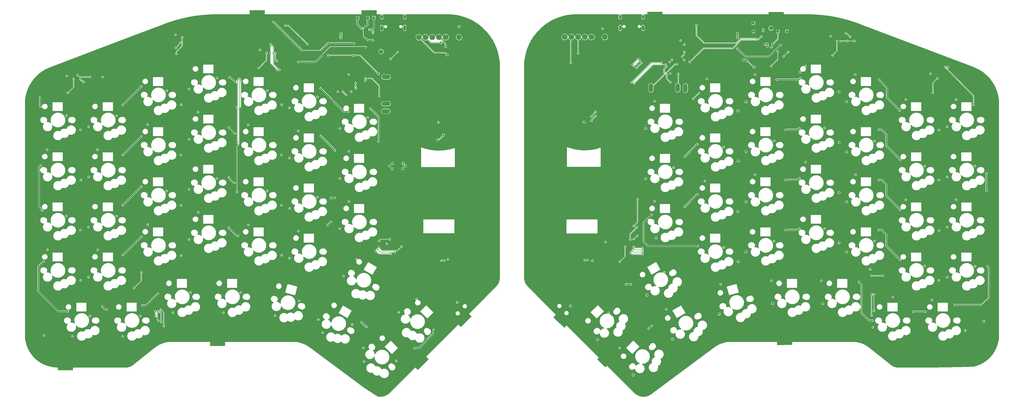
<source format=gbr>
%TF.GenerationSoftware,KiCad,Pcbnew,(6.0.5)*%
%TF.CreationDate,2022-08-12T23:05:57+08:00*%
%TF.ProjectId,ChunkyXiao,4368756e-6b79-4586-9961-6f2e6b696361,rev?*%
%TF.SameCoordinates,Original*%
%TF.FileFunction,Copper,L4,Bot*%
%TF.FilePolarity,Positive*%
%FSLAX46Y46*%
G04 Gerber Fmt 4.6, Leading zero omitted, Abs format (unit mm)*
G04 Created by KiCad (PCBNEW (6.0.5)) date 2022-08-12 23:05:57*
%MOMM*%
%LPD*%
G01*
G04 APERTURE LIST*
%TA.AperFunction,ComponentPad*%
%ADD10O,1.000000X2.100000*%
%TD*%
%TA.AperFunction,ComponentPad*%
%ADD11O,1.000000X1.600000*%
%TD*%
%TA.AperFunction,ComponentPad*%
%ADD12C,1.700000*%
%TD*%
%TA.AperFunction,ComponentPad*%
%ADD13O,3.352800X1.676400*%
%TD*%
%TA.AperFunction,ComponentPad*%
%ADD14R,1.000000X1.000000*%
%TD*%
%TA.AperFunction,ComponentPad*%
%ADD15O,1.676400X3.352800*%
%TD*%
%TA.AperFunction,ComponentPad*%
%ADD16C,2.100000*%
%TD*%
%TA.AperFunction,ComponentPad*%
%ADD17O,2.200000X2.100000*%
%TD*%
%TA.AperFunction,ViaPad*%
%ADD18C,0.800000*%
%TD*%
%TA.AperFunction,ViaPad*%
%ADD19C,0.600000*%
%TD*%
%TA.AperFunction,Conductor*%
%ADD20C,0.200000*%
%TD*%
%TA.AperFunction,Conductor*%
%ADD21C,0.130000*%
%TD*%
%TA.AperFunction,Conductor*%
%ADD22C,0.400000*%
%TD*%
G04 APERTURE END LIST*
D10*
%TO.P,J2,S1,SHIELD*%
%TO.N,Net-(FB1-Pad1)*%
X264868407Y-70629801D03*
D11*
X264868407Y-66449801D03*
X256228407Y-66449801D03*
D10*
X256228407Y-70629801D03*
%TD*%
D12*
%TO.P,J5,1,Pin_1*%
%TO.N,LED_5v*%
X313430000Y-70750000D03*
%TD*%
D13*
%TO.P,J9,1,Pin_1*%
%TO.N,OUT-_R*%
X167425000Y-99450000D03*
%TD*%
D12*
%TO.P,J3,1,Pin_1*%
%TO.N,LED_5v_r*%
X165510000Y-79650000D03*
%TD*%
D13*
%TO.P,J11,1,Pin_1*%
%TO.N,OUT+_R*%
X167425001Y-89289999D03*
%TD*%
D14*
%TO.P,TP11,1,1*%
%TO.N,+5V*%
X319450000Y-71950000D03*
%TD*%
%TO.P,TP9,1,1*%
%TO.N,Net-(C21-Pad1)*%
X306700000Y-72000000D03*
%TD*%
%TO.P,TP8,1,1*%
%TO.N,+5V_R*%
X162800000Y-66800000D03*
%TD*%
D15*
%TO.P,J10,1,Pin_1*%
%TO.N,OUT-*%
X278026892Y-93401492D03*
%TD*%
D14*
%TO.P,TP7,1,1*%
%TO.N,Net-(D1-Pad5)*%
X160500000Y-66900000D03*
%TD*%
D13*
%TO.P,J7,1,Pin_1*%
%TO.N,Net-(IC1-PadB1)*%
X167270000Y-102340000D03*
%TD*%
D14*
%TO.P,TP12,1,1*%
%TO.N,+3V3*%
X306650000Y-68800000D03*
%TD*%
D15*
%TO.P,J8,1,Pin_1*%
%TO.N,Net-(IC2-PadB1)*%
X280916889Y-93556492D03*
%TD*%
D11*
%TO.P,J1,S1,SHIELD*%
%TO.N,Net-(FB2-Pad1)*%
X174449571Y-66499808D03*
D10*
X174449571Y-70679808D03*
D11*
X165809571Y-66499808D03*
D10*
X165809571Y-70679808D03*
%TD*%
D14*
%TO.P,TP10,1,1*%
%TO.N,Net-(D2-Pad5)*%
X315950000Y-72000000D03*
%TD*%
D15*
%TO.P,J12,1,Pin_1*%
%TO.N,OUT+*%
X267866891Y-93401492D03*
%TD*%
D14*
%TO.P,TP6,1,1*%
%TO.N,Net-(C19-Pad1)*%
X156600000Y-66900000D03*
%TD*%
D16*
%TO.P,J13,1,VCC*%
%TO.N,+3V3_R*%
X195111890Y-74196492D03*
D17*
%TO.P,J13,2,GND*%
%TO.N,GND_R*%
X192571890Y-74196492D03*
%TO.P,J13,3,SCK*%
%TO.N,SCK_R*%
X190041890Y-74186492D03*
%TO.P,J13,4,MOSI*%
%TO.N,MOSI_R*%
X187501890Y-74186492D03*
%TO.P,J13,5,D/C*%
%TO.N,DC_R*%
X184961890Y-74186492D03*
%TO.P,J13,6,~{CS}*%
%TO.N,OLED_CS_R*%
X182421890Y-74186492D03*
%TO.P,J13,7,RST*%
%TO.N,RST_R*%
X179881890Y-74186492D03*
%TD*%
D16*
%TO.P,J14,1,VCC*%
%TO.N,+3V3*%
X250416891Y-74133993D03*
D17*
%TO.P,J14,2,GND*%
%TO.N,GND*%
X247876891Y-74133993D03*
%TO.P,J14,3,SCK*%
%TO.N,SCK*%
X245346891Y-74123993D03*
%TO.P,J14,4,MOSI*%
%TO.N,MOSI*%
X242806891Y-74123993D03*
%TO.P,J14,5,D/C*%
%TO.N,DC*%
X240266891Y-74123993D03*
%TO.P,J14,6,~{CS}*%
%TO.N,OLED_CS*%
X237726891Y-74123993D03*
%TO.P,J14,7,RST*%
%TO.N,RST*%
X235186891Y-74123993D03*
%TD*%
D18*
%TO.N,*%
X169710000Y-124160000D03*
X169800000Y-122130000D03*
X168760000Y-123050000D03*
%TO.N,GND*%
X384750000Y-117900000D03*
D19*
X278150000Y-85650000D03*
X275940000Y-140970000D03*
D18*
X354150000Y-165500000D03*
D19*
X275690000Y-176350000D03*
X372670000Y-161190000D03*
X304950000Y-78200001D03*
X281650000Y-178540000D03*
X255525000Y-152950000D03*
X327680000Y-103540000D03*
X271630000Y-98530000D03*
X381025000Y-94325000D03*
X257660000Y-190660000D03*
X241686889Y-104736492D03*
X264070000Y-191230000D03*
X383800000Y-91600000D03*
X361200000Y-173630000D03*
X258450000Y-163025000D03*
X308520000Y-108360000D03*
X244440000Y-179360000D03*
X328870000Y-121680000D03*
X352130000Y-130770000D03*
X242486889Y-108336492D03*
X301980000Y-170970000D03*
X244650000Y-156950000D03*
X300550000Y-82550000D03*
X334670000Y-108650000D03*
X324060000Y-169450000D03*
X373875004Y-89024998D03*
X343875000Y-84100000D03*
X332520000Y-167670000D03*
X290660000Y-128820000D03*
X357625000Y-169125000D03*
X300203392Y-71710361D03*
X296460000Y-154020000D03*
X308700000Y-77700000D03*
X296450000Y-115930000D03*
D18*
X354950000Y-165500000D03*
D19*
X390190000Y-140280000D03*
X308540000Y-146570000D03*
X239686889Y-103136492D03*
X289450000Y-148930000D03*
X352075000Y-92825000D03*
X238886889Y-108336492D03*
X270300000Y-142650000D03*
X333200000Y-125990000D03*
X313440000Y-167680000D03*
X314000000Y-92775000D03*
X315520000Y-113530000D03*
X300403393Y-70910360D03*
X347850000Y-88350000D03*
X315500000Y-76725000D03*
X350700000Y-163800000D03*
X371175000Y-102400000D03*
X346610000Y-146540000D03*
X372660000Y-123040000D03*
X365670000Y-156070000D03*
X313625000Y-74900000D03*
X278050000Y-75450000D03*
X241686889Y-108336492D03*
X277361889Y-83361492D03*
X262675000Y-158250000D03*
X256503391Y-72510359D03*
X336100000Y-83600000D03*
D18*
X365650000Y-117900000D03*
D19*
X378600000Y-97225000D03*
X264403392Y-72910358D03*
X264403390Y-72310359D03*
X264403391Y-73510359D03*
X317200000Y-89150000D03*
X333200000Y-87950000D03*
X275920000Y-102830000D03*
X371150000Y-140310000D03*
X350760000Y-173930000D03*
X355430000Y-173840000D03*
X300203390Y-70110358D03*
X335975000Y-74750000D03*
X381250000Y-178400000D03*
X347830000Y-126440000D03*
X320475000Y-84175000D03*
X343120000Y-169400000D03*
X296450000Y-167500000D03*
X314020000Y-130790000D03*
X274040000Y-162080000D03*
X353610000Y-113560000D03*
X248500000Y-158100000D03*
X384720000Y-156070000D03*
X262350000Y-163000000D03*
X260591889Y-74636493D03*
X294980000Y-133220000D03*
X315510000Y-151640000D03*
X277410000Y-123710000D03*
X313650000Y-78900000D03*
X294960000Y-95030000D03*
X334630000Y-146860000D03*
X271686889Y-81536492D03*
X366875000Y-97850000D03*
X277336889Y-87936492D03*
X306650002Y-80300003D03*
X353630000Y-151620000D03*
X249500000Y-69000000D03*
X362160000Y-178390000D03*
X390200000Y-102350000D03*
X391730000Y-123070000D03*
X328875000Y-83525000D03*
X327680000Y-141800000D03*
X342950000Y-80000000D03*
X289510000Y-110820000D03*
X252286889Y-70936492D03*
X309750000Y-126460000D03*
X391710000Y-161160000D03*
X285100000Y-68500000D03*
X309725000Y-88325000D03*
X256703388Y-73710359D03*
X271610000Y-136610000D03*
X346620000Y-108470000D03*
X310075000Y-74875000D03*
X385925000Y-97875000D03*
X312825000Y-88175000D03*
X285530000Y-152390000D03*
X285990000Y-94290000D03*
X283120000Y-96600000D03*
X290640000Y-90740000D03*
X260491888Y-81036490D03*
X256603391Y-73110357D03*
X270410000Y-118620000D03*
X377020000Y-174060000D03*
X377100000Y-97300000D03*
X246686889Y-107936492D03*
X252430000Y-177310000D03*
X366870000Y-135960000D03*
X265730000Y-161960000D03*
X385940000Y-135980000D03*
X305250000Y-83100000D03*
%TO.N,Net-(IC1-PadB1)*%
X164850000Y-96530000D03*
X159680000Y-89790000D03*
%TO.N,SDA_R*%
X155850000Y-91600000D03*
X155850000Y-92800000D03*
%TO.N,SCL_R*%
X151047500Y-94850000D03*
X152340000Y-96180000D03*
%TO.N,OUT+*%
X277661889Y-84386492D03*
%TO.N,Net-(IC2-PadB1)*%
X275250000Y-91300000D03*
X273850000Y-88400000D03*
X272850000Y-87450000D03*
X273700000Y-85350000D03*
%TO.N,SDA*%
X280486889Y-79786492D03*
X279686889Y-81536492D03*
X273350000Y-84650000D03*
X261550000Y-91700000D03*
%TO.N,SCL*%
X260600000Y-91350000D03*
X271750000Y-83900000D03*
%TO.N,OUT-*%
X278186889Y-88161492D03*
%TO.N,LED_5v*%
X379350000Y-85525000D03*
X390224888Y-99856491D03*
%TO.N,MOSI_R*%
X169100000Y-82410000D03*
D18*
X189950000Y-77750000D03*
D19*
X171770000Y-79830000D03*
%TO.N,MISO_R*%
X129180000Y-69730000D03*
X137560000Y-76800000D03*
%TO.N,SCK_R*%
X170750000Y-155890000D03*
X124690000Y-80310000D03*
X145420000Y-81050000D03*
X51560000Y-90140000D03*
X126980000Y-86600000D03*
D18*
X155150000Y-81100000D03*
D19*
X124190000Y-77430000D03*
D18*
X164500000Y-88050000D03*
D19*
X52760000Y-91190000D03*
D18*
X189250000Y-111400000D03*
D19*
X164080000Y-154740000D03*
D18*
X186900000Y-113200000D03*
D19*
%TO.N,MOSI*%
X245286889Y-105936492D03*
X246886889Y-104136492D03*
%TO.N,MISO*%
X317025000Y-77150000D03*
X300625000Y-78525000D03*
%TO.N,SCK*%
X262800000Y-135750000D03*
D18*
X304400000Y-83100000D03*
D19*
X264650000Y-155075000D03*
X261375000Y-145925000D03*
D18*
X306900000Y-85600000D03*
D19*
X245286889Y-104336492D03*
X261325000Y-154700000D03*
D18*
X302900000Y-82800000D03*
D19*
X246886889Y-102536492D03*
D18*
%TO.N,OLED_CS_R*%
X188200000Y-76250000D03*
%TO.N,RST_R*%
X190600000Y-80850000D03*
D19*
%TO.N,DC*%
X240286889Y-80336492D03*
X262900000Y-82500000D03*
X260886889Y-84486492D03*
%TO.N,OLED_CS*%
X261486889Y-85136492D03*
X237486889Y-83936492D03*
X263550000Y-83100000D03*
%TO.N,RST*%
X262486889Y-85736492D03*
X264286889Y-83936492D03*
%TO.N,key_pullup*%
X380108888Y-108176491D03*
D18*
X303908891Y-117701495D03*
X333008890Y-175376495D03*
D19*
X380161198Y-127278802D03*
D18*
X342008891Y-98651494D03*
X313958889Y-175376495D03*
X300800000Y-102200000D03*
X261146775Y-202608476D03*
X303908894Y-155801493D03*
X339200000Y-114200000D03*
X339200000Y-152200000D03*
X394000000Y-182200000D03*
X266367744Y-172301197D03*
X303908892Y-136751493D03*
D19*
X377090000Y-109440000D03*
X352000000Y-184400000D03*
X377130000Y-147610000D03*
D18*
X237400000Y-176300000D03*
X339200000Y-95000000D03*
D19*
X387000000Y-185600000D03*
D18*
X342008890Y-117791110D03*
X303908890Y-98691110D03*
X276046881Y-188953119D03*
X269799889Y-150416493D03*
D19*
X380200000Y-165400000D03*
D18*
X301000000Y-159400000D03*
X293757279Y-179380409D03*
X339200000Y-133200000D03*
D19*
X350950000Y-162400000D03*
D18*
X301000000Y-121200000D03*
D19*
X380176197Y-146343803D03*
X377040000Y-128470000D03*
D18*
X300800000Y-140400000D03*
X265808889Y-108831494D03*
D19*
X377000000Y-166600000D03*
D18*
X342008887Y-155801497D03*
X265808891Y-127881492D03*
X247676391Y-189138093D03*
X342008888Y-136751497D03*
D19*
%TO.N,MATRIX_CS_R*%
X164720000Y-154120000D03*
X125470000Y-80350000D03*
X173280000Y-153740000D03*
X126010000Y-83290000D03*
%TO.N,MATRIX_CS*%
X318125000Y-81500000D03*
X342325000Y-75625000D03*
X319850000Y-79800000D03*
X307800000Y-74650000D03*
X264675000Y-154275000D03*
X262600000Y-149650000D03*
X285100000Y-69550000D03*
X345025000Y-75625000D03*
X261350000Y-153850000D03*
X261300000Y-150850000D03*
X339675000Y-75675000D03*
%TO.N,/Matrix_Latch*%
X341750000Y-72725000D03*
X343425000Y-74025000D03*
X262550000Y-146350000D03*
X260025000Y-151050000D03*
X264625000Y-155900000D03*
X260675000Y-155350000D03*
%TO.N,k00*%
X48920000Y-89990000D03*
X46760000Y-95290000D03*
%TO.N,k55*%
X374725000Y-95225000D03*
X376400000Y-89825000D03*
%TO.N,k08*%
X87980000Y-80470000D03*
X90070000Y-74240000D03*
%TO.N,k63*%
X338425000Y-75600000D03*
X336700000Y-81000000D03*
%TO.N,k19*%
X112380000Y-90760000D03*
X110880000Y-133010000D03*
%TO.N,k18*%
X111120000Y-114270000D03*
X111780000Y-89910000D03*
%TO.N,k17*%
X111120000Y-90480000D03*
X110820000Y-100770000D03*
%TO.N,k16*%
X122100000Y-80200000D03*
X119100000Y-85900000D03*
%TO.N,k71*%
X313400000Y-85175000D03*
X315925000Y-79625000D03*
%TO.N,k79*%
X258075000Y-153800000D03*
X256075000Y-159450000D03*
%TO.N,k32*%
X71820000Y-169490000D03*
X74580000Y-163550000D03*
%TO.N,k86*%
X351575000Y-171950000D03*
X351550000Y-179850000D03*
%TO.N,k85*%
X352400000Y-171950000D03*
X352425000Y-178150000D03*
%TO.N,k39*%
X83160000Y-183950000D03*
X82040000Y-177730000D03*
%TO.N,k38*%
X82130000Y-182440000D03*
X81530000Y-178510000D03*
%TO.N,k37*%
X80760000Y-178460000D03*
X81060000Y-181890000D03*
%TO.N,k36*%
X80010000Y-178410000D03*
X80070000Y-180220000D03*
%TO.N,LED_3v*%
X309700000Y-73900000D03*
X282548410Y-83589800D03*
%TO.N,LED_3v_R*%
X134180000Y-83610000D03*
X159680000Y-77960000D03*
%TO.N,Net-(U13-Pad14)*%
X168820000Y-150970000D03*
X164790000Y-151590000D03*
%TO.N,Net-(U15-Pad14)*%
X260150000Y-156100000D03*
X355725000Y-164800000D03*
X264600000Y-156675000D03*
X351425000Y-164800000D03*
%TO.N,/Matrix_Latch_R*%
X163560000Y-155480000D03*
X126120000Y-86590000D03*
X89490000Y-76290000D03*
X123630000Y-76860000D03*
X55140000Y-89280000D03*
X123580000Y-80290000D03*
X169180000Y-156480000D03*
X87680000Y-78170000D03*
X50488993Y-88598993D03*
%TO.N,Net-(D1-Pad5)*%
X162400000Y-75300000D03*
D18*
%TO.N,Net-(D2-Pad5)*%
X314000000Y-76800000D03*
D19*
%TO.N,Net-(C19-Pad1)*%
X158050000Y-70800000D03*
%TO.N,+3V3*%
X313600000Y-77950000D03*
X280486889Y-76936492D03*
D18*
X242500000Y-106450000D03*
D19*
X243800000Y-158900000D03*
D18*
X380450000Y-85450000D03*
D19*
X336000000Y-73775000D03*
X242750000Y-158900000D03*
X279050000Y-75430000D03*
X275800000Y-82750000D03*
X280436889Y-82836492D03*
D18*
X300686889Y-74336492D03*
D19*
X274950000Y-83600000D03*
X249486889Y-70936492D03*
X275186889Y-87936492D03*
X250650000Y-152000000D03*
D18*
X300686889Y-73536492D03*
X300686889Y-72736492D03*
D19*
X373825000Y-88050000D03*
X245700000Y-159100000D03*
D18*
%TO.N,+3V3_R*%
X195150000Y-70200000D03*
D19*
X190850000Y-158550000D03*
D18*
X174690000Y-123120000D03*
D19*
X167680000Y-152670000D03*
X89710000Y-157150000D03*
X153260000Y-88350000D03*
X51610000Y-166550000D03*
X159049995Y-197410005D03*
X143349986Y-186410014D03*
X130849196Y-139210804D03*
X149825889Y-146931493D03*
X151240744Y-164978197D03*
X54575887Y-165326494D03*
X127810000Y-157050000D03*
X127810000Y-99850000D03*
X92675889Y-131983492D03*
X188350000Y-159050000D03*
X127710000Y-118950000D03*
D18*
X173910000Y-122160000D03*
D19*
X141715745Y-181475982D03*
D18*
X150300000Y-73550000D03*
D19*
X89610000Y-118950000D03*
X54633507Y-127226493D03*
X149825888Y-127881495D03*
X46330000Y-88870000D03*
X92675891Y-93883490D03*
X130775886Y-158187497D03*
X86607698Y-178852302D03*
X127710000Y-138050000D03*
X130775888Y-101037495D03*
X159600000Y-90650000D03*
D18*
X150300000Y-74400000D03*
D19*
X125332507Y-179966684D03*
X105710000Y-178850000D03*
X172273289Y-178763996D03*
D18*
X173770000Y-124120000D03*
D19*
X87570000Y-73210000D03*
X51510000Y-147450000D03*
X194400000Y-174950000D03*
X54629698Y-108230302D03*
X187190000Y-106520000D03*
X54575889Y-146276495D03*
X119570000Y-79010000D03*
X59900000Y-89290000D03*
X158802905Y-192234380D03*
X189450000Y-159050000D03*
X48457698Y-187802302D03*
X155940000Y-93650000D03*
X37625889Y-187526494D03*
X67566890Y-187861494D03*
X92726506Y-112933494D03*
X51710000Y-128450000D03*
X149825888Y-108831491D03*
D18*
X150350000Y-72700000D03*
D19*
X154170000Y-94860000D03*
X51510000Y-109350000D03*
X130775888Y-120087495D03*
X92675888Y-151033491D03*
X89710000Y-99850000D03*
X89710000Y-138050000D03*
X149090000Y-94870000D03*
%TO.N,Net-(SW50-Pad2)*%
X324470000Y-89810000D03*
X315525000Y-90275000D03*
%TO.N,Net-(SW51-Pad4)*%
X318970000Y-109350000D03*
X324130000Y-108790000D03*
%TO.N,Net-(SW41-Pad4)*%
X285460000Y-114900000D03*
X280718508Y-119561492D03*
%TO.N,Net-(SW60-Pad2)*%
X362175000Y-101950000D03*
X354375000Y-90325000D03*
%TO.N,Net-(SW42-Pad4)*%
X285550000Y-153540000D03*
X268100000Y-141650000D03*
%TO.N,Net-(SW53-Pad4)*%
X318970000Y-147450000D03*
X324130000Y-146890000D03*
%TO.N,Net-(SW63-Pad4)*%
X354330000Y-147480000D03*
X362390000Y-158820000D03*
%TO.N,Net-(SW40-Pad2)*%
X286040000Y-95460000D03*
X283860000Y-97560000D03*
%TO.N,Net-(SW42-Pad2)*%
X280718508Y-138611492D03*
X285460000Y-133950000D03*
%TO.N,Net-(SW52-Pad2)*%
X324130000Y-127840000D03*
X318970000Y-128400000D03*
%TO.N,Net-(SW61-Pad4)*%
X362390000Y-120720000D03*
X354330000Y-109380000D03*
%TO.N,Net-(SW62-Pad2)*%
X354330000Y-128430000D03*
X362390000Y-139770000D03*
%TO.N,Net-(SW71-Pad4)*%
X395110000Y-125910000D03*
X395110000Y-132480000D03*
%TO.N,Net-(SW39-Pad2)*%
X268130000Y-183880000D03*
X267040000Y-184880000D03*
%TO.N,Net-(SW64-Pad2)*%
X371870000Y-178520000D03*
X367330000Y-178520000D03*
%TO.N,LED_5v_r*%
X124700000Y-68400000D03*
X155200000Y-76500000D03*
X36300000Y-100500000D03*
X36100000Y-97100000D03*
%TO.N,Net-(SW38-Pad4)*%
X260160000Y-168100000D03*
X258500000Y-168090000D03*
%TO.N,Net-(SW59-Pad2)*%
X351810000Y-181860000D03*
X346700000Y-167190000D03*
%TO.N,Net-(SW69-Pad2)*%
X383130000Y-175930000D03*
X395420000Y-161200000D03*
%TO.N,Net-(SW10-Pad2)*%
X37600000Y-159400000D03*
X46700000Y-178400000D03*
%TO.N,Net-(SW11-Pad2)*%
X67590000Y-99860000D03*
X74570000Y-92910000D03*
%TO.N,Net-(SW15-Pad4)*%
X75100000Y-176100000D03*
X80900000Y-171700000D03*
%TO.N,Net-(SW17-Pad2)*%
X107880000Y-108490000D03*
X110150000Y-110680000D03*
%TO.N,Net-(SW18-Pad4)*%
X107880000Y-127540000D03*
X109940000Y-129490000D03*
%TO.N,Net-(SW19-Pad2)*%
X107880000Y-146590000D03*
X111260000Y-149580000D03*
%TO.N,Net-(SW26-Pad4)*%
X142570000Y-93620000D03*
X153060000Y-102440000D03*
%TO.N,Net-(SW35-Pad4)*%
X158200000Y-182500000D03*
X160000000Y-184200000D03*
%TO.N,Net-(SW27-Pad2)*%
X142630000Y-111740000D03*
X147970000Y-117170000D03*
%TO.N,+5V*%
X332480000Y-166680000D03*
X352630000Y-113550000D03*
X383520000Y-135950000D03*
X390740000Y-123090000D03*
X359540000Y-172890000D03*
X288270000Y-128860000D03*
X251790000Y-178960000D03*
X345420000Y-126400000D03*
X383525000Y-97850000D03*
X333700000Y-146900000D03*
X272920000Y-163480000D03*
D18*
X324400000Y-87450000D03*
D19*
X255940000Y-192320000D03*
X307300000Y-88350000D03*
D18*
X312033498Y-77626135D03*
D19*
X314570000Y-113520000D03*
X294270000Y-168080000D03*
X326450000Y-85150000D03*
X307300000Y-126410000D03*
X295460000Y-115910000D03*
X345350000Y-88375000D03*
X390740000Y-161230000D03*
X310400000Y-71800000D03*
X269200000Y-136570000D03*
X269210000Y-98510000D03*
X374390000Y-174040000D03*
X295490000Y-154020000D03*
D18*
X311950000Y-76850000D03*
X311133498Y-76826135D03*
D19*
X314530000Y-151660000D03*
X313470000Y-166700000D03*
X289010000Y-90020000D03*
X333690000Y-108660000D03*
X273630000Y-177610000D03*
X371680000Y-161130000D03*
X326490000Y-121660000D03*
X364460000Y-135980000D03*
X364500000Y-97850000D03*
X310400000Y-71300000D03*
X276460000Y-123720000D03*
X352630000Y-151620000D03*
X371710000Y-123080000D03*
%TO.N,GND_R*%
X59240000Y-98890000D03*
X45630000Y-121240000D03*
X184400000Y-103200000D03*
X53460000Y-94330000D03*
X166303391Y-73910358D03*
X149803390Y-71510360D03*
X155630000Y-117530000D03*
X98500000Y-140800000D03*
X121800000Y-149800000D03*
X73200000Y-163600000D03*
X129100000Y-167700000D03*
X124060000Y-131820000D03*
X85830000Y-93720000D03*
X159950000Y-121910000D03*
X155900000Y-182500000D03*
X155123824Y-72710551D03*
X121870000Y-111760000D03*
X87580000Y-74180000D03*
X104970000Y-88950000D03*
X148370000Y-94330000D03*
X125310000Y-89410000D03*
X123970000Y-93720000D03*
X149703389Y-70310357D03*
X169450000Y-80400000D03*
X183600000Y-181600000D03*
X159823820Y-71310551D03*
X170091887Y-74736494D03*
X136690000Y-147870000D03*
X45700000Y-159400000D03*
X83720000Y-111760000D03*
X161450000Y-91050000D03*
X191350000Y-108300000D03*
X117500000Y-145500000D03*
X140880000Y-114150000D03*
X174610000Y-158320000D03*
X149803390Y-70910358D03*
X94900000Y-170500000D03*
X97310000Y-122680000D03*
X159100000Y-94900000D03*
X159960000Y-140970000D03*
X68200000Y-175300000D03*
X166203394Y-73210360D03*
X40160000Y-137050000D03*
X162800000Y-165000000D03*
X155640000Y-136630000D03*
X156800000Y-94600000D03*
X51410000Y-98550000D03*
X66780000Y-103250000D03*
X87300000Y-83180000D03*
X136100000Y-173500000D03*
X60410000Y-116920000D03*
X173703390Y-73810358D03*
X79400000Y-145500000D03*
D18*
X177350000Y-67900000D03*
D19*
X116350000Y-127500000D03*
X113900000Y-170500000D03*
X143070000Y-96130000D03*
X55980000Y-90250000D03*
X118500000Y-88200000D03*
X46180000Y-97950000D03*
X174003389Y-72410358D03*
X173800000Y-162800000D03*
X47830000Y-141350000D03*
X41300000Y-155000000D03*
X85830000Y-131820000D03*
X135810000Y-110350000D03*
X66900000Y-141390000D03*
X157123824Y-74910554D03*
X143090000Y-134210000D03*
X186450000Y-108300000D03*
X78240000Y-89320000D03*
X74880000Y-161030000D03*
X87200000Y-166100000D03*
X166103388Y-72510357D03*
X71850000Y-173080000D03*
X47090000Y-90600000D03*
X192550000Y-158550000D03*
X41340000Y-116890000D03*
X56800000Y-179400000D03*
X126630000Y-84800000D03*
X154410000Y-99520000D03*
X162050000Y-104090000D03*
X178300000Y-172000000D03*
X119540000Y-80040000D03*
X64710000Y-121280000D03*
X102800000Y-145100000D03*
X155760000Y-88310000D03*
X79430000Y-107370000D03*
X78120000Y-173140000D03*
X140880000Y-152210000D03*
X168600000Y-188900000D03*
X60300000Y-155000000D03*
X40180000Y-98890000D03*
X167640000Y-153610000D03*
X59230000Y-137060000D03*
X186300000Y-104700000D03*
X94820000Y-83240000D03*
X183650000Y-108300000D03*
X169900000Y-162900000D03*
X159710000Y-78960000D03*
X97280000Y-84610000D03*
X49100000Y-175100000D03*
D18*
X197900000Y-71500000D03*
D19*
X174003391Y-73110356D03*
X173000000Y-196500000D03*
X135400000Y-129900000D03*
X106300000Y-166000000D03*
X83800000Y-149800000D03*
X75800000Y-179400000D03*
X102800000Y-106980000D03*
X135390000Y-91780000D03*
X187200000Y-108300000D03*
X64700000Y-159300000D03*
X104990000Y-127070000D03*
X47700000Y-103250000D03*
X155500000Y-156900000D03*
X167760000Y-77250000D03*
X116320000Y-89400000D03*
X94570000Y-78760000D03*
X159660000Y-77030000D03*
X190190000Y-153920000D03*
X98480000Y-102610000D03*
X78250000Y-127490000D03*
X117540000Y-107370000D03*
X75610000Y-161040000D03*
%TO.N,+5V_R*%
X171300000Y-197200000D03*
X141360000Y-134970000D03*
X77100000Y-145400000D03*
X65180000Y-142140000D03*
X161723823Y-71310553D03*
X162523823Y-72010553D03*
X55100000Y-180200000D03*
X39000000Y-155000000D03*
X153280000Y-117530000D03*
X134190000Y-109770000D03*
X162423819Y-72710550D03*
X115200000Y-145500000D03*
X134190000Y-147900000D03*
X84260000Y-132590000D03*
X122350000Y-94490000D03*
X93200000Y-171200000D03*
X65230000Y-104020000D03*
X153270000Y-136580000D03*
X74200000Y-180100000D03*
X162323822Y-71410552D03*
X58100000Y-155000000D03*
X161123821Y-71310549D03*
X103320000Y-89710000D03*
X46170000Y-142100000D03*
X179000000Y-173700000D03*
X160450000Y-104670000D03*
X134400000Y-174300000D03*
X84230000Y-94480000D03*
X122360000Y-132590000D03*
X77040000Y-107420000D03*
X96200000Y-140700000D03*
X141410000Y-96860000D03*
X103310000Y-127820000D03*
X46190000Y-103990000D03*
X112300000Y-171200000D03*
X156200000Y-158600000D03*
X96110000Y-102640000D03*
X154500000Y-183400000D03*
X38940000Y-116950000D03*
X115150000Y-107410000D03*
X57980000Y-116940000D03*
%TO.N,Net-(SW2-Pad4)*%
X36470000Y-122940000D03*
X37030000Y-139980000D03*
%TO.N,Net-(SW12-Pad4)*%
X67590000Y-118910000D03*
X74570000Y-111960000D03*
%TO.N,Net-(SW13-Pad2)*%
X67590000Y-137960000D03*
X74570000Y-131010000D03*
%TO.N,Net-(SW14-Pad4)*%
X74570000Y-150060000D03*
X67590000Y-157010000D03*
%TO.N,Net-(SW10-Pad4)*%
X59900000Y-176500000D03*
X61500000Y-177600000D03*
%TO.N,Net-(SW16-Pad4)*%
X110450000Y-91260000D03*
X107980000Y-89450000D03*
%TO.N,Net-(SW28-Pad4)*%
X147960000Y-135250000D03*
X146510000Y-135290000D03*
%TO.N,Net-(SW29-Pad2)*%
X146510000Y-144350000D03*
X145310000Y-145550000D03*
%TO.N,Net-(SW31-Pad4)*%
X164570000Y-113740000D03*
X161420000Y-101150000D03*
%TO.N,Net-(SW36-Pad2)*%
X185500000Y-185400000D03*
X178200000Y-192400000D03*
%TD*%
D20*
%TO.N,Net-(IC1-PadB1)*%
X164850000Y-92640000D02*
X164850000Y-96530000D01*
X162000000Y-89790000D02*
X164850000Y-92640000D01*
X159680000Y-89790000D02*
X162000000Y-89790000D01*
%TO.N,SDA_R*%
X155850000Y-92800000D02*
X155850000Y-91600000D01*
%TO.N,SCL_R*%
X152340000Y-96142500D02*
X151047500Y-94850000D01*
X152340000Y-96180000D02*
X152340000Y-96142500D01*
%TO.N,OUT+*%
X276881891Y-84386492D02*
X267866891Y-93401492D01*
X277661889Y-84386492D02*
X276881891Y-84386492D01*
%TO.N,Net-(IC2-PadB1)*%
X273700000Y-85350000D02*
X273550000Y-85500000D01*
X273850000Y-88400000D02*
X273850000Y-89900000D01*
X273850000Y-89900000D02*
X275250000Y-91300000D01*
X273550000Y-85500000D02*
X272850000Y-86200000D01*
X272850000Y-86200000D02*
X272850000Y-87450000D01*
%TO.N,SDA*%
X261550000Y-91700000D02*
X268600000Y-84650000D01*
X268600000Y-84650000D02*
X273350000Y-84650000D01*
X280486889Y-80736492D02*
X279686889Y-81536492D01*
X280486889Y-79786492D02*
X280486889Y-80736492D01*
%TO.N,SCL*%
X260600000Y-91350000D02*
X268050000Y-83900000D01*
X268050000Y-83900000D02*
X271750000Y-83900000D01*
%TO.N,OUT-*%
X278186889Y-93241495D02*
X278026892Y-93401492D01*
X278186889Y-88161492D02*
X278186889Y-93241495D01*
%TO.N,LED_5v*%
X379350000Y-85525000D02*
X390224888Y-96399888D01*
X390224888Y-96399888D02*
X390224888Y-99856491D01*
D21*
%TO.N,MOSI_R*%
X169100000Y-82410000D02*
X171680000Y-79830000D01*
X171680000Y-79830000D02*
X171770000Y-79830000D01*
D20*
X189950000Y-76634602D02*
X187501890Y-74186492D01*
X189950000Y-77750000D02*
X189950000Y-76634602D01*
%TO.N,MISO_R*%
X130490000Y-69730000D02*
X137560000Y-76800000D01*
X129180000Y-69730000D02*
X130490000Y-69730000D01*
%TO.N,SCK_R*%
X187450000Y-113200000D02*
X186900000Y-113200000D01*
X52760000Y-91190000D02*
X52610000Y-91190000D01*
D21*
X165230000Y-155890000D02*
X170750000Y-155890000D01*
X126980000Y-86600000D02*
X124690000Y-84310000D01*
D20*
X157550000Y-81100000D02*
X164500000Y-88050000D01*
D21*
X164080000Y-154740000D02*
X165230000Y-155890000D01*
X124690000Y-84310000D02*
X124690000Y-80310000D01*
D20*
X145470000Y-81100000D02*
X155150000Y-81100000D01*
X155150000Y-81100000D02*
X157550000Y-81100000D01*
X145420000Y-81050000D02*
X145470000Y-81100000D01*
D21*
X124690000Y-77930000D02*
X124190000Y-77430000D01*
X124690000Y-80310000D02*
X124690000Y-77930000D01*
D20*
X189250000Y-111400000D02*
X187450000Y-113200000D01*
X52610000Y-91190000D02*
X51560000Y-90140000D01*
%TO.N,MOSI*%
X246886889Y-104136492D02*
X245286889Y-105736492D01*
X245286889Y-105736492D02*
X245286889Y-105936492D01*
D22*
%TO.N,MISO*%
X317000000Y-77150000D02*
X317025000Y-77150000D01*
X312525000Y-81625000D02*
X317000000Y-77150000D01*
X303725000Y-81625000D02*
X312525000Y-81625000D01*
X300625000Y-78525000D02*
X303725000Y-81625000D01*
D21*
%TO.N,SCK*%
X306900000Y-85600000D02*
X304400000Y-83100000D01*
D22*
X304400000Y-83100000D02*
X304100000Y-82800000D01*
D21*
X261700000Y-155075000D02*
X264650000Y-155075000D01*
D20*
X246886889Y-102536492D02*
X245286889Y-104136492D01*
D22*
X304100000Y-82800000D02*
X302900000Y-82800000D01*
D20*
X262800000Y-144500000D02*
X261375000Y-145925000D01*
X262800000Y-135750000D02*
X262800000Y-144500000D01*
X245286889Y-104136492D02*
X245286889Y-104336492D01*
D21*
X261325000Y-154700000D02*
X261700000Y-155075000D01*
D20*
%TO.N,OLED_CS_R*%
X188200000Y-76250000D02*
X184485398Y-76250000D01*
X184485398Y-76250000D02*
X182421890Y-74186492D01*
%TO.N,RST_R*%
X189800000Y-80050000D02*
X185745398Y-80050000D01*
X190600000Y-80850000D02*
X189800000Y-80050000D01*
X185745398Y-80050000D02*
X179881890Y-74186492D01*
%TO.N,DC*%
X240286889Y-80336492D02*
X240286889Y-74143991D01*
X262873381Y-82500000D02*
X260886889Y-84486492D01*
X240286889Y-74143991D02*
X240266891Y-74123993D01*
X262900000Y-82500000D02*
X262873381Y-82500000D01*
%TO.N,OLED_CS*%
X237486889Y-74363995D02*
X237726891Y-74123993D01*
X237486889Y-83936492D02*
X237486889Y-74363995D01*
X261486889Y-85136492D02*
X261513508Y-85136492D01*
X261513508Y-85136492D02*
X263550000Y-83100000D01*
%TO.N,RST*%
X262486889Y-85736492D02*
X264286889Y-83936492D01*
D21*
%TO.N,MATRIX_CS_R*%
X126010000Y-83290000D02*
X125470000Y-82750000D01*
X165880000Y-155280000D02*
X171740000Y-155280000D01*
X125470000Y-82750000D02*
X125470000Y-80350000D01*
X171740000Y-155280000D02*
X173280000Y-153740000D01*
X164720000Y-154120000D02*
X165880000Y-155280000D01*
D20*
%TO.N,MATRIX_CS*%
X285100000Y-73425000D02*
X285100000Y-69550000D01*
D21*
X345025000Y-75625000D02*
X342325000Y-75625000D01*
D20*
X307775000Y-74675000D02*
X302025000Y-74675000D01*
D21*
X319825000Y-79800000D02*
X319850000Y-79800000D01*
D20*
X307800000Y-74650000D02*
X307775000Y-74675000D01*
X300250000Y-76450000D02*
X288125000Y-76450000D01*
D21*
X342275000Y-75675000D02*
X342325000Y-75625000D01*
X262600000Y-149650000D02*
X262500000Y-149650000D01*
X339675000Y-75675000D02*
X342275000Y-75675000D01*
X261350000Y-153850000D02*
X261775000Y-154275000D01*
D20*
X288125000Y-76450000D02*
X285100000Y-73425000D01*
X302025000Y-74675000D02*
X300250000Y-76450000D01*
D21*
X262500000Y-149650000D02*
X261300000Y-150850000D01*
X261775000Y-154275000D02*
X264675000Y-154275000D01*
X318125000Y-81500000D02*
X319825000Y-79800000D01*
%TO.N,/Matrix_Latch*%
X261175000Y-155850000D02*
X260675000Y-155350000D01*
X261175000Y-155850000D02*
X264575000Y-155850000D01*
D20*
X260025000Y-148875000D02*
X262550000Y-146350000D01*
D21*
X343425000Y-74025000D02*
X342125000Y-72725000D01*
D20*
X260025000Y-148875000D02*
X260025000Y-151050000D01*
D21*
X264625000Y-155900000D02*
X264575000Y-155850000D01*
X342125000Y-72725000D02*
X341750000Y-72725000D01*
%TO.N,k00*%
X46760000Y-95290000D02*
X48920000Y-93130000D01*
X48920000Y-93130000D02*
X48920000Y-89990000D01*
%TO.N,k55*%
X374725000Y-91500000D02*
X376400000Y-89825000D01*
X374725000Y-95225000D02*
X374725000Y-91500000D01*
%TO.N,k08*%
X87980000Y-79650000D02*
X87980000Y-79630000D01*
X87980000Y-80470000D02*
X87980000Y-79650000D01*
X87980000Y-79630000D02*
X90070000Y-77540000D01*
X90070000Y-77540000D02*
X90070000Y-74240000D01*
%TO.N,k63*%
X338425000Y-79275000D02*
X338425000Y-75600000D01*
X336700000Y-81000000D02*
X338425000Y-79275000D01*
%TO.N,k19*%
X111670000Y-114810000D02*
X111670000Y-101350000D01*
X110880000Y-115600000D02*
X111670000Y-114810000D01*
X112380000Y-100640000D02*
X112380000Y-90760000D01*
X111670000Y-101350000D02*
X112380000Y-100640000D01*
X110880000Y-133010000D02*
X110880000Y-115600000D01*
%TO.N,k18*%
X111120000Y-114270000D02*
X111060000Y-114210000D01*
X111780000Y-100820000D02*
X111780000Y-89910000D01*
X111060000Y-114210000D02*
X111060000Y-101540000D01*
X111060000Y-101540000D02*
X111780000Y-100820000D01*
%TO.N,k17*%
X111050000Y-100540000D02*
X111120000Y-100470000D01*
X111120000Y-100470000D02*
X111120000Y-90480000D01*
X110820000Y-100770000D02*
X111050000Y-100540000D01*
%TO.N,k16*%
X119100000Y-85900000D02*
X122100000Y-82900000D01*
X122100000Y-82900000D02*
X122100000Y-80200000D01*
%TO.N,k71*%
X313400000Y-85175000D02*
X315925000Y-82650000D01*
X315925000Y-82650000D02*
X315925000Y-79625000D01*
%TO.N,k79*%
X258075000Y-157450000D02*
X258075000Y-153800000D01*
X256075000Y-159450000D02*
X258075000Y-157450000D01*
%TO.N,k32*%
X71820000Y-169440000D02*
X74580000Y-166680000D01*
X74580000Y-166680000D02*
X74580000Y-163550000D01*
X71820000Y-169490000D02*
X71820000Y-169440000D01*
%TO.N,k86*%
X351550000Y-171975000D02*
X351575000Y-171950000D01*
X351550000Y-179850000D02*
X351550000Y-171975000D01*
%TO.N,k85*%
X352425000Y-178150000D02*
X352425000Y-171975000D01*
X352425000Y-171975000D02*
X352400000Y-171950000D01*
%TO.N,k39*%
X83160000Y-178850000D02*
X82040000Y-177730000D01*
X83160000Y-183950000D02*
X83160000Y-178850000D01*
%TO.N,k38*%
X82130000Y-179110000D02*
X81530000Y-178510000D01*
X82130000Y-182440000D02*
X82130000Y-179110000D01*
%TO.N,k37*%
X80710000Y-178510000D02*
X80760000Y-178460000D01*
X81060000Y-181780000D02*
X80710000Y-181430000D01*
X81060000Y-181890000D02*
X81060000Y-181840000D01*
X81060000Y-181830000D02*
X81060000Y-181780000D01*
X81060000Y-181840000D02*
X81060000Y-181830000D01*
X80710000Y-181430000D02*
X80710000Y-178510000D01*
%TO.N,k36*%
X80010000Y-180160000D02*
X80010000Y-178410000D01*
X80070000Y-180220000D02*
X80010000Y-180160000D01*
D20*
%TO.N,LED_3v*%
X298925000Y-78400000D02*
X287738210Y-78400000D01*
X308375000Y-75225000D02*
X302100000Y-75225000D01*
X287738210Y-78400000D02*
X282548410Y-83589800D01*
X309700000Y-73900000D02*
X308375000Y-75225000D01*
X302100000Y-75225000D02*
X298925000Y-78400000D01*
D22*
%TO.N,LED_3v_R*%
X146320000Y-77960000D02*
X159680000Y-77960000D01*
X134180000Y-83610000D02*
X140670000Y-83610000D01*
X140670000Y-83610000D02*
X146320000Y-77960000D01*
D21*
%TO.N,Net-(U13-Pad14)*%
X165410000Y-150970000D02*
X168820000Y-150970000D01*
X164790000Y-151590000D02*
X165410000Y-150970000D01*
%TO.N,Net-(U15-Pad14)*%
X260725000Y-156675000D02*
X264600000Y-156675000D01*
X260150000Y-156100000D02*
X260725000Y-156675000D01*
X351425000Y-164800000D02*
X355725000Y-164800000D01*
%TO.N,/Matrix_Latch_R*%
X87680000Y-78170000D02*
X89490000Y-76360000D01*
X169160000Y-156500000D02*
X164580000Y-156500000D01*
X126120000Y-86590000D02*
X123580000Y-84050000D01*
X123590000Y-76900000D02*
X123590000Y-80280000D01*
X123590000Y-80280000D02*
X123580000Y-80290000D01*
X164580000Y-156500000D02*
X163560000Y-155480000D01*
X123580000Y-84050000D02*
X123580000Y-80290000D01*
X50488993Y-88638993D02*
X50488993Y-88598993D01*
X55140000Y-89280000D02*
X51130000Y-89280000D01*
X123630000Y-76860000D02*
X123590000Y-76900000D01*
X51130000Y-89280000D02*
X50488993Y-88638993D01*
X89490000Y-76360000D02*
X89490000Y-76290000D01*
X169180000Y-156480000D02*
X169160000Y-156500000D01*
D22*
%TO.N,Net-(D1-Pad5)*%
X160500000Y-66900000D02*
X160500000Y-69300000D01*
X159000000Y-70800000D02*
X160500000Y-69300000D01*
X160500000Y-75300000D02*
X162400000Y-75300000D01*
X160400000Y-75200000D02*
X160500000Y-75300000D01*
X159000000Y-73800000D02*
X160400000Y-75200000D01*
X159000000Y-70800000D02*
X159000000Y-73800000D01*
D20*
%TO.N,Net-(D2-Pad5)*%
X314000000Y-76800000D02*
X315950000Y-74850000D01*
X315950000Y-74850000D02*
X315950000Y-72000000D01*
D22*
%TO.N,Net-(C19-Pad1)*%
X156600000Y-66900000D02*
X156600000Y-69350000D01*
X156600000Y-69350000D02*
X158050000Y-70800000D01*
%TO.N,Net-(SW50-Pad2)*%
X324470000Y-89810000D02*
X324005000Y-90275000D01*
X324005000Y-90275000D02*
X315525000Y-90275000D01*
%TO.N,Net-(SW51-Pad4)*%
X323570000Y-109350000D02*
X318970000Y-109350000D01*
X324130000Y-108790000D02*
X323570000Y-109350000D01*
%TO.N,Net-(SW41-Pad4)*%
X285380000Y-114900000D02*
X280718508Y-119561492D01*
X285460000Y-114900000D02*
X285380000Y-114900000D01*
%TO.N,Net-(SW60-Pad2)*%
X362175000Y-101950000D02*
X357400000Y-97175000D01*
X357400000Y-93350000D02*
X354375000Y-90325000D01*
X357400000Y-97175000D02*
X357400000Y-93350000D01*
%TO.N,Net-(SW42-Pad4)*%
X265140000Y-152010000D02*
X266690000Y-153560000D01*
X265140000Y-144610000D02*
X265140000Y-152010000D01*
X266690000Y-153560000D02*
X285530000Y-153560000D01*
X268100000Y-141650000D02*
X265140000Y-144610000D01*
X285530000Y-153560000D02*
X285550000Y-153540000D01*
%TO.N,Net-(SW53-Pad4)*%
X324130000Y-146890000D02*
X323570000Y-147450000D01*
X323570000Y-147450000D02*
X318970000Y-147450000D01*
%TO.N,Net-(SW63-Pad4)*%
X362390000Y-158820000D02*
X357180000Y-153610000D01*
X357180000Y-149250000D02*
X355410000Y-147480000D01*
X355410000Y-147480000D02*
X354330000Y-147480000D01*
X357180000Y-153610000D02*
X357180000Y-149250000D01*
D20*
%TO.N,Net-(SW40-Pad2)*%
X283860000Y-97560000D02*
X285960000Y-95460000D01*
X285960000Y-95460000D02*
X286040000Y-95460000D01*
D22*
%TO.N,Net-(SW42-Pad2)*%
X285380000Y-133950000D02*
X280718508Y-138611492D01*
X285460000Y-133950000D02*
X285380000Y-133950000D01*
%TO.N,Net-(SW52-Pad2)*%
X323570000Y-128400000D02*
X318970000Y-128400000D01*
X324130000Y-127840000D02*
X323570000Y-128400000D01*
%TO.N,Net-(SW61-Pad4)*%
X357180000Y-115510000D02*
X357180000Y-111150000D01*
X357180000Y-111150000D02*
X355410000Y-109380000D01*
X355410000Y-109380000D02*
X354330000Y-109380000D01*
X362390000Y-120720000D02*
X357180000Y-115510000D01*
%TO.N,Net-(SW62-Pad2)*%
X355410000Y-128430000D02*
X354330000Y-128430000D01*
X362390000Y-139770000D02*
X357180000Y-134560000D01*
X357180000Y-134560000D02*
X357180000Y-130200000D01*
X357180000Y-130200000D02*
X355410000Y-128430000D01*
%TO.N,Net-(SW71-Pad4)*%
X395110000Y-132480000D02*
X395110000Y-125910000D01*
%TO.N,Net-(SW39-Pad2)*%
X268040000Y-183880000D02*
X268130000Y-183880000D01*
X267040000Y-184880000D02*
X268040000Y-183880000D01*
%TO.N,Net-(SW64-Pad2)*%
X371870000Y-178520000D02*
X367330000Y-178520000D01*
%TO.N,LED_5v_r*%
X155200000Y-76500000D02*
X145400000Y-76500000D01*
X36300000Y-97300000D02*
X36100000Y-97100000D01*
X142500000Y-79400000D02*
X135700000Y-79400000D01*
X135700000Y-79400000D02*
X124700000Y-68400000D01*
X36300000Y-100500000D02*
X36300000Y-97300000D01*
X145400000Y-76500000D02*
X142500000Y-79400000D01*
%TO.N,Net-(SW38-Pad4)*%
X258500000Y-168090000D02*
X260150000Y-168090000D01*
X260150000Y-168090000D02*
X260160000Y-168100000D01*
%TO.N,Net-(SW59-Pad2)*%
X347770000Y-179080000D02*
X347770000Y-168260000D01*
X351810000Y-181860000D02*
X350550000Y-181860000D01*
X347770000Y-168260000D02*
X346700000Y-167190000D01*
X350550000Y-181860000D02*
X347770000Y-179080000D01*
%TO.N,Net-(SW69-Pad2)*%
X396030000Y-161810000D02*
X396030000Y-173340000D01*
X396030000Y-173340000D02*
X393440000Y-175930000D01*
X395420000Y-161200000D02*
X396030000Y-161810000D01*
X393440000Y-175930000D02*
X383130000Y-175930000D01*
%TO.N,Net-(SW10-Pad2)*%
X43300000Y-178400000D02*
X46700000Y-178400000D01*
X35600000Y-170700000D02*
X43300000Y-178400000D01*
X37600000Y-159400000D02*
X35600000Y-161400000D01*
X35600000Y-161400000D02*
X35600000Y-170700000D01*
%TO.N,Net-(SW11-Pad2)*%
X67590000Y-99860000D02*
X67620000Y-99860000D01*
X67620000Y-99860000D02*
X74570000Y-92910000D01*
%TO.N,Net-(SW15-Pad4)*%
X75100000Y-176100000D02*
X76500000Y-176100000D01*
X76500000Y-176100000D02*
X80900000Y-171700000D01*
%TO.N,Net-(SW17-Pad2)*%
X110070000Y-110680000D02*
X107880000Y-108490000D01*
X110150000Y-110680000D02*
X110070000Y-110680000D01*
%TO.N,Net-(SW18-Pad4)*%
X109940000Y-129490000D02*
X109830000Y-129490000D01*
X109830000Y-129490000D02*
X107880000Y-127540000D01*
%TO.N,Net-(SW19-Pad2)*%
X111260000Y-149580000D02*
X110870000Y-149580000D01*
X110870000Y-149580000D02*
X107880000Y-146590000D01*
%TO.N,Net-(SW26-Pad4)*%
X151390000Y-102440000D02*
X142570000Y-93620000D01*
X153060000Y-102440000D02*
X151390000Y-102440000D01*
%TO.N,Net-(SW35-Pad4)*%
X158200000Y-182500000D02*
X159900000Y-184200000D01*
X159900000Y-184200000D02*
X160000000Y-184200000D01*
%TO.N,Net-(SW27-Pad2)*%
X147970000Y-117170000D02*
X147970000Y-117080000D01*
X147970000Y-117080000D02*
X142630000Y-111740000D01*
%TO.N,+5V_R*%
X162800000Y-66800000D02*
X162800000Y-70934374D01*
X162800000Y-70934374D02*
X162323822Y-71410552D01*
%TO.N,Net-(SW2-Pad4)*%
X35800000Y-123610000D02*
X35800000Y-138750000D01*
X36470000Y-122940000D02*
X35800000Y-123610000D01*
X35800000Y-138750000D02*
X37030000Y-139980000D01*
%TO.N,Net-(SW12-Pad4)*%
X67590000Y-118910000D02*
X67620000Y-118910000D01*
X67620000Y-118910000D02*
X74570000Y-111960000D01*
%TO.N,Net-(SW13-Pad2)*%
X67620000Y-137960000D02*
X74570000Y-131010000D01*
X67590000Y-137960000D02*
X67620000Y-137960000D01*
%TO.N,Net-(SW14-Pad4)*%
X67620000Y-157010000D02*
X74570000Y-150060000D01*
X67590000Y-157010000D02*
X67620000Y-157010000D01*
%TO.N,Net-(SW10-Pad4)*%
X61000000Y-177600000D02*
X61500000Y-177600000D01*
X59900000Y-176500000D02*
X61000000Y-177600000D01*
%TO.N,Net-(SW16-Pad4)*%
X110450000Y-91260000D02*
X110380000Y-91260000D01*
X110380000Y-91260000D02*
X108570000Y-89450000D01*
X108570000Y-89450000D02*
X107980000Y-89450000D01*
%TO.N,Net-(SW28-Pad4)*%
X147920000Y-135290000D02*
X147960000Y-135250000D01*
X146510000Y-135290000D02*
X147920000Y-135290000D01*
%TO.N,Net-(SW29-Pad2)*%
X146510000Y-144350000D02*
X145310000Y-145550000D01*
%TO.N,Net-(SW31-Pad4)*%
X164710000Y-104440000D02*
X164710000Y-113600000D01*
X164710000Y-113600000D02*
X164570000Y-113740000D01*
X161420000Y-101150000D02*
X164710000Y-104440000D01*
%TO.N,Net-(SW36-Pad2)*%
X178200000Y-192400000D02*
X179800000Y-192400000D01*
X185500000Y-186700000D02*
X179800000Y-192400000D01*
X185500000Y-185400000D02*
X185500000Y-186700000D01*
%TD*%
%TA.AperFunction,Conductor*%
%TO.N,GND*%
G36*
X268456707Y-64541514D02*
G01*
X271905148Y-64544357D01*
X272136912Y-64544548D01*
X272205016Y-64564606D01*
X272251465Y-64618300D01*
X272262808Y-64670548D01*
X272262809Y-65300805D01*
X272261505Y-65318885D01*
X272261428Y-65319419D01*
X272258752Y-65337872D01*
X272266243Y-65354347D01*
X272266243Y-65354348D01*
X272266804Y-65355581D01*
X272273009Y-65372267D01*
X272273391Y-65373569D01*
X272278487Y-65390938D01*
X272285741Y-65397233D01*
X272289717Y-65405977D01*
X272304923Y-65415796D01*
X272306065Y-65416534D01*
X272320289Y-65427213D01*
X272321318Y-65428106D01*
X272321319Y-65428107D01*
X272334992Y-65439971D01*
X272344498Y-65441349D01*
X272352568Y-65446560D01*
X272353182Y-65446649D01*
X272371965Y-65446649D01*
X272390045Y-65447953D01*
X272391119Y-65448109D01*
X272391120Y-65448109D01*
X272409032Y-65450706D01*
X272413379Y-65448730D01*
X272417955Y-65449394D01*
X272417955Y-65446649D01*
X312343759Y-65446649D01*
X312361839Y-65447953D01*
X312362913Y-65448109D01*
X312362914Y-65448109D01*
X312380826Y-65450706D01*
X312398538Y-65442653D01*
X312415221Y-65436449D01*
X312416523Y-65436067D01*
X312416524Y-65436066D01*
X312433892Y-65430971D01*
X312440187Y-65423717D01*
X312448931Y-65419741D01*
X312458750Y-65404535D01*
X312459488Y-65403393D01*
X312470167Y-65389169D01*
X312471060Y-65388140D01*
X312471061Y-65388139D01*
X312482925Y-65374466D01*
X312484303Y-65364960D01*
X312489514Y-65356890D01*
X312489603Y-65356276D01*
X312489603Y-65337493D01*
X312490907Y-65319413D01*
X312491063Y-65318339D01*
X312491063Y-65318338D01*
X312493660Y-65300426D01*
X312491684Y-65296079D01*
X312492348Y-65291503D01*
X312489603Y-65291503D01*
X312489603Y-64703918D01*
X312509605Y-64635798D01*
X312563261Y-64589305D01*
X312615707Y-64577919D01*
X313889156Y-64578969D01*
X318108704Y-64582447D01*
X318176808Y-64602505D01*
X318223257Y-64656199D01*
X318234600Y-64708447D01*
X318234600Y-65300812D01*
X318233296Y-65318892D01*
X318233220Y-65319419D01*
X318230543Y-65337879D01*
X318238034Y-65354354D01*
X318238034Y-65354355D01*
X318238595Y-65355588D01*
X318244800Y-65372274D01*
X318245180Y-65373569D01*
X318250278Y-65390945D01*
X318257532Y-65397240D01*
X318261508Y-65405984D01*
X318276714Y-65415803D01*
X318277856Y-65416541D01*
X318292080Y-65427220D01*
X318293109Y-65428113D01*
X318293110Y-65428114D01*
X318306783Y-65439978D01*
X318316289Y-65441356D01*
X318324359Y-65446567D01*
X318324973Y-65446656D01*
X318343756Y-65446656D01*
X318361835Y-65447960D01*
X318362909Y-65448116D01*
X318362910Y-65448116D01*
X318380823Y-65450713D01*
X318385170Y-65448737D01*
X318389746Y-65449401D01*
X318389746Y-65446656D01*
X318389751Y-65446656D01*
X327083166Y-65446650D01*
X327084723Y-65446855D01*
X327100516Y-65446855D01*
X327116540Y-65451148D01*
X327132565Y-65446854D01*
X327132669Y-65446854D01*
X327134154Y-65446863D01*
X327753767Y-65454351D01*
X328454926Y-65462825D01*
X328457974Y-65462899D01*
X329687642Y-65507537D01*
X329794013Y-65511398D01*
X329797056Y-65511545D01*
X331131610Y-65592364D01*
X331134652Y-65592586D01*
X332466747Y-65705666D01*
X332469782Y-65705960D01*
X333798844Y-65851251D01*
X333801870Y-65851619D01*
X334339052Y-65923535D01*
X335126988Y-66029021D01*
X335129989Y-66029460D01*
X335338134Y-66062471D01*
X336450454Y-66238882D01*
X336453459Y-66239396D01*
X337768464Y-66480706D01*
X337771453Y-66481292D01*
X339080226Y-66754352D01*
X339083176Y-66755005D01*
X339401292Y-66829452D01*
X340384923Y-67059646D01*
X340387884Y-67060376D01*
X341681982Y-67396453D01*
X341684923Y-67397256D01*
X342970384Y-67764514D01*
X342973306Y-67765387D01*
X344249564Y-68163662D01*
X344252433Y-68164595D01*
X345518704Y-68593644D01*
X345521557Y-68594650D01*
X346761399Y-69048478D01*
X346762827Y-69049010D01*
X346763435Y-69049241D01*
X346776888Y-69058943D01*
X346793392Y-69060619D01*
X346808155Y-69066226D01*
X346809685Y-69066588D01*
X390242440Y-85563147D01*
X390245957Y-85564483D01*
X390247342Y-85565229D01*
X390262107Y-85570836D01*
X390275561Y-85580539D01*
X390289992Y-85582004D01*
X390291082Y-85582830D01*
X390291363Y-85582143D01*
X390966946Y-85858385D01*
X390972737Y-85860925D01*
X391644599Y-86175973D01*
X391650270Y-86178808D01*
X392305409Y-86527242D01*
X392310930Y-86530359D01*
X392482447Y-86632967D01*
X392784251Y-86813518D01*
X392947717Y-86911310D01*
X392953070Y-86914698D01*
X393569912Y-87327217D01*
X393575066Y-87330855D01*
X393809863Y-87505589D01*
X394170375Y-87773880D01*
X394175364Y-87777792D01*
X394747604Y-88250179D01*
X394752391Y-88254337D01*
X395300165Y-88754932D01*
X395304736Y-88759326D01*
X395826623Y-89286829D01*
X395830966Y-89291446D01*
X396322878Y-89841428D01*
X396325645Y-89844522D01*
X396329748Y-89849348D01*
X396796014Y-90426651D01*
X396799855Y-90431659D01*
X397225271Y-91016271D01*
X397236474Y-91031666D01*
X397240069Y-91036877D01*
X397622328Y-91621929D01*
X397645961Y-91658099D01*
X397649291Y-91663489D01*
X398021113Y-92300393D01*
X398023400Y-92304311D01*
X398026452Y-92309854D01*
X398234706Y-92711740D01*
X398367862Y-92968703D01*
X398370637Y-92974404D01*
X398678471Y-93649593D01*
X398680955Y-93655426D01*
X398814441Y-93992127D01*
X398939913Y-94308614D01*
X398954429Y-94345230D01*
X398956616Y-94351178D01*
X399046873Y-94617181D01*
X399195053Y-95053894D01*
X399196938Y-95059948D01*
X399257192Y-95272046D01*
X399397640Y-95766430D01*
X399399712Y-95773725D01*
X399401288Y-95779854D01*
X399566157Y-96495365D01*
X399567913Y-96502988D01*
X399569178Y-96509189D01*
X399697008Y-97227387D01*
X399699206Y-97239738D01*
X399700159Y-97246002D01*
X399711669Y-97336995D01*
X399793276Y-97982194D01*
X399793913Y-97988502D01*
X399821436Y-98352380D01*
X399849869Y-98728292D01*
X399849879Y-98728430D01*
X399850198Y-98734753D01*
X399864049Y-99285054D01*
X399868558Y-99464178D01*
X399867955Y-99464193D01*
X399868232Y-99465396D01*
X399864388Y-99479742D01*
X399868681Y-99495764D01*
X399868681Y-99511561D01*
X399868886Y-99513118D01*
X399868891Y-186335512D01*
X399868893Y-186623619D01*
X399868893Y-186623621D01*
X399868884Y-187303463D01*
X399868679Y-187305022D01*
X399868679Y-187320818D01*
X399864385Y-187336841D01*
X399868092Y-187350678D01*
X399867685Y-187352066D01*
X399868470Y-187352087D01*
X399850844Y-188002952D01*
X399850475Y-188009763D01*
X399796694Y-188670524D01*
X399795957Y-188677304D01*
X399791552Y-188709650D01*
X399706498Y-189334190D01*
X399705395Y-189340921D01*
X399629159Y-189738408D01*
X399581770Y-189985488D01*
X399580519Y-189992008D01*
X399579054Y-189998664D01*
X399419235Y-190641614D01*
X399419132Y-190642027D01*
X399417313Y-190648583D01*
X399222797Y-191282391D01*
X399220632Y-191288821D01*
X399000535Y-191888210D01*
X398992108Y-191911159D01*
X398989585Y-191917495D01*
X398756201Y-192460311D01*
X398727735Y-192526518D01*
X398724878Y-192532697D01*
X398585932Y-192813005D01*
X398430433Y-193126703D01*
X398427239Y-193132730D01*
X398101100Y-193709900D01*
X398097585Y-193715745D01*
X397740694Y-194274415D01*
X397736868Y-194280062D01*
X397350248Y-194818627D01*
X397346133Y-194824043D01*
X396930927Y-195340910D01*
X396926538Y-195346080D01*
X396885935Y-195391368D01*
X396483995Y-195839693D01*
X396479306Y-195844647D01*
X396010693Y-196313596D01*
X396005743Y-196318288D01*
X395921019Y-196394356D01*
X395512443Y-196761190D01*
X395507266Y-196765591D01*
X395264026Y-196961276D01*
X394990717Y-197181152D01*
X394985289Y-197185282D01*
X394447013Y-197572280D01*
X394441369Y-197576110D01*
X393882946Y-197933407D01*
X393877111Y-197936922D01*
X393300163Y-198263483D01*
X393294151Y-198266674D01*
X393037200Y-198394273D01*
X392778315Y-198522833D01*
X392700391Y-198561529D01*
X392694203Y-198564396D01*
X392085330Y-198826699D01*
X392079011Y-198829221D01*
X391585807Y-199010728D01*
X391456840Y-199058190D01*
X391450377Y-199060371D01*
X390816757Y-199255327D01*
X390810200Y-199257152D01*
X390630299Y-199302008D01*
X390166943Y-199417539D01*
X390160282Y-199419010D01*
X390093537Y-199431861D01*
X390072028Y-199434112D01*
X384539983Y-199535680D01*
X374580312Y-199718538D01*
X374578239Y-199718557D01*
X361801900Y-199727783D01*
X361751069Y-199727783D01*
X361749512Y-199727578D01*
X361733715Y-199727578D01*
X361717693Y-199723285D01*
X361705244Y-199726621D01*
X361703242Y-199726033D01*
X361703194Y-199727170D01*
X361311654Y-199710613D01*
X361301092Y-199709718D01*
X360903233Y-199659004D01*
X360892759Y-199657216D01*
X360631038Y-199601076D01*
X360500618Y-199573100D01*
X360490312Y-199570429D01*
X360106684Y-199453512D01*
X360096646Y-199449983D01*
X359808837Y-199334913D01*
X359724248Y-199301093D01*
X359714539Y-199296726D01*
X359356052Y-199116936D01*
X359346745Y-199111765D01*
X359004722Y-198902357D01*
X358995885Y-198896420D01*
X358680092Y-198664275D01*
X358680589Y-198663599D01*
X358679071Y-198662882D01*
X358671255Y-198652226D01*
X358656071Y-198645547D01*
X358643749Y-198635661D01*
X358642410Y-198634849D01*
X356366099Y-196808474D01*
X350650414Y-192222551D01*
X350649335Y-192221424D01*
X350637011Y-192211536D01*
X350627200Y-192198159D01*
X350625122Y-192197245D01*
X350171771Y-191854038D01*
X350144448Y-191835678D01*
X349839838Y-191630998D01*
X349697990Y-191535684D01*
X349426157Y-191374471D01*
X349208546Y-191245415D01*
X349208538Y-191245411D01*
X349207033Y-191244518D01*
X349205474Y-191243708D01*
X349205466Y-191243704D01*
X348702028Y-190982279D01*
X348702019Y-190982275D01*
X348700456Y-190981463D01*
X348283683Y-190794039D01*
X348181498Y-190748086D01*
X348181495Y-190748085D01*
X348179870Y-190747354D01*
X348178209Y-190746717D01*
X348178202Y-190746714D01*
X347890905Y-190636517D01*
X347646925Y-190542935D01*
X347492605Y-190493517D01*
X347105025Y-190369402D01*
X347105017Y-190369400D01*
X347103313Y-190368854D01*
X347101591Y-190368408D01*
X347101578Y-190368404D01*
X346625411Y-190245010D01*
X346550761Y-190225665D01*
X345991021Y-190113820D01*
X345989283Y-190113574D01*
X345989274Y-190113572D01*
X345427614Y-190033924D01*
X345427608Y-190033923D01*
X345425871Y-190033677D01*
X344857105Y-189985488D01*
X344288667Y-189969467D01*
X344286527Y-189968894D01*
X344270510Y-189973186D01*
X344254708Y-189973187D01*
X344253151Y-189973392D01*
X329592827Y-189973387D01*
X321563187Y-189973384D01*
X321545107Y-189972080D01*
X321544033Y-189971924D01*
X321544032Y-189971924D01*
X321526120Y-189969327D01*
X321509645Y-189976818D01*
X321509644Y-189976818D01*
X321508411Y-189977379D01*
X321491725Y-189983584D01*
X321490423Y-189983966D01*
X321490422Y-189983967D01*
X321473054Y-189989062D01*
X321466759Y-189996316D01*
X321458015Y-190000292D01*
X321448196Y-190015498D01*
X321447458Y-190016640D01*
X321436779Y-190030864D01*
X321424021Y-190045567D01*
X321422643Y-190055073D01*
X321417432Y-190063143D01*
X321417343Y-190063757D01*
X321417343Y-190082540D01*
X321416039Y-190100619D01*
X321413286Y-190119607D01*
X321415262Y-190123954D01*
X321414598Y-190128530D01*
X321417343Y-190128530D01*
X321417341Y-191022224D01*
X321397339Y-191090345D01*
X321343683Y-191136838D01*
X321292080Y-191148222D01*
X315799081Y-191180458D01*
X315730844Y-191160856D01*
X315684038Y-191107474D01*
X315672342Y-191054460D01*
X315672340Y-190119230D01*
X315673644Y-190101150D01*
X315673800Y-190100076D01*
X315673800Y-190100075D01*
X315676397Y-190082163D01*
X315668344Y-190064451D01*
X315662140Y-190047768D01*
X315661758Y-190046466D01*
X315661757Y-190046465D01*
X315656662Y-190029097D01*
X315649408Y-190022802D01*
X315645432Y-190014058D01*
X315630226Y-190004239D01*
X315629084Y-190003501D01*
X315614860Y-189992822D01*
X315613831Y-189991929D01*
X315613830Y-189991928D01*
X315600157Y-189980064D01*
X315590651Y-189978686D01*
X315582581Y-189973475D01*
X315581967Y-189973386D01*
X315563184Y-189973386D01*
X315545104Y-189972082D01*
X315545091Y-189972080D01*
X315544907Y-189972053D01*
X315544030Y-189971926D01*
X315544029Y-189971926D01*
X315526117Y-189969329D01*
X315521770Y-189971305D01*
X315517194Y-189970641D01*
X315517194Y-189973386D01*
X298142837Y-189973389D01*
X298141280Y-189973184D01*
X298125485Y-189973184D01*
X298109461Y-189968891D01*
X298108670Y-189969103D01*
X298092799Y-189969564D01*
X297523251Y-189986108D01*
X297523246Y-189986108D01*
X297521431Y-189986161D01*
X297378205Y-189998669D01*
X296937221Y-190037180D01*
X296937207Y-190037182D01*
X296935382Y-190037341D01*
X296933567Y-190037606D01*
X296933553Y-190037608D01*
X296355116Y-190122181D01*
X296355106Y-190122183D01*
X296353292Y-190122448D01*
X295777123Y-190241194D01*
X295208816Y-190393181D01*
X294650289Y-190577894D01*
X294648597Y-190578565D01*
X294648591Y-190578567D01*
X294105122Y-190794039D01*
X294105111Y-190794044D01*
X294103423Y-190794713D01*
X293570063Y-191042904D01*
X293052007Y-191321633D01*
X292551000Y-191629958D01*
X292069460Y-191966333D01*
X292068607Y-191966671D01*
X292058309Y-191979663D01*
X292045622Y-191989088D01*
X292044496Y-191990179D01*
X268203606Y-209695546D01*
X267969432Y-209869455D01*
X267968061Y-209870218D01*
X267955381Y-209879635D01*
X267939956Y-209885742D01*
X267931929Y-209895870D01*
X267929986Y-209896586D01*
X267930621Y-209897520D01*
X267609490Y-210115753D01*
X267600521Y-210121314D01*
X267254201Y-210316448D01*
X267244799Y-210321239D01*
X266883352Y-210486716D01*
X266873581Y-210490703D01*
X266499561Y-210625352D01*
X266489491Y-210628507D01*
X266105527Y-210731383D01*
X266095229Y-210733685D01*
X265814457Y-210784200D01*
X265703987Y-210804075D01*
X265693536Y-210805506D01*
X265635727Y-210810969D01*
X265297780Y-210842909D01*
X265287242Y-210843461D01*
X265051057Y-210845930D01*
X264889741Y-210847617D01*
X264879202Y-210847285D01*
X264482754Y-210818165D01*
X264472272Y-210816952D01*
X264079651Y-210754760D01*
X264069307Y-210752674D01*
X263683267Y-210657846D01*
X263673133Y-210654902D01*
X263296378Y-210528102D01*
X263286530Y-210524322D01*
X262921713Y-210366443D01*
X262912212Y-210361850D01*
X262561880Y-210173995D01*
X262552797Y-210168623D01*
X262219414Y-209952112D01*
X262210813Y-209945999D01*
X261896724Y-209702357D01*
X261888664Y-209695546D01*
X261602800Y-209432671D01*
X261603361Y-209432061D01*
X261601948Y-209431195D01*
X261595330Y-209419732D01*
X261580965Y-209411438D01*
X261569796Y-209400269D01*
X261568546Y-209399310D01*
X260905411Y-208736151D01*
X254777939Y-202608476D01*
X260611697Y-202608476D01*
X260629929Y-202746964D01*
X260633089Y-202754593D01*
X260638000Y-202766448D01*
X260683384Y-202876015D01*
X260768418Y-202986833D01*
X260879236Y-203071867D01*
X261008287Y-203125322D01*
X261146775Y-203143554D01*
X261154963Y-203142476D01*
X261277075Y-203126400D01*
X261285263Y-203125322D01*
X261414314Y-203071867D01*
X261525132Y-202986833D01*
X261610166Y-202876015D01*
X261655550Y-202766448D01*
X261660461Y-202754593D01*
X261663621Y-202746964D01*
X261681853Y-202608476D01*
X261663621Y-202469988D01*
X261610166Y-202340937D01*
X261525132Y-202230119D01*
X261414314Y-202145085D01*
X261285263Y-202091630D01*
X261146775Y-202073398D01*
X261008287Y-202091630D01*
X260879236Y-202145085D01*
X260768418Y-202230119D01*
X260683384Y-202340937D01*
X260629929Y-202469988D01*
X260611697Y-202608476D01*
X254777939Y-202608476D01*
X251686413Y-199516847D01*
X259574325Y-199516847D01*
X259575304Y-199522544D01*
X259575304Y-199522545D01*
X259610465Y-199727170D01*
X259611689Y-199734296D01*
X259688055Y-199941296D01*
X259691007Y-199946257D01*
X259691007Y-199946258D01*
X259792071Y-200116130D01*
X259800865Y-200130912D01*
X259946341Y-200296796D01*
X260119611Y-200433390D01*
X260314871Y-200536122D01*
X260525584Y-200601550D01*
X260531321Y-200602229D01*
X260701040Y-200622317D01*
X260701046Y-200622317D01*
X260704727Y-200622753D01*
X260832221Y-200622753D01*
X260995962Y-200607707D01*
X261001524Y-200606138D01*
X261001526Y-200606138D01*
X261102138Y-200577763D01*
X261208315Y-200547818D01*
X261406198Y-200450233D01*
X261428754Y-200433390D01*
X261578360Y-200321673D01*
X261578361Y-200321673D01*
X261582984Y-200318220D01*
X261606807Y-200292449D01*
X261642619Y-200253707D01*
X261678684Y-200214692D01*
X261739611Y-200178248D01*
X261810571Y-200180529D01*
X261869034Y-200220811D01*
X261896057Y-200283231D01*
X261900819Y-200318220D01*
X261920656Y-200463978D01*
X261994460Y-200717190D01*
X262104881Y-200956711D01*
X262121705Y-200982372D01*
X262246927Y-201173367D01*
X262246931Y-201173372D01*
X262249493Y-201177280D01*
X262425118Y-201374052D01*
X262627899Y-201542703D01*
X262740640Y-201611116D01*
X262849384Y-201677104D01*
X262849389Y-201677106D01*
X262853381Y-201679529D01*
X263096610Y-201781523D01*
X263352243Y-201846446D01*
X263536322Y-201864981D01*
X263568166Y-201868188D01*
X263568167Y-201868188D01*
X263571305Y-201868504D01*
X263728206Y-201868504D01*
X263730531Y-201868331D01*
X263730537Y-201868331D01*
X263919617Y-201854280D01*
X263919621Y-201854279D01*
X263924269Y-201853934D01*
X263928817Y-201852905D01*
X263928823Y-201852904D01*
X264116852Y-201810357D01*
X264181514Y-201795725D01*
X264218035Y-201781523D01*
X264422972Y-201701828D01*
X264422975Y-201701826D01*
X264427330Y-201700133D01*
X264431384Y-201697816D01*
X264431388Y-201697814D01*
X264523400Y-201645224D01*
X264656316Y-201569256D01*
X264863443Y-201405971D01*
X265044159Y-201213865D01*
X265178166Y-201020693D01*
X265191832Y-201000994D01*
X265191835Y-201000989D01*
X265194494Y-200997156D01*
X265222246Y-200940881D01*
X265309082Y-200764795D01*
X265309083Y-200764792D01*
X265311147Y-200760607D01*
X265391555Y-200509414D01*
X265401194Y-200450233D01*
X265433200Y-200253707D01*
X265433951Y-200249096D01*
X265435691Y-200116130D01*
X265437342Y-199990047D01*
X265437342Y-199990044D01*
X265437403Y-199985370D01*
X265414052Y-199813791D01*
X267060110Y-199813791D01*
X267095697Y-200075277D01*
X267097005Y-200079763D01*
X267097005Y-200079765D01*
X267108948Y-200120740D01*
X267169543Y-200328632D01*
X267280026Y-200568288D01*
X267305870Y-200607707D01*
X267422153Y-200785069D01*
X267422157Y-200785074D01*
X267424719Y-200788982D01*
X267600443Y-200985864D01*
X267803339Y-201154611D01*
X267894654Y-201210022D01*
X268024950Y-201289088D01*
X268024954Y-201289090D01*
X268028947Y-201291513D01*
X268272314Y-201393565D01*
X268528091Y-201458525D01*
X268532742Y-201458993D01*
X268532746Y-201458994D01*
X268727102Y-201478564D01*
X268747271Y-201480595D01*
X268904269Y-201480595D01*
X268906594Y-201480422D01*
X268906600Y-201480422D01*
X269095788Y-201466363D01*
X269095792Y-201466362D01*
X269100440Y-201466017D01*
X269357830Y-201407776D01*
X269394374Y-201393565D01*
X269599430Y-201313822D01*
X269603784Y-201312129D01*
X269636690Y-201293322D01*
X269782434Y-201210022D01*
X269832899Y-201181179D01*
X270040142Y-201017802D01*
X270146374Y-200904874D01*
X270217761Y-200828988D01*
X270217763Y-200828985D01*
X270220960Y-200825587D01*
X270361671Y-200622753D01*
X270368720Y-200612592D01*
X270368721Y-200612591D01*
X270371381Y-200608756D01*
X270374935Y-200601550D01*
X270486034Y-200376262D01*
X270486035Y-200376259D01*
X270488099Y-200372074D01*
X270568552Y-200120740D01*
X270576711Y-200070646D01*
X270610221Y-199864885D01*
X270610972Y-199860274D01*
X270614426Y-199596399D01*
X270578839Y-199334913D01*
X270538763Y-199197419D01*
X270538903Y-199126424D01*
X270577405Y-199066774D01*
X270614062Y-199044729D01*
X270709152Y-199007751D01*
X270709155Y-199007750D01*
X270713510Y-199006056D01*
X270717564Y-199003739D01*
X270717568Y-199003737D01*
X270813673Y-198948808D01*
X270942496Y-198875179D01*
X271149623Y-198711894D01*
X271309083Y-198542384D01*
X271327135Y-198523194D01*
X271330339Y-198519788D01*
X271352478Y-198487875D01*
X271478012Y-198306917D01*
X271478015Y-198306912D01*
X271480674Y-198303079D01*
X271485349Y-198293599D01*
X271595262Y-198070718D01*
X271595263Y-198070715D01*
X271597327Y-198066530D01*
X271677735Y-197815337D01*
X271679301Y-197805725D01*
X271719380Y-197559630D01*
X271720131Y-197555019D01*
X271722670Y-197361045D01*
X271723522Y-197295970D01*
X271723522Y-197295967D01*
X271723583Y-197291293D01*
X271688016Y-197029953D01*
X271614212Y-196776741D01*
X271609076Y-196765599D01*
X271505748Y-196541466D01*
X271503791Y-196537220D01*
X271491418Y-196518348D01*
X271470796Y-196450412D01*
X271490177Y-196382112D01*
X271543407Y-196335132D01*
X271551118Y-196331833D01*
X271654394Y-196291671D01*
X271883509Y-196160721D01*
X272090752Y-195997344D01*
X272199574Y-195881663D01*
X272268371Y-195808530D01*
X272268373Y-195808527D01*
X272271570Y-195805129D01*
X272421991Y-195588298D01*
X272424058Y-195584107D01*
X272536644Y-195355804D01*
X272536645Y-195355801D01*
X272538709Y-195351616D01*
X272619162Y-195100282D01*
X272627321Y-195050188D01*
X272660831Y-194844427D01*
X272661582Y-194839816D01*
X272665036Y-194575941D01*
X272629449Y-194314455D01*
X272618619Y-194277297D01*
X272556914Y-194065599D01*
X272555603Y-194061100D01*
X272547216Y-194042906D01*
X272447077Y-193825690D01*
X272445120Y-193821444D01*
X272371989Y-193709900D01*
X272302993Y-193604663D01*
X272302989Y-193604658D01*
X272300427Y-193600750D01*
X272124703Y-193403868D01*
X271921807Y-193235121D01*
X271761781Y-193138015D01*
X271700196Y-193100644D01*
X271700192Y-193100642D01*
X271696199Y-193098219D01*
X271452832Y-192996167D01*
X271197055Y-192931207D01*
X271192404Y-192930739D01*
X271192400Y-192930738D01*
X270981013Y-192909453D01*
X270977875Y-192909137D01*
X270820877Y-192909137D01*
X270818552Y-192909310D01*
X270818546Y-192909310D01*
X270629358Y-192923369D01*
X270629354Y-192923370D01*
X270624706Y-192923715D01*
X270367316Y-192981956D01*
X270362964Y-192983648D01*
X270362962Y-192983649D01*
X270330418Y-192996305D01*
X270121362Y-193077603D01*
X270117308Y-193079920D01*
X270117306Y-193079921D01*
X270064422Y-193110147D01*
X269892247Y-193208553D01*
X269685004Y-193371930D01*
X269681804Y-193375332D01*
X269593215Y-193469505D01*
X269504186Y-193564145D01*
X269353765Y-193780976D01*
X269351699Y-193785165D01*
X269351698Y-193785167D01*
X269270661Y-193949496D01*
X269237047Y-194017658D01*
X269156594Y-194268992D01*
X269155844Y-194273599D01*
X269155843Y-194273602D01*
X269136252Y-194393896D01*
X269114174Y-194529458D01*
X269112498Y-194657488D01*
X269112144Y-194684579D01*
X269110720Y-194793333D01*
X269146307Y-195054819D01*
X269147615Y-195059305D01*
X269147615Y-195059307D01*
X269159558Y-195100282D01*
X269220153Y-195308174D01*
X269222113Y-195312427D01*
X269222114Y-195312428D01*
X269236459Y-195343544D01*
X269330636Y-195547830D01*
X269333195Y-195551733D01*
X269333201Y-195551744D01*
X269343494Y-195567443D01*
X269364116Y-195635379D01*
X269344735Y-195703679D01*
X269291505Y-195750658D01*
X269283788Y-195753959D01*
X269185700Y-195792103D01*
X269185697Y-195792105D01*
X269181342Y-195793798D01*
X269177288Y-195796115D01*
X269177284Y-195796117D01*
X269097447Y-195841748D01*
X268952356Y-195924675D01*
X268745229Y-196087960D01*
X268564513Y-196280066D01*
X268561847Y-196283909D01*
X268427481Y-196477599D01*
X268414178Y-196496775D01*
X268412112Y-196500964D01*
X268412111Y-196500966D01*
X268317846Y-196692118D01*
X268297525Y-196733324D01*
X268217117Y-196984517D01*
X268216367Y-196989124D01*
X268216366Y-196989127D01*
X268194554Y-197123057D01*
X268174721Y-197244835D01*
X268171269Y-197508561D01*
X268206836Y-197769901D01*
X268208144Y-197774387D01*
X268208144Y-197774389D01*
X268246585Y-197906274D01*
X268246444Y-197977270D01*
X268207942Y-198036920D01*
X268171288Y-198058965D01*
X268070752Y-198098061D01*
X268066698Y-198100378D01*
X268066696Y-198100379D01*
X267985879Y-198146570D01*
X267841637Y-198229011D01*
X267634394Y-198392388D01*
X267562433Y-198468885D01*
X267493292Y-198542384D01*
X267453576Y-198584603D01*
X267450917Y-198588436D01*
X267363266Y-198714785D01*
X267303155Y-198801434D01*
X267301089Y-198805623D01*
X267301088Y-198805625D01*
X267198014Y-199014641D01*
X267186437Y-199038116D01*
X267185015Y-199042559D01*
X267185014Y-199042561D01*
X267184320Y-199044729D01*
X267105984Y-199289450D01*
X267105234Y-199294057D01*
X267105233Y-199294060D01*
X267077139Y-199466564D01*
X267063564Y-199549916D01*
X267062956Y-199596399D01*
X267060864Y-199756225D01*
X267060110Y-199813791D01*
X265414052Y-199813791D01*
X265401836Y-199724030D01*
X265398802Y-199713619D01*
X265364504Y-199595950D01*
X265328032Y-199470818D01*
X265217611Y-199231297D01*
X265185817Y-199182803D01*
X265075565Y-199014641D01*
X265075561Y-199014636D01*
X265072999Y-199010728D01*
X264954088Y-198877499D01*
X264900491Y-198817448D01*
X264900489Y-198817446D01*
X264897374Y-198813956D01*
X264694593Y-198645305D01*
X264524983Y-198542383D01*
X264477124Y-198489945D01*
X264465212Y-198419954D01*
X264493030Y-198354635D01*
X264551747Y-198314724D01*
X264590350Y-198308665D01*
X264749485Y-198308665D01*
X264751352Y-198308552D01*
X264751367Y-198308552D01*
X264995609Y-198293827D01*
X264995613Y-198293827D01*
X264999387Y-198293599D01*
X265003109Y-198292919D01*
X265003111Y-198292919D01*
X265146816Y-198266674D01*
X265328598Y-198233475D01*
X265648201Y-198134235D01*
X265953566Y-197997319D01*
X266240272Y-197824708D01*
X266243256Y-197822381D01*
X266243263Y-197822376D01*
X266501169Y-197621240D01*
X266501172Y-197621238D01*
X266504164Y-197618904D01*
X266741420Y-197382887D01*
X266948603Y-197120076D01*
X267122713Y-196834278D01*
X267255847Y-196541466D01*
X267259658Y-196533085D01*
X267259661Y-196533077D01*
X267261227Y-196529633D01*
X267362138Y-196210554D01*
X267406482Y-195974743D01*
X267423285Y-195885387D01*
X267423286Y-195885382D01*
X267423985Y-195881663D01*
X267445873Y-195547724D01*
X267444271Y-195518606D01*
X267438829Y-195419730D01*
X267427483Y-195213574D01*
X267426666Y-195208960D01*
X267369745Y-194887783D01*
X267369084Y-194884053D01*
X267361603Y-194859505D01*
X267291642Y-194629960D01*
X267271519Y-194563935D01*
X267269988Y-194560471D01*
X267269985Y-194560464D01*
X267144798Y-194277297D01*
X267136203Y-194257856D01*
X267120852Y-194232052D01*
X266967035Y-193973510D01*
X266967034Y-193973509D01*
X266965096Y-193970251D01*
X266946583Y-193946254D01*
X266762998Y-193708295D01*
X266760676Y-193705285D01*
X266758017Y-193702584D01*
X266758011Y-193702577D01*
X266528570Y-193469505D01*
X266528568Y-193469503D01*
X266525904Y-193466797D01*
X266504960Y-193450107D01*
X266267150Y-193260605D01*
X266267149Y-193260604D01*
X266264182Y-193258240D01*
X265979300Y-193082636D01*
X265675385Y-192942530D01*
X265671785Y-192941371D01*
X265671778Y-192941368D01*
X265360447Y-192841111D01*
X265360444Y-192841110D01*
X265356838Y-192839949D01*
X265353122Y-192839230D01*
X265353114Y-192839228D01*
X265031994Y-192777099D01*
X265031988Y-192777098D01*
X265028276Y-192776380D01*
X265024500Y-192776113D01*
X265024495Y-192776112D01*
X264925045Y-192769071D01*
X264763957Y-192757665D01*
X264581191Y-192757665D01*
X264579324Y-192757778D01*
X264579309Y-192757778D01*
X264335067Y-192772503D01*
X264335063Y-192772503D01*
X264331289Y-192772731D01*
X264327567Y-192773411D01*
X264327565Y-192773411D01*
X264277689Y-192782520D01*
X264002078Y-192832855D01*
X263682475Y-192932095D01*
X263377110Y-193069011D01*
X263090404Y-193241622D01*
X263087420Y-193243949D01*
X263087413Y-193243954D01*
X262829507Y-193445090D01*
X262826512Y-193447426D01*
X262589256Y-193683443D01*
X262382073Y-193946254D01*
X262207963Y-194232052D01*
X262152715Y-194353563D01*
X262071018Y-194533245D01*
X262071015Y-194533253D01*
X262069449Y-194536697D01*
X261968538Y-194855776D01*
X261967837Y-194859505D01*
X261921723Y-195104732D01*
X261906691Y-195184667D01*
X261884803Y-195518606D01*
X261885011Y-195522386D01*
X261885011Y-195522387D01*
X261888850Y-195592134D01*
X261903193Y-195852756D01*
X261903854Y-195856483D01*
X261903854Y-195856487D01*
X261932367Y-196017374D01*
X261961592Y-196182277D01*
X261962697Y-196185902D01*
X261962698Y-196185907D01*
X261996885Y-196298075D01*
X262059157Y-196502395D01*
X262060688Y-196505859D01*
X262060691Y-196505866D01*
X262143033Y-196692118D01*
X262194473Y-196808474D01*
X262196409Y-196811728D01*
X262196412Y-196811734D01*
X262301950Y-196989127D01*
X262365580Y-197096079D01*
X262367895Y-197099080D01*
X262367898Y-197099084D01*
X262386393Y-197123057D01*
X262570000Y-197361045D01*
X262572659Y-197363746D01*
X262572665Y-197363753D01*
X262781714Y-197576110D01*
X262804772Y-197599533D01*
X262807739Y-197601897D01*
X262807742Y-197601900D01*
X263012758Y-197765270D01*
X263066494Y-197808090D01*
X263351376Y-197983694D01*
X263569953Y-198084459D01*
X263623441Y-198131142D01*
X263643200Y-198199333D01*
X263622955Y-198267382D01*
X263569134Y-198313684D01*
X263526539Y-198324537D01*
X263402889Y-198333726D01*
X263402872Y-198333728D01*
X263398223Y-198334074D01*
X263393675Y-198335103D01*
X263393669Y-198335104D01*
X263205640Y-198377651D01*
X263140978Y-198392283D01*
X263136626Y-198393975D01*
X263136624Y-198393976D01*
X262899520Y-198486180D01*
X262899517Y-198486182D01*
X262895162Y-198487875D01*
X262891108Y-198490192D01*
X262891104Y-198490194D01*
X262833367Y-198523194D01*
X262666176Y-198618752D01*
X262459049Y-198782037D01*
X262278333Y-198974143D01*
X262267544Y-198989696D01*
X262266564Y-198991108D01*
X262211300Y-199035677D01*
X262140713Y-199043294D01*
X262077214Y-199011539D01*
X262040544Y-198948808D01*
X262029350Y-198902357D01*
X262013301Y-198835766D01*
X262009791Y-198828045D01*
X261928793Y-198649901D01*
X261926313Y-198644446D01*
X261816718Y-198489945D01*
X261808183Y-198477913D01*
X261808182Y-198477912D01*
X261804717Y-198473027D01*
X261652900Y-198327694D01*
X261476340Y-198213690D01*
X261415866Y-198189319D01*
X261286976Y-198137374D01*
X261286973Y-198137373D01*
X261281407Y-198135130D01*
X261158957Y-198111217D01*
X261079583Y-198095716D01*
X261079580Y-198095716D01*
X261075137Y-198094848D01*
X261069616Y-198094578D01*
X260914659Y-198094578D01*
X260757953Y-198109529D01*
X260752199Y-198111217D01*
X260562038Y-198167004D01*
X260562036Y-198167005D01*
X260556285Y-198168692D01*
X260550953Y-198171438D01*
X260550951Y-198171439D01*
X260374774Y-198262176D01*
X260374771Y-198262178D01*
X260369443Y-198264922D01*
X260364729Y-198268625D01*
X260313718Y-198308694D01*
X260291615Y-198322613D01*
X260155989Y-198389497D01*
X260146304Y-198394273D01*
X259969518Y-198526286D01*
X259819750Y-198688304D01*
X259702015Y-198874903D01*
X259699875Y-198880267D01*
X259649691Y-199006056D01*
X259620257Y-199079832D01*
X259619131Y-199085492D01*
X259619130Y-199085496D01*
X259578561Y-199289450D01*
X259577213Y-199296229D01*
X259577137Y-199302004D01*
X259577137Y-199302008D01*
X259576646Y-199339544D01*
X259574325Y-199516847D01*
X251686413Y-199516847D01*
X251318802Y-199149224D01*
X251306943Y-199135522D01*
X251295460Y-199120143D01*
X251278512Y-199113789D01*
X251278508Y-199113786D01*
X251277237Y-199113310D01*
X251261062Y-199105905D01*
X251259867Y-199105252D01*
X251259865Y-199105252D01*
X251243982Y-199096574D01*
X251234402Y-199097252D01*
X251225407Y-199093880D01*
X251207712Y-199097689D01*
X251206384Y-199097975D01*
X251188766Y-199100482D01*
X251169355Y-199101856D01*
X251161658Y-199107604D01*
X251152268Y-199109625D01*
X251151771Y-199109996D01*
X251146215Y-199115551D01*
X251138488Y-199123278D01*
X251124786Y-199135136D01*
X251123913Y-199135788D01*
X251123912Y-199135789D01*
X251109409Y-199146619D01*
X251107733Y-199151089D01*
X251104026Y-199153856D01*
X251105968Y-199155798D01*
X250699826Y-199561926D01*
X250637513Y-199595950D01*
X250566697Y-199590884D01*
X250523396Y-199563650D01*
X250513977Y-199554592D01*
X250078176Y-199135517D01*
X247537258Y-196692118D01*
X247502021Y-196630484D01*
X247505700Y-196559582D01*
X247535500Y-196512200D01*
X248005569Y-196042147D01*
X248019271Y-196030288D01*
X248034654Y-196018802D01*
X248041485Y-196000582D01*
X248048894Y-195984399D01*
X248049546Y-195983207D01*
X248049547Y-195983204D01*
X248058223Y-195967324D01*
X248057545Y-195957744D01*
X248060917Y-195948749D01*
X248056822Y-195929725D01*
X248054315Y-195912107D01*
X248054219Y-195910753D01*
X248052941Y-195892697D01*
X248047193Y-195885000D01*
X248045172Y-195875610D01*
X248044801Y-195875113D01*
X248039246Y-195869557D01*
X248031517Y-195861828D01*
X248019659Y-195848127D01*
X248008178Y-195832752D01*
X248003708Y-195831076D01*
X248000942Y-195827370D01*
X247999001Y-195829311D01*
X247589434Y-195419730D01*
X256432647Y-195419730D01*
X256433988Y-195434468D01*
X256448337Y-195592134D01*
X256451318Y-195624896D01*
X256509484Y-195822527D01*
X256512341Y-195827992D01*
X256537235Y-195875610D01*
X256604930Y-196005097D01*
X256608790Y-196009898D01*
X256608792Y-196009901D01*
X256727729Y-196157829D01*
X256734019Y-196165652D01*
X256891834Y-196298075D01*
X256897232Y-196301043D01*
X256897237Y-196301046D01*
X257044697Y-196382112D01*
X257072366Y-196397323D01*
X257268736Y-196459615D01*
X257274853Y-196460301D01*
X257274857Y-196460302D01*
X257351078Y-196468851D01*
X257429068Y-196477599D01*
X257540045Y-196477599D01*
X257693234Y-196462579D01*
X257890455Y-196403034D01*
X258072355Y-196306317D01*
X258224443Y-196182277D01*
X258227229Y-196180005D01*
X258227232Y-196180002D01*
X258232004Y-196176110D01*
X258240656Y-196165652D01*
X258359393Y-196022124D01*
X258359395Y-196022120D01*
X258363322Y-196017374D01*
X258461307Y-195836154D01*
X258522227Y-195639353D01*
X258523126Y-195630804D01*
X258543117Y-195440597D01*
X258543117Y-195440595D01*
X258543761Y-195434468D01*
X258525090Y-195229302D01*
X258466924Y-195031671D01*
X258371478Y-194849101D01*
X258361608Y-194836824D01*
X258246254Y-194693353D01*
X258246254Y-194693352D01*
X258242389Y-194688546D01*
X258084574Y-194556123D01*
X258079176Y-194553155D01*
X258079171Y-194553152D01*
X257909439Y-194459842D01*
X257904042Y-194456875D01*
X257707672Y-194394583D01*
X257701555Y-194393897D01*
X257701551Y-194393896D01*
X257625330Y-194385347D01*
X257547340Y-194376599D01*
X257436363Y-194376599D01*
X257283174Y-194391619D01*
X257085953Y-194451164D01*
X256904053Y-194547881D01*
X256863914Y-194580618D01*
X256749179Y-194674193D01*
X256749176Y-194674196D01*
X256744404Y-194678088D01*
X256740477Y-194682835D01*
X256740475Y-194682837D01*
X256617015Y-194832074D01*
X256617013Y-194832078D01*
X256613086Y-194836824D01*
X256515101Y-195018044D01*
X256454181Y-195214845D01*
X256453537Y-195220970D01*
X256453537Y-195220971D01*
X256433558Y-195411066D01*
X256432647Y-195419730D01*
X247589434Y-195419730D01*
X244484496Y-192314686D01*
X255505105Y-192314686D01*
X255506269Y-192323587D01*
X255506269Y-192323591D01*
X255516794Y-192404069D01*
X255521095Y-192436960D01*
X255570759Y-192549832D01*
X255650107Y-192644228D01*
X255752759Y-192712559D01*
X255761329Y-192715236D01*
X255761328Y-192715236D01*
X255823709Y-192734725D01*
X255870463Y-192749332D01*
X255879433Y-192749496D01*
X255879437Y-192749497D01*
X255935133Y-192750517D01*
X255993758Y-192751592D01*
X256073546Y-192729839D01*
X256104067Y-192721518D01*
X256104068Y-192721518D01*
X256112730Y-192719156D01*
X256120382Y-192714458D01*
X256210165Y-192659332D01*
X256210168Y-192659329D01*
X256217817Y-192654633D01*
X256227236Y-192644228D01*
X256294543Y-192569868D01*
X256294544Y-192569866D01*
X256300571Y-192563208D01*
X256310121Y-192543498D01*
X256350424Y-192460311D01*
X256350424Y-192460310D01*
X256354338Y-192452232D01*
X256374797Y-192330626D01*
X256374927Y-192320000D01*
X256372896Y-192305814D01*
X256358718Y-192206817D01*
X256358717Y-192206815D01*
X256357445Y-192197930D01*
X256348755Y-192178817D01*
X258465836Y-192178817D01*
X258469645Y-192196511D01*
X258469645Y-192196512D01*
X258469931Y-192197840D01*
X258472438Y-192215454D01*
X258473813Y-192234869D01*
X258479560Y-192242566D01*
X258481582Y-192251956D01*
X258481953Y-192252453D01*
X258495229Y-192265729D01*
X258507092Y-192279435D01*
X258518576Y-192294814D01*
X258523046Y-192296490D01*
X258525813Y-192300197D01*
X258527755Y-192298255D01*
X260687260Y-194457760D01*
X260699123Y-194471466D01*
X260699778Y-194472344D01*
X260699779Y-194472345D01*
X260710607Y-194486845D01*
X260727553Y-194493198D01*
X260727554Y-194493199D01*
X260728827Y-194493676D01*
X260745007Y-194501084D01*
X260746202Y-194501737D01*
X260746203Y-194501737D01*
X260762085Y-194510414D01*
X260771667Y-194509736D01*
X260780660Y-194513107D01*
X260798354Y-194509298D01*
X260798355Y-194509298D01*
X260799683Y-194509012D01*
X260817297Y-194506505D01*
X260818659Y-194506409D01*
X260818660Y-194506408D01*
X260836712Y-194505130D01*
X260844409Y-194499383D01*
X260853799Y-194497361D01*
X260854296Y-194496990D01*
X260867572Y-194483714D01*
X260881278Y-194471851D01*
X260896657Y-194460367D01*
X260898333Y-194455897D01*
X260902040Y-194453130D01*
X260900098Y-194451188D01*
X263393561Y-191957726D01*
X267046285Y-191957726D01*
X267056002Y-192167669D01*
X267057406Y-192173494D01*
X267057406Y-192173495D01*
X267093580Y-192323591D01*
X267105243Y-192371986D01*
X267107725Y-192377444D01*
X267107726Y-192377448D01*
X267109917Y-192382267D01*
X267192231Y-192563306D01*
X267257014Y-192654633D01*
X267298104Y-192712559D01*
X267313827Y-192734725D01*
X267465644Y-192880058D01*
X267642204Y-192994062D01*
X267647770Y-192996305D01*
X267831568Y-193070378D01*
X267831571Y-193070379D01*
X267837137Y-193072622D01*
X267934455Y-193091627D01*
X268038961Y-193112036D01*
X268038964Y-193112036D01*
X268043407Y-193112904D01*
X268048928Y-193113174D01*
X268203885Y-193113174D01*
X268360591Y-193098223D01*
X268383075Y-193091627D01*
X268556506Y-193040748D01*
X268556508Y-193040747D01*
X268562259Y-193039060D01*
X268567593Y-193036313D01*
X268743770Y-192945576D01*
X268743773Y-192945574D01*
X268749101Y-192942830D01*
X268829014Y-192880058D01*
X268909659Y-192816711D01*
X268909664Y-192816707D01*
X268914376Y-192813005D01*
X268918307Y-192808476D01*
X268922649Y-192804340D01*
X268924131Y-192805896D01*
X268977091Y-192772293D01*
X268986489Y-192769643D01*
X269184372Y-192672058D01*
X269323464Y-192568193D01*
X269356534Y-192543498D01*
X269356535Y-192543498D01*
X269361158Y-192540045D01*
X269486853Y-192404069D01*
X269507007Y-192382267D01*
X269507009Y-192382264D01*
X269510926Y-192378027D01*
X269628661Y-192191428D01*
X269710419Y-191986499D01*
X269714206Y-191967463D01*
X269752336Y-191775769D01*
X269752336Y-191775766D01*
X269753463Y-191770102D01*
X269753804Y-191744109D01*
X269755284Y-191630998D01*
X269756351Y-191549484D01*
X269726279Y-191374471D01*
X269719966Y-191337732D01*
X269719966Y-191337731D01*
X269718987Y-191332035D01*
X269642621Y-191125035D01*
X269600633Y-191054460D01*
X269532765Y-190940384D01*
X269532764Y-190940383D01*
X269529811Y-190935419D01*
X269384335Y-190769535D01*
X269211065Y-190632941D01*
X269015805Y-190530209D01*
X268805092Y-190464781D01*
X268791143Y-190463130D01*
X268629636Y-190444014D01*
X268629630Y-190444014D01*
X268625949Y-190443578D01*
X268498455Y-190443578D01*
X268334714Y-190458624D01*
X268329152Y-190460193D01*
X268329150Y-190460193D01*
X268265660Y-190478099D01*
X268122361Y-190518513D01*
X267924478Y-190616098D01*
X267919852Y-190619552D01*
X267919851Y-190619553D01*
X267897134Y-190636517D01*
X267747692Y-190748111D01*
X267597924Y-190910129D01*
X267480189Y-191096728D01*
X267468896Y-191125035D01*
X267468518Y-191125982D01*
X267429321Y-191178377D01*
X267388372Y-191210543D01*
X267384441Y-191215073D01*
X267384440Y-191215074D01*
X267254559Y-191364747D01*
X267254555Y-191364752D01*
X267250628Y-191369278D01*
X267145386Y-191551197D01*
X267143417Y-191556866D01*
X267143416Y-191556869D01*
X267118035Y-191629958D01*
X267076442Y-191749734D01*
X267075581Y-191755672D01*
X267049127Y-191938127D01*
X267046285Y-191957726D01*
X263393561Y-191957726D01*
X263413160Y-191938127D01*
X263426866Y-191926264D01*
X263427739Y-191925612D01*
X263442241Y-191914783D01*
X263449073Y-191896560D01*
X263456478Y-191880387D01*
X263457132Y-191879189D01*
X263457132Y-191879187D01*
X263465809Y-191863305D01*
X263465131Y-191853725D01*
X263468503Y-191844730D01*
X263464694Y-191827037D01*
X263464694Y-191827034D01*
X263464407Y-191825701D01*
X263461900Y-191808084D01*
X263461805Y-191806736D01*
X263461804Y-191806734D01*
X263460526Y-191788678D01*
X263454779Y-191780982D01*
X263452757Y-191771591D01*
X263452386Y-191771094D01*
X263439106Y-191757814D01*
X263427244Y-191744109D01*
X263415762Y-191728733D01*
X263411291Y-191727057D01*
X263408525Y-191723351D01*
X263406584Y-191725292D01*
X261247075Y-189565783D01*
X261235213Y-189552078D01*
X261234560Y-189551204D01*
X261223731Y-189536702D01*
X261206783Y-189530349D01*
X261206782Y-189530348D01*
X261205515Y-189529873D01*
X261189335Y-189522465D01*
X261188142Y-189521813D01*
X261188140Y-189521813D01*
X261172254Y-189513133D01*
X261162671Y-189513812D01*
X261153678Y-189510440D01*
X261135675Y-189514316D01*
X261134657Y-189514535D01*
X261117035Y-189517043D01*
X261116649Y-189517070D01*
X261097627Y-189518417D01*
X261089931Y-189524164D01*
X261080539Y-189526186D01*
X261080042Y-189526557D01*
X261066763Y-189539836D01*
X261053057Y-189551699D01*
X261037682Y-189563180D01*
X261036006Y-189567649D01*
X261032299Y-189570416D01*
X261034241Y-189572358D01*
X258521183Y-192085417D01*
X258507477Y-192097280D01*
X258506599Y-192097935D01*
X258506598Y-192097936D01*
X258492098Y-192108764D01*
X258485745Y-192125710D01*
X258485744Y-192125711D01*
X258485267Y-192126984D01*
X258477859Y-192143164D01*
X258468529Y-192160242D01*
X258469207Y-192169824D01*
X258465836Y-192178817D01*
X256348755Y-192178817D01*
X256324609Y-192125711D01*
X256310122Y-192093848D01*
X256310120Y-192093845D01*
X256306405Y-192085674D01*
X256225910Y-191992255D01*
X256122431Y-191925183D01*
X256113829Y-191922611D01*
X256113826Y-191922609D01*
X256034154Y-191898782D01*
X256004286Y-191889850D01*
X255995310Y-191889795D01*
X255995309Y-191889795D01*
X255944336Y-191889484D01*
X255880974Y-191889097D01*
X255762406Y-191922984D01*
X255658115Y-191988786D01*
X255576485Y-192081215D01*
X255524077Y-192192840D01*
X255522697Y-192201705D01*
X255522696Y-192201707D01*
X255509600Y-192285820D01*
X255505105Y-192314686D01*
X244484496Y-192314686D01*
X241308012Y-189138093D01*
X247141313Y-189138093D01*
X247142391Y-189146281D01*
X247154030Y-189234686D01*
X247159545Y-189276581D01*
X247213000Y-189405632D01*
X247298034Y-189516450D01*
X247408852Y-189601484D01*
X247537903Y-189654939D01*
X247676391Y-189673171D01*
X247684579Y-189672093D01*
X247688013Y-189671641D01*
X247814879Y-189654939D01*
X247943930Y-189601484D01*
X248054748Y-189516450D01*
X248139782Y-189405632D01*
X248193237Y-189276581D01*
X248198753Y-189234686D01*
X248210391Y-189146281D01*
X248211469Y-189138093D01*
X248193237Y-188999605D01*
X248173982Y-188953119D01*
X275511803Y-188953119D01*
X275530035Y-189091607D01*
X275583490Y-189220658D01*
X275668524Y-189331476D01*
X275779342Y-189416510D01*
X275908393Y-189469965D01*
X276046881Y-189488197D01*
X276055069Y-189487119D01*
X276177181Y-189471043D01*
X276185369Y-189469965D01*
X276314420Y-189416510D01*
X276425238Y-189331476D01*
X276510272Y-189220658D01*
X276563727Y-189091607D01*
X276581959Y-188953119D01*
X276563727Y-188814631D01*
X276510272Y-188685580D01*
X276425238Y-188574762D01*
X276314420Y-188489728D01*
X276185369Y-188436273D01*
X276046881Y-188418041D01*
X275908393Y-188436273D01*
X275779342Y-188489728D01*
X275668524Y-188574762D01*
X275583490Y-188685580D01*
X275530035Y-188814631D01*
X275511803Y-188953119D01*
X248173982Y-188953119D01*
X248139782Y-188870554D01*
X248054748Y-188759736D01*
X247943930Y-188674702D01*
X247814879Y-188621247D01*
X247791849Y-188618215D01*
X247684579Y-188604093D01*
X247676391Y-188603015D01*
X247668203Y-188604093D01*
X247560934Y-188618215D01*
X247537903Y-188621247D01*
X247408852Y-188674702D01*
X247298034Y-188759736D01*
X247213000Y-188870554D01*
X247159545Y-188999605D01*
X247141313Y-189138093D01*
X241308012Y-189138093D01*
X238216489Y-186046464D01*
X246103941Y-186046464D01*
X246104920Y-186052161D01*
X246104920Y-186052162D01*
X246124297Y-186164928D01*
X246141305Y-186263913D01*
X246217671Y-186470913D01*
X246220623Y-186475874D01*
X246220623Y-186475875D01*
X246324817Y-186651008D01*
X246330481Y-186660529D01*
X246475957Y-186826413D01*
X246649227Y-186963007D01*
X246844487Y-187065739D01*
X247035143Y-187124939D01*
X247055200Y-187131167D01*
X247060937Y-187131846D01*
X247230656Y-187151934D01*
X247230662Y-187151934D01*
X247234343Y-187152370D01*
X247361837Y-187152370D01*
X247525578Y-187137324D01*
X247531140Y-187135755D01*
X247531142Y-187135755D01*
X247631755Y-187107379D01*
X247737931Y-187077435D01*
X247935814Y-186979850D01*
X247958370Y-186963007D01*
X248107976Y-186851290D01*
X248107977Y-186851290D01*
X248112600Y-186847837D01*
X248132853Y-186825928D01*
X248173472Y-186781986D01*
X248208300Y-186744309D01*
X248269227Y-186707865D01*
X248340187Y-186710146D01*
X248398650Y-186750428D01*
X248425673Y-186812848D01*
X248433528Y-186870566D01*
X248450272Y-186993595D01*
X248524076Y-187246807D01*
X248526036Y-187251060D01*
X248526037Y-187251061D01*
X248534870Y-187270221D01*
X248634497Y-187486328D01*
X248661014Y-187526773D01*
X248776543Y-187702984D01*
X248776547Y-187702989D01*
X248779109Y-187706897D01*
X248816186Y-187748438D01*
X248933112Y-187879443D01*
X248954734Y-187903669D01*
X249157515Y-188072320D01*
X249215902Y-188107750D01*
X249379000Y-188206721D01*
X249379005Y-188206723D01*
X249382997Y-188209146D01*
X249626226Y-188311140D01*
X249881859Y-188376063D01*
X250037610Y-188391746D01*
X250097782Y-188397805D01*
X250097783Y-188397805D01*
X250100921Y-188398121D01*
X250257822Y-188398121D01*
X250260147Y-188397948D01*
X250260153Y-188397948D01*
X250449233Y-188383897D01*
X250449237Y-188383896D01*
X250453885Y-188383551D01*
X250458433Y-188382522D01*
X250458439Y-188382521D01*
X250677512Y-188332949D01*
X250711130Y-188325342D01*
X250747651Y-188311140D01*
X250952588Y-188231445D01*
X250952591Y-188231443D01*
X250956946Y-188229750D01*
X250961000Y-188227433D01*
X250961004Y-188227431D01*
X251052730Y-188175005D01*
X251185932Y-188098873D01*
X251393059Y-187935588D01*
X251573775Y-187743482D01*
X251601869Y-187702984D01*
X251721448Y-187530611D01*
X251721451Y-187530606D01*
X251724110Y-187526773D01*
X251746149Y-187482082D01*
X251838698Y-187294412D01*
X251838699Y-187294409D01*
X251840763Y-187290224D01*
X251842447Y-187284965D01*
X251879582Y-187168953D01*
X251921171Y-187039031D01*
X251930810Y-186979850D01*
X251962816Y-186783324D01*
X251963567Y-186778713D01*
X251965614Y-186622349D01*
X251966958Y-186519664D01*
X251966958Y-186519661D01*
X251967019Y-186514987D01*
X251943668Y-186343408D01*
X253589726Y-186343408D01*
X253625313Y-186604894D01*
X253626621Y-186609380D01*
X253626621Y-186609382D01*
X253637446Y-186646520D01*
X253699159Y-186858249D01*
X253701119Y-186862502D01*
X253701120Y-186862503D01*
X253703801Y-186868319D01*
X253809642Y-187097905D01*
X253835486Y-187137324D01*
X253951769Y-187314686D01*
X253951773Y-187314691D01*
X253954335Y-187318599D01*
X254130059Y-187515481D01*
X254332955Y-187684228D01*
X254424270Y-187739639D01*
X254554566Y-187818705D01*
X254554570Y-187818707D01*
X254558563Y-187821130D01*
X254801930Y-187923182D01*
X255057707Y-187988142D01*
X255062358Y-187988610D01*
X255062362Y-187988611D01*
X255238682Y-188006365D01*
X255276887Y-188010212D01*
X255433885Y-188010212D01*
X255436210Y-188010039D01*
X255436216Y-188010039D01*
X255625404Y-187995980D01*
X255625408Y-187995979D01*
X255630056Y-187995634D01*
X255887446Y-187937393D01*
X255899998Y-187932512D01*
X256060257Y-187870190D01*
X256133400Y-187841746D01*
X256162371Y-187825188D01*
X256312050Y-187739639D01*
X256362515Y-187710796D01*
X256569758Y-187547419D01*
X256716944Y-187390956D01*
X256747377Y-187358605D01*
X256747379Y-187358602D01*
X256750576Y-187355204D01*
X256891287Y-187152370D01*
X256898336Y-187142209D01*
X256898337Y-187142208D01*
X256900997Y-187138373D01*
X256904551Y-187131167D01*
X257015650Y-186905879D01*
X257015651Y-186905876D01*
X257017715Y-186901691D01*
X257029625Y-186864486D01*
X257046783Y-186810882D01*
X257098168Y-186650357D01*
X257099068Y-186644835D01*
X257139837Y-186394502D01*
X257140588Y-186389891D01*
X257143003Y-186205389D01*
X257143981Y-186130693D01*
X257143981Y-186130690D01*
X257144042Y-186126016D01*
X257108455Y-185864530D01*
X257068379Y-185727036D01*
X257068393Y-185720022D01*
X275157574Y-185720022D01*
X275158553Y-185725719D01*
X275158553Y-185725720D01*
X275176443Y-185829832D01*
X275194938Y-185937471D01*
X275271304Y-186144471D01*
X275274256Y-186149432D01*
X275274256Y-186149433D01*
X275378130Y-186324028D01*
X275384114Y-186334087D01*
X275529590Y-186499971D01*
X275702860Y-186636565D01*
X275898120Y-186739297D01*
X276108833Y-186804725D01*
X276114570Y-186805404D01*
X276284289Y-186825492D01*
X276284295Y-186825492D01*
X276287976Y-186825928D01*
X276415470Y-186825928D01*
X276579211Y-186810882D01*
X276584773Y-186809313D01*
X276584775Y-186809313D01*
X276709855Y-186774037D01*
X276791564Y-186750993D01*
X276989447Y-186653408D01*
X277018240Y-186631907D01*
X277084789Y-186607175D01*
X277154145Y-186622349D01*
X277204288Y-186672611D01*
X277219297Y-186742003D01*
X277217991Y-186753119D01*
X277199625Y-186865890D01*
X277199102Y-186905879D01*
X277196644Y-187093659D01*
X277196173Y-187129616D01*
X277231740Y-187390956D01*
X277233048Y-187395442D01*
X277233048Y-187395444D01*
X277243640Y-187431782D01*
X277305544Y-187644168D01*
X277415965Y-187883689D01*
X277418528Y-187887598D01*
X277558011Y-188100345D01*
X277558015Y-188100350D01*
X277560577Y-188104258D01*
X277736202Y-188301030D01*
X277938983Y-188469681D01*
X277996528Y-188504600D01*
X278160468Y-188604082D01*
X278160473Y-188604084D01*
X278164465Y-188606507D01*
X278407694Y-188708501D01*
X278663327Y-188773424D01*
X278847406Y-188791959D01*
X278879250Y-188795166D01*
X278879251Y-188795166D01*
X278882389Y-188795482D01*
X279039290Y-188795482D01*
X279041615Y-188795309D01*
X279041621Y-188795309D01*
X279230701Y-188781258D01*
X279230705Y-188781257D01*
X279235353Y-188780912D01*
X279239901Y-188779883D01*
X279239907Y-188779882D01*
X279427936Y-188737335D01*
X279492598Y-188722703D01*
X279529119Y-188708501D01*
X279734056Y-188628806D01*
X279734059Y-188628804D01*
X279738414Y-188627111D01*
X279742468Y-188624794D01*
X279742472Y-188624792D01*
X279858185Y-188558656D01*
X279967400Y-188496234D01*
X280174527Y-188332949D01*
X280355243Y-188140843D01*
X280387965Y-188093674D01*
X282295482Y-188093674D01*
X282331069Y-188355160D01*
X282332377Y-188359646D01*
X282332377Y-188359648D01*
X282343591Y-188398121D01*
X282404915Y-188608515D01*
X282406875Y-188612768D01*
X282406876Y-188612769D01*
X282412241Y-188624407D01*
X282515398Y-188848171D01*
X282517961Y-188852080D01*
X282657525Y-189064952D01*
X282657529Y-189064957D01*
X282660091Y-189068865D01*
X282747953Y-189167306D01*
X282795572Y-189220658D01*
X282835815Y-189265747D01*
X283038711Y-189434494D01*
X283087624Y-189464175D01*
X283260322Y-189568971D01*
X283260326Y-189568973D01*
X283264319Y-189571396D01*
X283507686Y-189673448D01*
X283763463Y-189738408D01*
X283768114Y-189738876D01*
X283768118Y-189738877D01*
X283962474Y-189758447D01*
X283982643Y-189760478D01*
X284139641Y-189760478D01*
X284141966Y-189760305D01*
X284141972Y-189760305D01*
X284331160Y-189746246D01*
X284331164Y-189746245D01*
X284335812Y-189745900D01*
X284593202Y-189687659D01*
X284629746Y-189673448D01*
X284814799Y-189601484D01*
X284839156Y-189592012D01*
X284872062Y-189573205D01*
X284930445Y-189539836D01*
X285068271Y-189461062D01*
X285275514Y-189297685D01*
X285357714Y-189210304D01*
X285453133Y-189108871D01*
X285453135Y-189108868D01*
X285456332Y-189105470D01*
X285606753Y-188888639D01*
X285611924Y-188878153D01*
X285721406Y-188656145D01*
X285721407Y-188656142D01*
X285723471Y-188651957D01*
X285733647Y-188620169D01*
X285764871Y-188522623D01*
X285803924Y-188400623D01*
X285805842Y-188388850D01*
X285845593Y-188144768D01*
X285846344Y-188140157D01*
X285849062Y-187932512D01*
X285868251Y-187870190D01*
X357772730Y-187870190D01*
X357808317Y-188131676D01*
X357882163Y-188385031D01*
X357884123Y-188389284D01*
X357884124Y-188389285D01*
X357889351Y-188400623D01*
X357992646Y-188624687D01*
X357995209Y-188628596D01*
X358134773Y-188841468D01*
X358134777Y-188841473D01*
X358137339Y-188845381D01*
X358313063Y-189042263D01*
X358515959Y-189211010D01*
X358611095Y-189268740D01*
X358737570Y-189345487D01*
X358737574Y-189345489D01*
X358741567Y-189347912D01*
X358984934Y-189449964D01*
X359240711Y-189514924D01*
X359245362Y-189515392D01*
X359245366Y-189515393D01*
X359411397Y-189532111D01*
X359459891Y-189536994D01*
X359616889Y-189536994D01*
X359619214Y-189536821D01*
X359619220Y-189536821D01*
X359808408Y-189522762D01*
X359808412Y-189522761D01*
X359813060Y-189522416D01*
X360070450Y-189464175D01*
X360106994Y-189449964D01*
X360240612Y-189398002D01*
X360316404Y-189368528D01*
X360349310Y-189349721D01*
X360435295Y-189300576D01*
X360545519Y-189237578D01*
X360752762Y-189074201D01*
X360923713Y-188892475D01*
X360930381Y-188885387D01*
X360930383Y-188885384D01*
X360933580Y-188881986D01*
X360993809Y-188795166D01*
X361081340Y-188668991D01*
X361081341Y-188668990D01*
X361084001Y-188665155D01*
X361110754Y-188610905D01*
X361158822Y-188558656D01*
X361227508Y-188540689D01*
X361272485Y-188550436D01*
X361400252Y-188604013D01*
X361655885Y-188668936D01*
X361821180Y-188685580D01*
X361871808Y-188690678D01*
X361871809Y-188690678D01*
X361874947Y-188690994D01*
X362031848Y-188690994D01*
X362034173Y-188690821D01*
X362034179Y-188690821D01*
X362223259Y-188676770D01*
X362223263Y-188676769D01*
X362227911Y-188676424D01*
X362232459Y-188675395D01*
X362232465Y-188675394D01*
X362439279Y-188628596D01*
X362485156Y-188618215D01*
X362489510Y-188616522D01*
X362726614Y-188524318D01*
X362726617Y-188524316D01*
X362730972Y-188522623D01*
X362735026Y-188520306D01*
X362735030Y-188520304D01*
X362828832Y-188466691D01*
X362959958Y-188391746D01*
X363167085Y-188228461D01*
X363347801Y-188036355D01*
X363381247Y-187988142D01*
X363463073Y-187870190D01*
X376822730Y-187870190D01*
X376858317Y-188131676D01*
X376932163Y-188385031D01*
X376934123Y-188389284D01*
X376934124Y-188389285D01*
X376939351Y-188400623D01*
X377042646Y-188624687D01*
X377045209Y-188628596D01*
X377184773Y-188841468D01*
X377184777Y-188841473D01*
X377187339Y-188845381D01*
X377363063Y-189042263D01*
X377565959Y-189211010D01*
X377661095Y-189268740D01*
X377787570Y-189345487D01*
X377787574Y-189345489D01*
X377791567Y-189347912D01*
X378034934Y-189449964D01*
X378290711Y-189514924D01*
X378295362Y-189515392D01*
X378295366Y-189515393D01*
X378461397Y-189532111D01*
X378509891Y-189536994D01*
X378666889Y-189536994D01*
X378669214Y-189536821D01*
X378669220Y-189536821D01*
X378858408Y-189522762D01*
X378858412Y-189522761D01*
X378863060Y-189522416D01*
X379120450Y-189464175D01*
X379156994Y-189449964D01*
X379290612Y-189398002D01*
X379366404Y-189368528D01*
X379399310Y-189349721D01*
X379485295Y-189300576D01*
X379595519Y-189237578D01*
X379802762Y-189074201D01*
X379973713Y-188892475D01*
X379980381Y-188885387D01*
X379980383Y-188885384D01*
X379983580Y-188881986D01*
X380043809Y-188795166D01*
X380131340Y-188668991D01*
X380131341Y-188668990D01*
X380134001Y-188665155D01*
X380160754Y-188610905D01*
X380208822Y-188558656D01*
X380277508Y-188540689D01*
X380322485Y-188550436D01*
X380450252Y-188604013D01*
X380705885Y-188668936D01*
X380871180Y-188685580D01*
X380921808Y-188690678D01*
X380921809Y-188690678D01*
X380924947Y-188690994D01*
X381081848Y-188690994D01*
X381084173Y-188690821D01*
X381084179Y-188690821D01*
X381273259Y-188676770D01*
X381273263Y-188676769D01*
X381277911Y-188676424D01*
X381282459Y-188675395D01*
X381282465Y-188675394D01*
X381489279Y-188628596D01*
X381535156Y-188618215D01*
X381539510Y-188616522D01*
X381776614Y-188524318D01*
X381776617Y-188524316D01*
X381780972Y-188522623D01*
X381785026Y-188520306D01*
X381785030Y-188520304D01*
X381878832Y-188466691D01*
X382009958Y-188391746D01*
X382217085Y-188228461D01*
X382397801Y-188036355D01*
X382431247Y-187988142D01*
X382545474Y-187823484D01*
X382545477Y-187823479D01*
X382548136Y-187819646D01*
X382583252Y-187748438D01*
X382662724Y-187587285D01*
X382662725Y-187587282D01*
X382664789Y-187583097D01*
X382669195Y-187569333D01*
X382732469Y-187371667D01*
X382772287Y-187312887D01*
X382837562Y-187284965D01*
X382901195Y-187293883D01*
X383034934Y-187349964D01*
X383290711Y-187414924D01*
X383295362Y-187415392D01*
X383295366Y-187415393D01*
X383458130Y-187431782D01*
X383509891Y-187436994D01*
X383666889Y-187436994D01*
X383669214Y-187436821D01*
X383669220Y-187436821D01*
X383858408Y-187422762D01*
X383858412Y-187422761D01*
X383863060Y-187422416D01*
X384120450Y-187364175D01*
X384129788Y-187360544D01*
X384252336Y-187312887D01*
X384366404Y-187268528D01*
X384412280Y-187242308D01*
X384569638Y-187152370D01*
X384595519Y-187137578D01*
X384802762Y-186974201D01*
X384925618Y-186843601D01*
X384980381Y-186785387D01*
X384980383Y-186785384D01*
X384983580Y-186781986D01*
X385067838Y-186660529D01*
X385131340Y-186568991D01*
X385131341Y-186568990D01*
X385134001Y-186565155D01*
X385161746Y-186508894D01*
X385248654Y-186332661D01*
X385248655Y-186332658D01*
X385250719Y-186328473D01*
X385331172Y-186077139D01*
X385332030Y-186071875D01*
X385366566Y-185859816D01*
X385373592Y-185816673D01*
X385375376Y-185680365D01*
X385376498Y-185594686D01*
X386565105Y-185594686D01*
X386566269Y-185603587D01*
X386566269Y-185603591D01*
X386576309Y-185680365D01*
X386581095Y-185716960D01*
X386630759Y-185829832D01*
X386710107Y-185924228D01*
X386760868Y-185958017D01*
X386802897Y-185985994D01*
X386812759Y-185992559D01*
X386930463Y-186029332D01*
X386939433Y-186029496D01*
X386939437Y-186029497D01*
X386995133Y-186030517D01*
X387053758Y-186031592D01*
X387135831Y-186009216D01*
X387164067Y-186001518D01*
X387164068Y-186001518D01*
X387172730Y-185999156D01*
X387180382Y-185994458D01*
X387270165Y-185939332D01*
X387270168Y-185939329D01*
X387277817Y-185934633D01*
X387287236Y-185924228D01*
X387354543Y-185849868D01*
X387354544Y-185849866D01*
X387360571Y-185843208D01*
X387368125Y-185827618D01*
X387410424Y-185740311D01*
X387410424Y-185740310D01*
X387414338Y-185732232D01*
X387434797Y-185610626D01*
X387434927Y-185600000D01*
X387433728Y-185591624D01*
X387418718Y-185486817D01*
X387418717Y-185486815D01*
X387417445Y-185477930D01*
X387395977Y-185430713D01*
X387370122Y-185373848D01*
X387370120Y-185373845D01*
X387366405Y-185365674D01*
X387285910Y-185272255D01*
X387182431Y-185205183D01*
X387173829Y-185202611D01*
X387173826Y-185202609D01*
X387091243Y-185177912D01*
X387064286Y-185169850D01*
X387055310Y-185169795D01*
X387055309Y-185169795D01*
X387004336Y-185169484D01*
X386940974Y-185169097D01*
X386822406Y-185202984D01*
X386718115Y-185268786D01*
X386712173Y-185275514D01*
X386712172Y-185275515D01*
X386679346Y-185312684D01*
X386636485Y-185361215D01*
X386584077Y-185472840D01*
X386582697Y-185481705D01*
X386582696Y-185481707D01*
X386568610Y-185572178D01*
X386565105Y-185594686D01*
X385376498Y-185594686D01*
X385376985Y-185557475D01*
X385376985Y-185557472D01*
X385377046Y-185552798D01*
X385341459Y-185291312D01*
X385337887Y-185279055D01*
X385315714Y-185202984D01*
X385267613Y-185037957D01*
X385258179Y-185017492D01*
X385217691Y-184929668D01*
X385157130Y-184798301D01*
X385104058Y-184717352D01*
X385015003Y-184581520D01*
X385014999Y-184581515D01*
X385012437Y-184577607D01*
X384889223Y-184439557D01*
X384839830Y-184384217D01*
X384839828Y-184384215D01*
X384836713Y-184380725D01*
X384633817Y-184211978D01*
X384498504Y-184129868D01*
X384412206Y-184077501D01*
X384412202Y-184077499D01*
X384408209Y-184075076D01*
X384164842Y-183973024D01*
X383909065Y-183908064D01*
X383904414Y-183907596D01*
X383904410Y-183907595D01*
X383693023Y-183886310D01*
X383689885Y-183885994D01*
X383532887Y-183885994D01*
X383530562Y-183886167D01*
X383530556Y-183886167D01*
X383341368Y-183900226D01*
X383341364Y-183900227D01*
X383336716Y-183900572D01*
X383079326Y-183958813D01*
X383074974Y-183960505D01*
X383074972Y-183960506D01*
X383038136Y-183974831D01*
X382833372Y-184054460D01*
X382829318Y-184056777D01*
X382829316Y-184056778D01*
X382788756Y-184079960D01*
X382604257Y-184185410D01*
X382397014Y-184348787D01*
X382344255Y-184404871D01*
X382225054Y-184531586D01*
X382216196Y-184541002D01*
X382213537Y-184544835D01*
X382078610Y-184739332D01*
X382065775Y-184757833D01*
X382063709Y-184762022D01*
X382063708Y-184762024D01*
X381952241Y-184988059D01*
X381949057Y-184994515D01*
X381947635Y-184998958D01*
X381947634Y-184998960D01*
X381881075Y-185206889D01*
X381841257Y-185265669D01*
X381775982Y-185293591D01*
X381712350Y-185284673D01*
X381579524Y-185228975D01*
X381323891Y-185164052D01*
X381131971Y-185144727D01*
X381107968Y-185142310D01*
X381107967Y-185142310D01*
X381104829Y-185141994D01*
X380947928Y-185141994D01*
X380945603Y-185142167D01*
X380945597Y-185142167D01*
X380756517Y-185156218D01*
X380756513Y-185156219D01*
X380751865Y-185156564D01*
X380747317Y-185157593D01*
X380747311Y-185157594D01*
X380571609Y-185197352D01*
X380494620Y-185214773D01*
X380490268Y-185216465D01*
X380490266Y-185216466D01*
X380253162Y-185308670D01*
X380253159Y-185308672D01*
X380248804Y-185310365D01*
X380244750Y-185312682D01*
X380244746Y-185312684D01*
X380162099Y-185359921D01*
X380019818Y-185441242D01*
X379812691Y-185604527D01*
X379631975Y-185796633D01*
X379629309Y-185800476D01*
X379485627Y-186007595D01*
X379481640Y-186013342D01*
X379465306Y-186046464D01*
X379455390Y-186066572D01*
X379407322Y-186118821D01*
X379338636Y-186136788D01*
X379293659Y-186127041D01*
X379236724Y-186103166D01*
X379164842Y-186073024D01*
X378909065Y-186008064D01*
X378904414Y-186007596D01*
X378904410Y-186007595D01*
X378693023Y-185986310D01*
X378689885Y-185985994D01*
X378532887Y-185985994D01*
X378530562Y-185986167D01*
X378530556Y-185986167D01*
X378341368Y-186000226D01*
X378341364Y-186000227D01*
X378336716Y-186000572D01*
X378079326Y-186058813D01*
X378074974Y-186060505D01*
X378074972Y-186060506D01*
X378032201Y-186077139D01*
X377833372Y-186154460D01*
X377604257Y-186285410D01*
X377397014Y-186448787D01*
X377337750Y-186511786D01*
X377224752Y-186631907D01*
X377216196Y-186641002D01*
X377194504Y-186672271D01*
X377099435Y-186809313D01*
X377065775Y-186857833D01*
X377063709Y-186862022D01*
X377063708Y-186862024D01*
X376953499Y-187085508D01*
X376949057Y-187094515D01*
X376947635Y-187098958D01*
X376947634Y-187098960D01*
X376939318Y-187124939D01*
X376868604Y-187345849D01*
X376867854Y-187350456D01*
X376867853Y-187350459D01*
X376866211Y-187360544D01*
X376826184Y-187606315D01*
X376825566Y-187653510D01*
X376823133Y-187839428D01*
X376822730Y-187870190D01*
X363463073Y-187870190D01*
X363495474Y-187823484D01*
X363495477Y-187823479D01*
X363498136Y-187819646D01*
X363533252Y-187748438D01*
X363612724Y-187587285D01*
X363612725Y-187587282D01*
X363614789Y-187583097D01*
X363619195Y-187569333D01*
X363682469Y-187371667D01*
X363722287Y-187312887D01*
X363787562Y-187284965D01*
X363851195Y-187293883D01*
X363984934Y-187349964D01*
X364240711Y-187414924D01*
X364245362Y-187415392D01*
X364245366Y-187415393D01*
X364408130Y-187431782D01*
X364459891Y-187436994D01*
X364616889Y-187436994D01*
X364619214Y-187436821D01*
X364619220Y-187436821D01*
X364808408Y-187422762D01*
X364808412Y-187422761D01*
X364813060Y-187422416D01*
X365070450Y-187364175D01*
X365079788Y-187360544D01*
X365202336Y-187312887D01*
X365316404Y-187268528D01*
X365362280Y-187242308D01*
X365519638Y-187152370D01*
X365545519Y-187137578D01*
X365752762Y-186974201D01*
X365875618Y-186843601D01*
X365930381Y-186785387D01*
X365930383Y-186785384D01*
X365933580Y-186781986D01*
X366017838Y-186660529D01*
X366081340Y-186568991D01*
X366081341Y-186568990D01*
X366084001Y-186565155D01*
X366111746Y-186508894D01*
X366198654Y-186332661D01*
X366198655Y-186332658D01*
X366200719Y-186328473D01*
X366281172Y-186077139D01*
X366282030Y-186071875D01*
X366316566Y-185859816D01*
X366323592Y-185816673D01*
X366325376Y-185680365D01*
X366326985Y-185557475D01*
X366326985Y-185557472D01*
X366327046Y-185552798D01*
X366291459Y-185291312D01*
X366287887Y-185279055D01*
X366265714Y-185202984D01*
X366217613Y-185037957D01*
X366208179Y-185017492D01*
X366167691Y-184929668D01*
X366107130Y-184798301D01*
X366054058Y-184717352D01*
X365965003Y-184581520D01*
X365964999Y-184581515D01*
X365962437Y-184577607D01*
X365839223Y-184439557D01*
X365789830Y-184384217D01*
X365789828Y-184384215D01*
X365786713Y-184380725D01*
X365583817Y-184211978D01*
X365448504Y-184129868D01*
X365362206Y-184077501D01*
X365362202Y-184077499D01*
X365358209Y-184075076D01*
X365114842Y-183973024D01*
X364859065Y-183908064D01*
X364854414Y-183907596D01*
X364854410Y-183907595D01*
X364643023Y-183886310D01*
X364639885Y-183885994D01*
X364482887Y-183885994D01*
X364480562Y-183886167D01*
X364480556Y-183886167D01*
X364291368Y-183900226D01*
X364291364Y-183900227D01*
X364286716Y-183900572D01*
X364029326Y-183958813D01*
X364024974Y-183960505D01*
X364024972Y-183960506D01*
X363988136Y-183974831D01*
X363783372Y-184054460D01*
X363779318Y-184056777D01*
X363779316Y-184056778D01*
X363738756Y-184079960D01*
X363554257Y-184185410D01*
X363347014Y-184348787D01*
X363294255Y-184404871D01*
X363175054Y-184531586D01*
X363166196Y-184541002D01*
X363163537Y-184544835D01*
X363028610Y-184739332D01*
X363015775Y-184757833D01*
X363013709Y-184762022D01*
X363013708Y-184762024D01*
X362902241Y-184988059D01*
X362899057Y-184994515D01*
X362897635Y-184998958D01*
X362897634Y-184998960D01*
X362831075Y-185206889D01*
X362791257Y-185265669D01*
X362725982Y-185293591D01*
X362662350Y-185284673D01*
X362529524Y-185228975D01*
X362273891Y-185164052D01*
X362081971Y-185144727D01*
X362057968Y-185142310D01*
X362057967Y-185142310D01*
X362054829Y-185141994D01*
X361897928Y-185141994D01*
X361895603Y-185142167D01*
X361895597Y-185142167D01*
X361706517Y-185156218D01*
X361706513Y-185156219D01*
X361701865Y-185156564D01*
X361697317Y-185157593D01*
X361697311Y-185157594D01*
X361521609Y-185197352D01*
X361444620Y-185214773D01*
X361440268Y-185216465D01*
X361440266Y-185216466D01*
X361203162Y-185308670D01*
X361203159Y-185308672D01*
X361198804Y-185310365D01*
X361194750Y-185312682D01*
X361194746Y-185312684D01*
X361112099Y-185359921D01*
X360969818Y-185441242D01*
X360762691Y-185604527D01*
X360581975Y-185796633D01*
X360579309Y-185800476D01*
X360435627Y-186007595D01*
X360431640Y-186013342D01*
X360415306Y-186046464D01*
X360405390Y-186066572D01*
X360357322Y-186118821D01*
X360288636Y-186136788D01*
X360243659Y-186127041D01*
X360186724Y-186103166D01*
X360114842Y-186073024D01*
X359859065Y-186008064D01*
X359854414Y-186007596D01*
X359854410Y-186007595D01*
X359643023Y-185986310D01*
X359639885Y-185985994D01*
X359482887Y-185985994D01*
X359480562Y-185986167D01*
X359480556Y-185986167D01*
X359291368Y-186000226D01*
X359291364Y-186000227D01*
X359286716Y-186000572D01*
X359029326Y-186058813D01*
X359024974Y-186060505D01*
X359024972Y-186060506D01*
X358982201Y-186077139D01*
X358783372Y-186154460D01*
X358554257Y-186285410D01*
X358347014Y-186448787D01*
X358287750Y-186511786D01*
X358174752Y-186631907D01*
X358166196Y-186641002D01*
X358144504Y-186672271D01*
X358049435Y-186809313D01*
X358015775Y-186857833D01*
X358013709Y-186862022D01*
X358013708Y-186862024D01*
X357903499Y-187085508D01*
X357899057Y-187094515D01*
X357897635Y-187098958D01*
X357897634Y-187098960D01*
X357889318Y-187124939D01*
X357818604Y-187345849D01*
X357817854Y-187350456D01*
X357817853Y-187350459D01*
X357816211Y-187360544D01*
X357776184Y-187606315D01*
X357775566Y-187653510D01*
X357773133Y-187839428D01*
X357772730Y-187870190D01*
X285868251Y-187870190D01*
X285869954Y-187864659D01*
X285924213Y-187818872D01*
X285965713Y-187808508D01*
X285999937Y-187805965D01*
X285999955Y-187805962D01*
X286004615Y-187805616D01*
X286009179Y-187804583D01*
X286009181Y-187804583D01*
X286146629Y-187773481D01*
X286261860Y-187747407D01*
X286266214Y-187745714D01*
X286503318Y-187653510D01*
X286503321Y-187653508D01*
X286507676Y-187651815D01*
X286511730Y-187649498D01*
X286511734Y-187649496D01*
X286643923Y-187573943D01*
X286736662Y-187520938D01*
X286943789Y-187357653D01*
X287124505Y-187165547D01*
X287146216Y-187134250D01*
X287272178Y-186952676D01*
X287272181Y-186952671D01*
X287274840Y-186948838D01*
X287276907Y-186944647D01*
X287389428Y-186716477D01*
X287389429Y-186716474D01*
X287391493Y-186712289D01*
X287471901Y-186461096D01*
X287481478Y-186402295D01*
X287513546Y-186205389D01*
X287514297Y-186200778D01*
X287516541Y-186029332D01*
X287517688Y-185941729D01*
X287517688Y-185941726D01*
X287517749Y-185937052D01*
X287482182Y-185675712D01*
X287477302Y-185658968D01*
X287457673Y-185591624D01*
X287457814Y-185520627D01*
X287496316Y-185460978D01*
X287560955Y-185431613D01*
X287569301Y-185430713D01*
X287611273Y-185427594D01*
X287611290Y-185427592D01*
X287615939Y-185427246D01*
X287873329Y-185369005D01*
X287896689Y-185359921D01*
X287996891Y-185320954D01*
X288119283Y-185273358D01*
X288124279Y-185270503D01*
X288235580Y-185206889D01*
X288348398Y-185142408D01*
X288555641Y-184979031D01*
X288689689Y-184836534D01*
X288733260Y-184790217D01*
X288733262Y-184790214D01*
X288736459Y-184786816D01*
X288796479Y-184700298D01*
X288884219Y-184573821D01*
X288884220Y-184573820D01*
X288886880Y-184569985D01*
X288890578Y-184562487D01*
X288973328Y-184394686D01*
X351565105Y-184394686D01*
X351566269Y-184403587D01*
X351566269Y-184403591D01*
X351575901Y-184477242D01*
X351581095Y-184516960D01*
X351630759Y-184629832D01*
X351710107Y-184724228D01*
X351720022Y-184730828D01*
X351804850Y-184787294D01*
X351812759Y-184792559D01*
X351831138Y-184798301D01*
X351911617Y-184823444D01*
X351930463Y-184829332D01*
X351939433Y-184829496D01*
X351939437Y-184829497D01*
X351995133Y-184830517D01*
X352053758Y-184831592D01*
X352113244Y-184815374D01*
X352164067Y-184801518D01*
X352164068Y-184801518D01*
X352172730Y-184799156D01*
X352180489Y-184794392D01*
X352270165Y-184739332D01*
X352270168Y-184739329D01*
X352277817Y-184734633D01*
X352287236Y-184724228D01*
X352354543Y-184649868D01*
X352354544Y-184649866D01*
X352360571Y-184643208D01*
X352368096Y-184627678D01*
X352410424Y-184540311D01*
X352410424Y-184540310D01*
X352414338Y-184532232D01*
X352434797Y-184410626D01*
X352434927Y-184400000D01*
X352432896Y-184385814D01*
X352418718Y-184286817D01*
X352418717Y-184286815D01*
X352417445Y-184277930D01*
X352388818Y-184214968D01*
X352370122Y-184173848D01*
X352370120Y-184173845D01*
X352366405Y-184165674D01*
X352285910Y-184072255D01*
X352182431Y-184005183D01*
X352173829Y-184002611D01*
X352173826Y-184002609D01*
X352072889Y-183972423D01*
X352072890Y-183972423D01*
X352064286Y-183969850D01*
X352055310Y-183969795D01*
X352055309Y-183969795D01*
X352004336Y-183969484D01*
X351940974Y-183969097D01*
X351822406Y-184002984D01*
X351718115Y-184068786D01*
X351712173Y-184075514D01*
X351712172Y-184075515D01*
X351677300Y-184115000D01*
X351636485Y-184161215D01*
X351584077Y-184272840D01*
X351582697Y-184281705D01*
X351582696Y-184281707D01*
X351567279Y-184380725D01*
X351565105Y-184394686D01*
X288973328Y-184394686D01*
X289001533Y-184337491D01*
X289001534Y-184337488D01*
X289003598Y-184333303D01*
X289006049Y-184325648D01*
X289039418Y-184221402D01*
X289084051Y-184081969D01*
X289092210Y-184031875D01*
X289125720Y-183826114D01*
X289126471Y-183821503D01*
X289129925Y-183557628D01*
X289094338Y-183296142D01*
X289085957Y-183267386D01*
X289029815Y-183074774D01*
X289020492Y-183042787D01*
X289013849Y-183028376D01*
X288988168Y-182972671D01*
X288910009Y-182803131D01*
X288868731Y-182740171D01*
X288767882Y-182586350D01*
X288767878Y-182586345D01*
X288765316Y-182582437D01*
X288650942Y-182454292D01*
X288592709Y-182389047D01*
X288592707Y-182389045D01*
X288589592Y-182385555D01*
X288386696Y-182216808D01*
X288258479Y-182139004D01*
X288165085Y-182082331D01*
X288165081Y-182082329D01*
X288161088Y-182079906D01*
X287917721Y-181977854D01*
X287661944Y-181912894D01*
X287657293Y-181912426D01*
X287657289Y-181912425D01*
X287445902Y-181891140D01*
X287442764Y-181890824D01*
X287285766Y-181890824D01*
X287283441Y-181890997D01*
X287283435Y-181890997D01*
X287094247Y-181905056D01*
X287094243Y-181905057D01*
X287089595Y-181905402D01*
X286832205Y-181963643D01*
X286827853Y-181965335D01*
X286827851Y-181965336D01*
X286758689Y-181992232D01*
X286586251Y-182059290D01*
X286582197Y-182061607D01*
X286582195Y-182061608D01*
X286523554Y-182095124D01*
X286357136Y-182190240D01*
X286149893Y-182353617D01*
X286092182Y-182414966D01*
X285975015Y-182539518D01*
X285969075Y-182545832D01*
X285966416Y-182549665D01*
X285831745Y-182743793D01*
X285818654Y-182762663D01*
X285816588Y-182766852D01*
X285816587Y-182766854D01*
X285707995Y-182987059D01*
X285701936Y-182999345D01*
X285700514Y-183003788D01*
X285700513Y-183003790D01*
X285691937Y-183030583D01*
X285621483Y-183250679D01*
X285620733Y-183255286D01*
X285620732Y-183255289D01*
X285613108Y-183302104D01*
X285579063Y-183511145D01*
X285578888Y-183524540D01*
X285575682Y-183769474D01*
X285575609Y-183775020D01*
X285611196Y-184036506D01*
X285612504Y-184040992D01*
X285612504Y-184040994D01*
X285635953Y-184121444D01*
X285635812Y-184192440D01*
X285597310Y-184252090D01*
X285532671Y-184281455D01*
X285524329Y-184282355D01*
X285505690Y-184283741D01*
X285483222Y-184285410D01*
X285483219Y-184285410D01*
X285478569Y-184285756D01*
X285474021Y-184286785D01*
X285474015Y-184286786D01*
X285302273Y-184325648D01*
X285221324Y-184343965D01*
X285216972Y-184345657D01*
X285216970Y-184345658D01*
X284979866Y-184437862D01*
X284979863Y-184437864D01*
X284975508Y-184439557D01*
X284971454Y-184441874D01*
X284971450Y-184441876D01*
X284899527Y-184482984D01*
X284746522Y-184570434D01*
X284539395Y-184733719D01*
X284480474Y-184796354D01*
X284362273Y-184922005D01*
X284358679Y-184925825D01*
X284356013Y-184929668D01*
X284217131Y-185129868D01*
X284208344Y-185142534D01*
X284206278Y-185146723D01*
X284206277Y-185146725D01*
X284094273Y-185373848D01*
X284091691Y-185379083D01*
X284090269Y-185383526D01*
X284090268Y-185383528D01*
X284076604Y-185426215D01*
X284011283Y-185630276D01*
X284010533Y-185634883D01*
X284010532Y-185634886D01*
X283995739Y-185725720D01*
X283968887Y-185890594D01*
X283967984Y-185959594D01*
X283966184Y-186097075D01*
X283945292Y-186164928D01*
X283891033Y-186210715D01*
X283849540Y-186221078D01*
X283809468Y-186224056D01*
X283552078Y-186282297D01*
X283547726Y-186283989D01*
X283547724Y-186283990D01*
X283431669Y-186329122D01*
X283306124Y-186377944D01*
X283302070Y-186380261D01*
X283302068Y-186380262D01*
X283221251Y-186426453D01*
X283077009Y-186508894D01*
X282869766Y-186672271D01*
X282834137Y-186710146D01*
X282695207Y-186857833D01*
X282688948Y-186864486D01*
X282686289Y-186868319D01*
X282602595Y-186988964D01*
X282538527Y-187081317D01*
X282536461Y-187085506D01*
X282536460Y-187085508D01*
X282428209Y-187305022D01*
X282421809Y-187317999D01*
X282420387Y-187322442D01*
X282420386Y-187322444D01*
X282409116Y-187357653D01*
X282341356Y-187569333D01*
X282340606Y-187573940D01*
X282340605Y-187573943D01*
X282312187Y-187748438D01*
X282298936Y-187829799D01*
X282298015Y-187900177D01*
X282295762Y-188072320D01*
X282295482Y-188093674D01*
X280387965Y-188093674D01*
X280391210Y-188088997D01*
X280502916Y-187927972D01*
X280502919Y-187927967D01*
X280505578Y-187924134D01*
X280515670Y-187903669D01*
X280620166Y-187691773D01*
X280620167Y-187691770D01*
X280622231Y-187687585D01*
X280634424Y-187649496D01*
X280672479Y-187530611D01*
X280702639Y-187436392D01*
X280706136Y-187414924D01*
X280744284Y-187180685D01*
X280745035Y-187176074D01*
X280747570Y-186982405D01*
X280748426Y-186917025D01*
X280748426Y-186917022D01*
X280748487Y-186912348D01*
X280712920Y-186651008D01*
X280704938Y-186623621D01*
X280686675Y-186560964D01*
X280639116Y-186397796D01*
X280619059Y-186354288D01*
X280587305Y-186285410D01*
X280528695Y-186158275D01*
X280474046Y-186074922D01*
X280386649Y-185941619D01*
X280386645Y-185941614D01*
X280384083Y-185937706D01*
X280211646Y-185744506D01*
X280181208Y-185680365D01*
X280190280Y-185609950D01*
X280235980Y-185555618D01*
X280303800Y-185534619D01*
X280344271Y-185540670D01*
X280427531Y-185567482D01*
X280427534Y-185567483D01*
X280431140Y-185568644D01*
X280434856Y-185569363D01*
X280434864Y-185569365D01*
X280755984Y-185631494D01*
X280755990Y-185631495D01*
X280759702Y-185632213D01*
X280763478Y-185632480D01*
X280763483Y-185632481D01*
X280862933Y-185639522D01*
X281024021Y-185650928D01*
X281206787Y-185650928D01*
X281208654Y-185650815D01*
X281208669Y-185650815D01*
X281452911Y-185636090D01*
X281452915Y-185636090D01*
X281456689Y-185635862D01*
X281460411Y-185635182D01*
X281460413Y-185635182D01*
X281593167Y-185610937D01*
X281785900Y-185575738D01*
X282105503Y-185476498D01*
X282113662Y-185472840D01*
X282205610Y-185431613D01*
X282410868Y-185339582D01*
X282697574Y-185166971D01*
X282700558Y-185164644D01*
X282700565Y-185164639D01*
X282958471Y-184963503D01*
X282958474Y-184963501D01*
X282961466Y-184961167D01*
X283198722Y-184725150D01*
X283405905Y-184462339D01*
X283580015Y-184176541D01*
X283643685Y-184036506D01*
X283716960Y-183875348D01*
X283716963Y-183875340D01*
X283718529Y-183871896D01*
X283819440Y-183552817D01*
X283868551Y-183291654D01*
X283880587Y-183227650D01*
X283880588Y-183227645D01*
X283881287Y-183223926D01*
X283903175Y-182889987D01*
X283901603Y-182861414D01*
X283889292Y-182637725D01*
X283884785Y-182555837D01*
X283881781Y-182538883D01*
X283827047Y-182230046D01*
X283826386Y-182226316D01*
X283824400Y-182219798D01*
X283753606Y-181987518D01*
X283728821Y-181906198D01*
X283727290Y-181902734D01*
X283727287Y-181902727D01*
X283608416Y-181633848D01*
X283593505Y-181600119D01*
X283581420Y-181579805D01*
X283424337Y-181315773D01*
X283424336Y-181315772D01*
X283422398Y-181312514D01*
X283419929Y-181309313D01*
X283241084Y-181077498D01*
X283217978Y-181047548D01*
X283215319Y-181044847D01*
X283215313Y-181044840D01*
X282985872Y-180811768D01*
X282985870Y-180811766D01*
X282983206Y-180809060D01*
X282964507Y-180794159D01*
X282724452Y-180602868D01*
X282724451Y-180602867D01*
X282721484Y-180600503D01*
X282436602Y-180424899D01*
X282213892Y-180322229D01*
X284296207Y-180322229D01*
X284305924Y-180532172D01*
X284307328Y-180537997D01*
X284307328Y-180537998D01*
X284353689Y-180730363D01*
X284355165Y-180736489D01*
X284357647Y-180741947D01*
X284357648Y-180741951D01*
X284406186Y-180848703D01*
X284442153Y-180927809D01*
X284519432Y-181036752D01*
X284557261Y-181090081D01*
X284563749Y-181099228D01*
X284715566Y-181244561D01*
X284892126Y-181358565D01*
X284940929Y-181378233D01*
X285081490Y-181434881D01*
X285081493Y-181434882D01*
X285087059Y-181437125D01*
X285190020Y-181457232D01*
X285288883Y-181476539D01*
X285288886Y-181476539D01*
X285293329Y-181477407D01*
X285298850Y-181477677D01*
X285453807Y-181477677D01*
X285610513Y-181462726D01*
X285616267Y-181461038D01*
X285806428Y-181405251D01*
X285806430Y-181405250D01*
X285812181Y-181403563D01*
X285849810Y-181384183D01*
X285945743Y-181334774D01*
X285991906Y-181321319D01*
X286099734Y-181311411D01*
X286105491Y-181310882D01*
X286111053Y-181309313D01*
X286111055Y-181309313D01*
X286214726Y-181280075D01*
X286317844Y-181250993D01*
X286515727Y-181153408D01*
X286545264Y-181131352D01*
X286687889Y-181024848D01*
X286687890Y-181024848D01*
X286692513Y-181021395D01*
X286796279Y-180909142D01*
X286838362Y-180863617D01*
X286838364Y-180863614D01*
X286842281Y-180859377D01*
X286867158Y-180819950D01*
X300091974Y-180819950D01*
X300127561Y-181081436D01*
X300128869Y-181085922D01*
X300128869Y-181085924D01*
X300141031Y-181127651D01*
X300201407Y-181334791D01*
X300203367Y-181339044D01*
X300203368Y-181339045D01*
X300215998Y-181366441D01*
X300311890Y-181574447D01*
X300314453Y-181578356D01*
X300454017Y-181791228D01*
X300454021Y-181791233D01*
X300456583Y-181795141D01*
X300528313Y-181875508D01*
X300619661Y-181977854D01*
X300632307Y-181992023D01*
X300835203Y-182160770D01*
X300923555Y-182214383D01*
X301056814Y-182295247D01*
X301056818Y-182295249D01*
X301060811Y-182297672D01*
X301304178Y-182399724D01*
X301559955Y-182464684D01*
X301564606Y-182465152D01*
X301564610Y-182465153D01*
X301758966Y-182484723D01*
X301779135Y-182486754D01*
X301936133Y-182486754D01*
X301938458Y-182486581D01*
X301938464Y-182486581D01*
X302127652Y-182472522D01*
X302127656Y-182472521D01*
X302132304Y-182472176D01*
X302389694Y-182413935D01*
X302396522Y-182411280D01*
X302552234Y-182350726D01*
X302635648Y-182318288D01*
X302663676Y-182302269D01*
X302734975Y-182261518D01*
X302864763Y-182187338D01*
X303072006Y-182023961D01*
X303179366Y-181909834D01*
X303249625Y-181835147D01*
X303249627Y-181835144D01*
X303252824Y-181831746D01*
X303357678Y-181680599D01*
X303400584Y-181618751D01*
X303400585Y-181618750D01*
X303403245Y-181614915D01*
X303405312Y-181610724D01*
X303517898Y-181382421D01*
X303517899Y-181382418D01*
X303519963Y-181378233D01*
X303521386Y-181373788D01*
X303598991Y-181131352D01*
X303598992Y-181131347D01*
X303600416Y-181126899D01*
X303600862Y-181124163D01*
X303635963Y-181063029D01*
X303698990Y-181030345D01*
X303735752Y-181028645D01*
X303893199Y-181044499D01*
X304050100Y-181044499D01*
X304052425Y-181044326D01*
X304052431Y-181044326D01*
X304241511Y-181030275D01*
X304241515Y-181030274D01*
X304246163Y-181029929D01*
X304250711Y-181028900D01*
X304250717Y-181028899D01*
X304471235Y-180979000D01*
X304503408Y-180971720D01*
X304512434Y-180968210D01*
X304744866Y-180877823D01*
X304744869Y-180877821D01*
X304749224Y-180876128D01*
X304753278Y-180873811D01*
X304753282Y-180873809D01*
X304870709Y-180806693D01*
X304978210Y-180745251D01*
X305185337Y-180581966D01*
X305366053Y-180389860D01*
X305392969Y-180351061D01*
X305513726Y-180176989D01*
X305513729Y-180176984D01*
X305516388Y-180173151D01*
X305542914Y-180119362D01*
X305630976Y-179940790D01*
X305630977Y-179940787D01*
X305633041Y-179936602D01*
X305713449Y-179685409D01*
X305715006Y-179675853D01*
X305755094Y-179429702D01*
X305755845Y-179425091D01*
X305757240Y-179318509D01*
X305757863Y-179270938D01*
X305778755Y-179203085D01*
X305833014Y-179157298D01*
X305896475Y-179147221D01*
X306065244Y-179164215D01*
X306222242Y-179164215D01*
X306224567Y-179164042D01*
X306224573Y-179164042D01*
X306413761Y-179149983D01*
X306413765Y-179149982D01*
X306418413Y-179149637D01*
X306675803Y-179091396D01*
X306685853Y-179087488D01*
X306854384Y-179021949D01*
X306921757Y-178995749D01*
X306943224Y-178983480D01*
X307007654Y-178946655D01*
X307141438Y-178870191D01*
X319672731Y-178870191D01*
X319708318Y-179131677D01*
X319709626Y-179136163D01*
X319709626Y-179136165D01*
X319717802Y-179164215D01*
X319782164Y-179385032D01*
X319784124Y-179389285D01*
X319784125Y-179389286D01*
X319789963Y-179401949D01*
X319892647Y-179624688D01*
X319903770Y-179641653D01*
X320034774Y-179841469D01*
X320034778Y-179841474D01*
X320037340Y-179845382D01*
X320095462Y-179910502D01*
X320205344Y-180033614D01*
X320213064Y-180042264D01*
X320415960Y-180211011D01*
X320478821Y-180249156D01*
X320637571Y-180345488D01*
X320637575Y-180345490D01*
X320641568Y-180347913D01*
X320884935Y-180449965D01*
X321140712Y-180514925D01*
X321145363Y-180515393D01*
X321145367Y-180515394D01*
X321311994Y-180532172D01*
X321359892Y-180536995D01*
X321516890Y-180536995D01*
X321519215Y-180536822D01*
X321519221Y-180536822D01*
X321708409Y-180522763D01*
X321708413Y-180522762D01*
X321713061Y-180522417D01*
X321970451Y-180464176D01*
X322006995Y-180449965D01*
X322212051Y-180370222D01*
X322216405Y-180368529D01*
X322249311Y-180349722D01*
X322317772Y-180310593D01*
X322445520Y-180237579D01*
X322652763Y-180074202D01*
X322762020Y-179958059D01*
X322830382Y-179885388D01*
X322830384Y-179885385D01*
X322833581Y-179881987D01*
X322929938Y-179743089D01*
X322981341Y-179668992D01*
X322981342Y-179668991D01*
X322984002Y-179665156D01*
X322988932Y-179655160D01*
X323004373Y-179623848D01*
X323010755Y-179610906D01*
X323058823Y-179558657D01*
X323127509Y-179540690D01*
X323172486Y-179550437D01*
X323300253Y-179604014D01*
X323555886Y-179668937D01*
X323739965Y-179687472D01*
X323771809Y-179690679D01*
X323771810Y-179690679D01*
X323774948Y-179690995D01*
X323931849Y-179690995D01*
X323934174Y-179690822D01*
X323934180Y-179690822D01*
X324123260Y-179676771D01*
X324123264Y-179676770D01*
X324127912Y-179676425D01*
X324132460Y-179675396D01*
X324132466Y-179675395D01*
X324342643Y-179627836D01*
X324385157Y-179618216D01*
X324400491Y-179612253D01*
X324626615Y-179524319D01*
X324626618Y-179524317D01*
X324630973Y-179522624D01*
X324635027Y-179520307D01*
X324635031Y-179520305D01*
X324733050Y-179464282D01*
X324859959Y-179391747D01*
X325067086Y-179228462D01*
X325247802Y-179036356D01*
X325265901Y-179010266D01*
X325363074Y-178870191D01*
X338722732Y-178870191D01*
X338758319Y-179131677D01*
X338759627Y-179136163D01*
X338759627Y-179136165D01*
X338767803Y-179164215D01*
X338832165Y-179385032D01*
X338834125Y-179389285D01*
X338834126Y-179389286D01*
X338839964Y-179401949D01*
X338942648Y-179624688D01*
X338953771Y-179641653D01*
X339084775Y-179841469D01*
X339084779Y-179841474D01*
X339087341Y-179845382D01*
X339145463Y-179910502D01*
X339255345Y-180033614D01*
X339263065Y-180042264D01*
X339465961Y-180211011D01*
X339528822Y-180249156D01*
X339687572Y-180345488D01*
X339687576Y-180345490D01*
X339691569Y-180347913D01*
X339934936Y-180449965D01*
X340190713Y-180514925D01*
X340195364Y-180515393D01*
X340195368Y-180515394D01*
X340361995Y-180532172D01*
X340409893Y-180536995D01*
X340566891Y-180536995D01*
X340569216Y-180536822D01*
X340569222Y-180536822D01*
X340758410Y-180522763D01*
X340758414Y-180522762D01*
X340763062Y-180522417D01*
X341020452Y-180464176D01*
X341056996Y-180449965D01*
X341262052Y-180370222D01*
X341266406Y-180368529D01*
X341299312Y-180349722D01*
X341367773Y-180310593D01*
X341495521Y-180237579D01*
X341702764Y-180074202D01*
X341812021Y-179958059D01*
X341880383Y-179885388D01*
X341880385Y-179885385D01*
X341883582Y-179881987D01*
X341979939Y-179743089D01*
X342031342Y-179668992D01*
X342031343Y-179668991D01*
X342034003Y-179665156D01*
X342038933Y-179655160D01*
X342054374Y-179623848D01*
X342060756Y-179610906D01*
X342108824Y-179558657D01*
X342177510Y-179540690D01*
X342222487Y-179550437D01*
X342350254Y-179604014D01*
X342605887Y-179668937D01*
X342789966Y-179687472D01*
X342821810Y-179690679D01*
X342821811Y-179690679D01*
X342824949Y-179690995D01*
X342981850Y-179690995D01*
X342984175Y-179690822D01*
X342984181Y-179690822D01*
X343173261Y-179676771D01*
X343173265Y-179676770D01*
X343177913Y-179676425D01*
X343182461Y-179675396D01*
X343182467Y-179675395D01*
X343392644Y-179627836D01*
X343435158Y-179618216D01*
X343450492Y-179612253D01*
X343676616Y-179524319D01*
X343676619Y-179524317D01*
X343680974Y-179522624D01*
X343685028Y-179520307D01*
X343685032Y-179520305D01*
X343783051Y-179464282D01*
X343909960Y-179391747D01*
X344117087Y-179228462D01*
X344297803Y-179036356D01*
X344315902Y-179010266D01*
X344445476Y-178823485D01*
X344445479Y-178823480D01*
X344448138Y-178819647D01*
X344450214Y-178815437D01*
X344562726Y-178587286D01*
X344562727Y-178587283D01*
X344564791Y-178583098D01*
X344566214Y-178578653D01*
X344632471Y-178371668D01*
X344672289Y-178312888D01*
X344737564Y-178284966D01*
X344801197Y-178293884D01*
X344934936Y-178349965D01*
X345190713Y-178414925D01*
X345195364Y-178415393D01*
X345195368Y-178415394D01*
X345345986Y-178430560D01*
X345409893Y-178436995D01*
X345566891Y-178436995D01*
X345569216Y-178436822D01*
X345569222Y-178436822D01*
X345758410Y-178422763D01*
X345758414Y-178422762D01*
X345763062Y-178422417D01*
X346020452Y-178364176D01*
X346028841Y-178360914D01*
X346184592Y-178300345D01*
X346266406Y-178268529D01*
X346316147Y-178240100D01*
X346351279Y-178220020D01*
X346495521Y-178137579D01*
X346702764Y-177974202D01*
X346824189Y-177845124D01*
X346880383Y-177785388D01*
X346880385Y-177785385D01*
X346883582Y-177781987D01*
X346968160Y-177660068D01*
X347031342Y-177568992D01*
X347031343Y-177568991D01*
X347034003Y-177565156D01*
X347036070Y-177560965D01*
X347148656Y-177332662D01*
X347148657Y-177332659D01*
X347150721Y-177328474D01*
X347193498Y-177194839D01*
X347233316Y-177136059D01*
X347298591Y-177108137D01*
X347368600Y-177119938D01*
X347421115Y-177167716D01*
X347439500Y-177233252D01*
X347439500Y-179060082D01*
X347439020Y-179071064D01*
X347436712Y-179097448D01*
X347435679Y-179109249D01*
X347438533Y-179119900D01*
X347438533Y-179119902D01*
X347445603Y-179146290D01*
X347447981Y-179157018D01*
X347452726Y-179183924D01*
X347452727Y-179183927D01*
X347454641Y-179194781D01*
X347460152Y-179204327D01*
X347461421Y-179207814D01*
X347462991Y-179211182D01*
X347465845Y-179221830D01*
X347472167Y-179230859D01*
X347472169Y-179230863D01*
X347487839Y-179253242D01*
X347493745Y-179262512D01*
X347507403Y-179286169D01*
X347507406Y-179286173D01*
X347512917Y-179295718D01*
X347535660Y-179314802D01*
X347542289Y-179320364D01*
X347550393Y-179327791D01*
X350302209Y-182079607D01*
X350309636Y-182087711D01*
X350334282Y-182117083D01*
X350343827Y-182122594D01*
X350343831Y-182122597D01*
X350367488Y-182136255D01*
X350376758Y-182142161D01*
X350399137Y-182157831D01*
X350399141Y-182157833D01*
X350408170Y-182164155D01*
X350418818Y-182167009D01*
X350422186Y-182168579D01*
X350425673Y-182169848D01*
X350435219Y-182175359D01*
X350446073Y-182177273D01*
X350446076Y-182177274D01*
X350472982Y-182182019D01*
X350483710Y-182184397D01*
X350510104Y-182191469D01*
X350510108Y-182191469D01*
X350520751Y-182194321D01*
X350531726Y-182193361D01*
X350531727Y-182193361D01*
X350558951Y-182190979D01*
X350569932Y-182190500D01*
X351491428Y-182190500D01*
X351561246Y-182211613D01*
X351622759Y-182252559D01*
X351740463Y-182289332D01*
X351749433Y-182289496D01*
X351749437Y-182289497D01*
X351805133Y-182290517D01*
X351863758Y-182291592D01*
X351923244Y-182275374D01*
X351974067Y-182261518D01*
X351974068Y-182261518D01*
X351982730Y-182259156D01*
X351990382Y-182254458D01*
X352080165Y-182199332D01*
X352080168Y-182199329D01*
X352087817Y-182194633D01*
X352093893Y-182187921D01*
X352164543Y-182109868D01*
X352164544Y-182109866D01*
X352170571Y-182103208D01*
X352175713Y-182092596D01*
X352220424Y-182000311D01*
X352220424Y-182000310D01*
X352224338Y-181992232D01*
X352230419Y-181956088D01*
X352847962Y-181956088D01*
X352848941Y-181961785D01*
X352848941Y-181961786D01*
X352875769Y-182117915D01*
X352885326Y-182173537D01*
X352961692Y-182380537D01*
X352964644Y-182385498D01*
X352964644Y-182385499D01*
X353068236Y-182559620D01*
X353074502Y-182570153D01*
X353219978Y-182736037D01*
X353393248Y-182872631D01*
X353588508Y-182975363D01*
X353799221Y-183040791D01*
X353804958Y-183041470D01*
X353974677Y-183061558D01*
X353974683Y-183061558D01*
X353978364Y-183061994D01*
X354105858Y-183061994D01*
X354115707Y-183061089D01*
X354185372Y-183074774D01*
X354236579Y-183123950D01*
X354253071Y-183193005D01*
X354230764Y-183258378D01*
X354207680Y-183291654D01*
X354096152Y-183452423D01*
X354081640Y-183473342D01*
X354079574Y-183477531D01*
X354079573Y-183477533D01*
X354002173Y-183634486D01*
X353964987Y-183709891D01*
X353963565Y-183714334D01*
X353963564Y-183714336D01*
X353949445Y-183758445D01*
X353884579Y-183961084D01*
X353883829Y-183965691D01*
X353883828Y-183965694D01*
X353855699Y-184138410D01*
X353842183Y-184221402D01*
X353840718Y-184333303D01*
X353839012Y-184463691D01*
X353838731Y-184485128D01*
X353874298Y-184746468D01*
X353875606Y-184750954D01*
X353875606Y-184750956D01*
X353877842Y-184758628D01*
X353948102Y-184999680D01*
X353950062Y-185003933D01*
X353950063Y-185003934D01*
X353957613Y-185020311D01*
X354058523Y-185239201D01*
X354080194Y-185272255D01*
X354200569Y-185455857D01*
X354200573Y-185455862D01*
X354203135Y-185459770D01*
X354277786Y-185543410D01*
X354359696Y-185635182D01*
X354378760Y-185656542D01*
X354581541Y-185825193D01*
X354653998Y-185869161D01*
X354803026Y-185959594D01*
X354803031Y-185959596D01*
X354807023Y-185962019D01*
X355050252Y-186064013D01*
X355305885Y-186128936D01*
X355489964Y-186147471D01*
X355521808Y-186150678D01*
X355521809Y-186150678D01*
X355524947Y-186150994D01*
X355681848Y-186150994D01*
X355684173Y-186150821D01*
X355684179Y-186150821D01*
X355873259Y-186136770D01*
X355873263Y-186136769D01*
X355877911Y-186136424D01*
X355882459Y-186135395D01*
X355882465Y-186135394D01*
X356070494Y-186092847D01*
X356135156Y-186078215D01*
X356149778Y-186072529D01*
X356376614Y-185984318D01*
X356376617Y-185984316D01*
X356380972Y-185982623D01*
X356385026Y-185980306D01*
X356385030Y-185980304D01*
X356579488Y-185869161D01*
X356609958Y-185851746D01*
X356817085Y-185688461D01*
X356997801Y-185496355D01*
X357014114Y-185472840D01*
X357145474Y-185283484D01*
X357145477Y-185283479D01*
X357148136Y-185279646D01*
X357150402Y-185275051D01*
X357262724Y-185047285D01*
X357262725Y-185047282D01*
X357264789Y-185043097D01*
X357345197Y-184791904D01*
X357349890Y-184763092D01*
X357386842Y-184536197D01*
X357387593Y-184531586D01*
X357389902Y-184355162D01*
X357390984Y-184272537D01*
X357390984Y-184272534D01*
X357391045Y-184267860D01*
X357355478Y-184006520D01*
X357322335Y-183892811D01*
X357322476Y-183821815D01*
X357360978Y-183762165D01*
X357425617Y-183732800D01*
X357495871Y-183743043D01*
X357533092Y-183769160D01*
X357584620Y-183821503D01*
X357676834Y-183915176D01*
X357689322Y-183927862D01*
X357692289Y-183930226D01*
X357692292Y-183930229D01*
X357934465Y-184123208D01*
X357951044Y-184136419D01*
X358235926Y-184312023D01*
X358539841Y-184452129D01*
X358543441Y-184453288D01*
X358543448Y-184453291D01*
X358854779Y-184553548D01*
X358854782Y-184553549D01*
X358858388Y-184554710D01*
X358862104Y-184555429D01*
X358862112Y-184555431D01*
X359183232Y-184617560D01*
X359183238Y-184617561D01*
X359186950Y-184618279D01*
X359190726Y-184618546D01*
X359190731Y-184618547D01*
X359286576Y-184625333D01*
X359451269Y-184636994D01*
X359634035Y-184636994D01*
X359635902Y-184636881D01*
X359635917Y-184636881D01*
X359880159Y-184622156D01*
X359880163Y-184622156D01*
X359883937Y-184621928D01*
X359887659Y-184621248D01*
X359887661Y-184621248D01*
X360105192Y-184581520D01*
X360213148Y-184561804D01*
X360532751Y-184462564D01*
X360540484Y-184459097D01*
X360586276Y-184438565D01*
X360838116Y-184325648D01*
X361124822Y-184153037D01*
X361127806Y-184150710D01*
X361127813Y-184150705D01*
X361385719Y-183949569D01*
X361385722Y-183949567D01*
X361388714Y-183947233D01*
X361625970Y-183711216D01*
X361833153Y-183448405D01*
X362007263Y-183162607D01*
X362084471Y-182992797D01*
X362144208Y-182861414D01*
X362144211Y-182861406D01*
X362145777Y-182857962D01*
X362246688Y-182538883D01*
X362282070Y-182350726D01*
X362307835Y-182213716D01*
X362307836Y-182213711D01*
X362308535Y-182209992D01*
X362329434Y-181891140D01*
X362330175Y-181879837D01*
X362330423Y-181876053D01*
X362328821Y-181846935D01*
X362325271Y-181782446D01*
X363399799Y-181782446D01*
X363409516Y-181992389D01*
X363410920Y-181998214D01*
X363410920Y-181998215D01*
X363457199Y-182190240D01*
X363458757Y-182196706D01*
X363461239Y-182202164D01*
X363461240Y-182202168D01*
X363501811Y-182291399D01*
X363545745Y-182388026D01*
X363605437Y-182472176D01*
X363660404Y-182549665D01*
X363667341Y-182559445D01*
X363819158Y-182704778D01*
X363995718Y-182818782D01*
X364038278Y-182835934D01*
X364185082Y-182895098D01*
X364185085Y-182895099D01*
X364190651Y-182897342D01*
X364264322Y-182911729D01*
X364392475Y-182936756D01*
X364392478Y-182936756D01*
X364396921Y-182937624D01*
X364402442Y-182937894D01*
X364486168Y-182937894D01*
X364544837Y-182952386D01*
X364588508Y-182975363D01*
X364799221Y-183040791D01*
X364804958Y-183041470D01*
X364974677Y-183061558D01*
X364974683Y-183061558D01*
X364978364Y-183061994D01*
X365105858Y-183061994D01*
X365269599Y-183046948D01*
X365275161Y-183045379D01*
X365275163Y-183045379D01*
X365411873Y-183006823D01*
X365481952Y-182987059D01*
X365679835Y-182889474D01*
X365690447Y-182881550D01*
X365851997Y-182760914D01*
X365851998Y-182760914D01*
X365856621Y-182757461D01*
X365989864Y-182613320D01*
X366002470Y-182599683D01*
X366002472Y-182599680D01*
X366006389Y-182595443D01*
X366124124Y-182408844D01*
X366196344Y-182227823D01*
X366203742Y-182209279D01*
X366205882Y-182203915D01*
X366207729Y-182194633D01*
X366247799Y-181993185D01*
X366247799Y-181993182D01*
X366248926Y-181987518D01*
X366249217Y-181965336D01*
X366249338Y-181956088D01*
X371897962Y-181956088D01*
X371898941Y-181961785D01*
X371898941Y-181961786D01*
X371925769Y-182117915D01*
X371935326Y-182173537D01*
X372011692Y-182380537D01*
X372014644Y-182385498D01*
X372014644Y-182385499D01*
X372118236Y-182559620D01*
X372124502Y-182570153D01*
X372269978Y-182736037D01*
X372443248Y-182872631D01*
X372638508Y-182975363D01*
X372849221Y-183040791D01*
X372854958Y-183041470D01*
X373024677Y-183061558D01*
X373024683Y-183061558D01*
X373028364Y-183061994D01*
X373155858Y-183061994D01*
X373165707Y-183061089D01*
X373235372Y-183074774D01*
X373286579Y-183123950D01*
X373303071Y-183193005D01*
X373280764Y-183258378D01*
X373257680Y-183291654D01*
X373146152Y-183452423D01*
X373131640Y-183473342D01*
X373129574Y-183477531D01*
X373129573Y-183477533D01*
X373052173Y-183634486D01*
X373014987Y-183709891D01*
X373013565Y-183714334D01*
X373013564Y-183714336D01*
X372999445Y-183758445D01*
X372934579Y-183961084D01*
X372933829Y-183965691D01*
X372933828Y-183965694D01*
X372905699Y-184138410D01*
X372892183Y-184221402D01*
X372890718Y-184333303D01*
X372889012Y-184463691D01*
X372888731Y-184485128D01*
X372924298Y-184746468D01*
X372925606Y-184750954D01*
X372925606Y-184750956D01*
X372927842Y-184758628D01*
X372998102Y-184999680D01*
X373000062Y-185003933D01*
X373000063Y-185003934D01*
X373007613Y-185020311D01*
X373108523Y-185239201D01*
X373130194Y-185272255D01*
X373250569Y-185455857D01*
X373250573Y-185455862D01*
X373253135Y-185459770D01*
X373327786Y-185543410D01*
X373409696Y-185635182D01*
X373428760Y-185656542D01*
X373631541Y-185825193D01*
X373703998Y-185869161D01*
X373853026Y-185959594D01*
X373853031Y-185959596D01*
X373857023Y-185962019D01*
X374100252Y-186064013D01*
X374355885Y-186128936D01*
X374539964Y-186147471D01*
X374571808Y-186150678D01*
X374571809Y-186150678D01*
X374574947Y-186150994D01*
X374731848Y-186150994D01*
X374734173Y-186150821D01*
X374734179Y-186150821D01*
X374923259Y-186136770D01*
X374923263Y-186136769D01*
X374927911Y-186136424D01*
X374932459Y-186135395D01*
X374932465Y-186135394D01*
X375120494Y-186092847D01*
X375185156Y-186078215D01*
X375199778Y-186072529D01*
X375426614Y-185984318D01*
X375426617Y-185984316D01*
X375430972Y-185982623D01*
X375435026Y-185980306D01*
X375435030Y-185980304D01*
X375629488Y-185869161D01*
X375659958Y-185851746D01*
X375867085Y-185688461D01*
X376047801Y-185496355D01*
X376064114Y-185472840D01*
X376195474Y-185283484D01*
X376195477Y-185283479D01*
X376198136Y-185279646D01*
X376200402Y-185275051D01*
X376312724Y-185047285D01*
X376312725Y-185047282D01*
X376314789Y-185043097D01*
X376395197Y-184791904D01*
X376399890Y-184763092D01*
X376436842Y-184536197D01*
X376437593Y-184531586D01*
X376439902Y-184355162D01*
X376440984Y-184272537D01*
X376440984Y-184272534D01*
X376441045Y-184267860D01*
X376405478Y-184006520D01*
X376372335Y-183892811D01*
X376372476Y-183821815D01*
X376410978Y-183762165D01*
X376475617Y-183732800D01*
X376545871Y-183743043D01*
X376583092Y-183769160D01*
X376634620Y-183821503D01*
X376726834Y-183915176D01*
X376739322Y-183927862D01*
X376742289Y-183930226D01*
X376742292Y-183930229D01*
X376984465Y-184123208D01*
X377001044Y-184136419D01*
X377285926Y-184312023D01*
X377589841Y-184452129D01*
X377593441Y-184453288D01*
X377593448Y-184453291D01*
X377904779Y-184553548D01*
X377904782Y-184553549D01*
X377908388Y-184554710D01*
X377912104Y-184555429D01*
X377912112Y-184555431D01*
X378233232Y-184617560D01*
X378233238Y-184617561D01*
X378236950Y-184618279D01*
X378240726Y-184618546D01*
X378240731Y-184618547D01*
X378336576Y-184625333D01*
X378501269Y-184636994D01*
X378684035Y-184636994D01*
X378685902Y-184636881D01*
X378685917Y-184636881D01*
X378930159Y-184622156D01*
X378930163Y-184622156D01*
X378933937Y-184621928D01*
X378937659Y-184621248D01*
X378937661Y-184621248D01*
X379155192Y-184581520D01*
X379263148Y-184561804D01*
X379582751Y-184462564D01*
X379590484Y-184459097D01*
X379636276Y-184438565D01*
X379888116Y-184325648D01*
X380174822Y-184153037D01*
X380177806Y-184150710D01*
X380177813Y-184150705D01*
X380435719Y-183949569D01*
X380435722Y-183949567D01*
X380438714Y-183947233D01*
X380675970Y-183711216D01*
X380883153Y-183448405D01*
X381057263Y-183162607D01*
X381134471Y-182992797D01*
X381194208Y-182861414D01*
X381194211Y-182861406D01*
X381195777Y-182857962D01*
X381296688Y-182538883D01*
X381332070Y-182350726D01*
X381357835Y-182213716D01*
X381357836Y-182213711D01*
X381358535Y-182209992D01*
X381379434Y-181891140D01*
X381380175Y-181879837D01*
X381380423Y-181876053D01*
X381378821Y-181846935D01*
X381375271Y-181782446D01*
X382449799Y-181782446D01*
X382459516Y-181992389D01*
X382460920Y-181998214D01*
X382460920Y-181998215D01*
X382507199Y-182190240D01*
X382508757Y-182196706D01*
X382511239Y-182202164D01*
X382511240Y-182202168D01*
X382551811Y-182291399D01*
X382595745Y-182388026D01*
X382655437Y-182472176D01*
X382710404Y-182549665D01*
X382717341Y-182559445D01*
X382869158Y-182704778D01*
X383045718Y-182818782D01*
X383088278Y-182835934D01*
X383235082Y-182895098D01*
X383235085Y-182895099D01*
X383240651Y-182897342D01*
X383314322Y-182911729D01*
X383442475Y-182936756D01*
X383442478Y-182936756D01*
X383446921Y-182937624D01*
X383452442Y-182937894D01*
X383536168Y-182937894D01*
X383594837Y-182952386D01*
X383638508Y-182975363D01*
X383849221Y-183040791D01*
X383854958Y-183041470D01*
X384024677Y-183061558D01*
X384024683Y-183061558D01*
X384028364Y-183061994D01*
X384155858Y-183061994D01*
X384319599Y-183046948D01*
X384325161Y-183045379D01*
X384325163Y-183045379D01*
X384461873Y-183006823D01*
X384531952Y-182987059D01*
X384729835Y-182889474D01*
X384740447Y-182881550D01*
X384901997Y-182760914D01*
X384901998Y-182760914D01*
X384906621Y-182757461D01*
X385039864Y-182613320D01*
X385052470Y-182599683D01*
X385052472Y-182599680D01*
X385056389Y-182595443D01*
X385174124Y-182408844D01*
X385246344Y-182227823D01*
X385253742Y-182209279D01*
X385255882Y-182203915D01*
X385256661Y-182200000D01*
X393464922Y-182200000D01*
X393483154Y-182338488D01*
X393536609Y-182467539D01*
X393621643Y-182578357D01*
X393732461Y-182663391D01*
X393861512Y-182716846D01*
X394000000Y-182735078D01*
X394008188Y-182734000D01*
X394130300Y-182717924D01*
X394138488Y-182716846D01*
X394267539Y-182663391D01*
X394378357Y-182578357D01*
X394463391Y-182467539D01*
X394516846Y-182338488D01*
X394535078Y-182200000D01*
X394516846Y-182061512D01*
X394511342Y-182048223D01*
X394499883Y-182020559D01*
X394463391Y-181932461D01*
X394378357Y-181821643D01*
X394267539Y-181736609D01*
X394138488Y-181683154D01*
X394000000Y-181664922D01*
X393861512Y-181683154D01*
X393732461Y-181736609D01*
X393621643Y-181821643D01*
X393536609Y-181932461D01*
X393500117Y-182020559D01*
X393488659Y-182048223D01*
X393483154Y-182061512D01*
X393464922Y-182200000D01*
X385256661Y-182200000D01*
X385257729Y-182194633D01*
X385297799Y-181993185D01*
X385297799Y-181993182D01*
X385298926Y-181987518D01*
X385299217Y-181965336D01*
X385300520Y-181865764D01*
X385301814Y-181766900D01*
X385300443Y-181758919D01*
X385265429Y-181555148D01*
X385265429Y-181555147D01*
X385264450Y-181549451D01*
X385188084Y-181342451D01*
X385169302Y-181310882D01*
X385078228Y-181157800D01*
X385078227Y-181157799D01*
X385075274Y-181152835D01*
X384929798Y-180986951D01*
X384756528Y-180850357D01*
X384561268Y-180747625D01*
X384350555Y-180682197D01*
X384312231Y-180677661D01*
X384175099Y-180661430D01*
X384175093Y-180661430D01*
X384171412Y-180660994D01*
X384043918Y-180660994D01*
X383880177Y-180676040D01*
X383874615Y-180677609D01*
X383874613Y-180677609D01*
X383687560Y-180730363D01*
X383653359Y-180735094D01*
X383502377Y-180735094D01*
X383345671Y-180750045D01*
X383339917Y-180751733D01*
X383149756Y-180807520D01*
X383149754Y-180807521D01*
X383144003Y-180809208D01*
X383138671Y-180811954D01*
X383138669Y-180811955D01*
X382962492Y-180902692D01*
X382962489Y-180902694D01*
X382957161Y-180905438D01*
X382927299Y-180928895D01*
X382796603Y-181031557D01*
X382796598Y-181031561D01*
X382791886Y-181035263D01*
X382787955Y-181039793D01*
X382787954Y-181039794D01*
X382658073Y-181189467D01*
X382658069Y-181189472D01*
X382654142Y-181193998D01*
X382621170Y-181250993D01*
X382580486Y-181321319D01*
X382548900Y-181375917D01*
X382546931Y-181381586D01*
X382546930Y-181381589D01*
X382506436Y-181498199D01*
X382479956Y-181574454D01*
X382479095Y-181580392D01*
X382451215Y-181772682D01*
X382449799Y-181782446D01*
X381375271Y-181782446D01*
X381374102Y-181761202D01*
X381362033Y-181541903D01*
X381359709Y-181528786D01*
X381305510Y-181222970D01*
X381303634Y-181212382D01*
X381301022Y-181203810D01*
X381211213Y-180909142D01*
X381206069Y-180892264D01*
X381204538Y-180888800D01*
X381204535Y-180888793D01*
X381077083Y-180600503D01*
X381070753Y-180586185D01*
X381055622Y-180560751D01*
X380901585Y-180301839D01*
X380901584Y-180301838D01*
X380899646Y-180298580D01*
X380889010Y-180284793D01*
X380704452Y-180045573D01*
X380695226Y-180033614D01*
X380692567Y-180030913D01*
X380692561Y-180030906D01*
X380463120Y-179797834D01*
X380463118Y-179797832D01*
X380460454Y-179795126D01*
X380448834Y-179785866D01*
X380201700Y-179588934D01*
X380201699Y-179588933D01*
X380198732Y-179586569D01*
X379913850Y-179410965D01*
X379609935Y-179270859D01*
X379606335Y-179269700D01*
X379606328Y-179269697D01*
X379294997Y-179169440D01*
X379294994Y-179169439D01*
X379291388Y-179168278D01*
X379287672Y-179167559D01*
X379287664Y-179167557D01*
X378966544Y-179105428D01*
X378966538Y-179105427D01*
X378962826Y-179104709D01*
X378959050Y-179104442D01*
X378959045Y-179104441D01*
X378859595Y-179097400D01*
X378698507Y-179085994D01*
X378515741Y-179085994D01*
X378513874Y-179086107D01*
X378513859Y-179086107D01*
X378269617Y-179100832D01*
X378269613Y-179100832D01*
X378265839Y-179101060D01*
X378262117Y-179101740D01*
X378262115Y-179101740D01*
X378213947Y-179110537D01*
X377936628Y-179161184D01*
X377617025Y-179260424D01*
X377613560Y-179261978D01*
X377613559Y-179261978D01*
X377590210Y-179272447D01*
X377311660Y-179397340D01*
X377024954Y-179569951D01*
X377021970Y-179572278D01*
X377021963Y-179572283D01*
X376764057Y-179773419D01*
X376761062Y-179775755D01*
X376523806Y-180011772D01*
X376316623Y-180274583D01*
X376142513Y-180560381D01*
X376099062Y-180655946D01*
X376005568Y-180861574D01*
X376005565Y-180861582D01*
X376003999Y-180865026D01*
X375903088Y-181184105D01*
X375878941Y-181312514D01*
X375843638Y-181500251D01*
X375841241Y-181512996D01*
X375830159Y-181682076D01*
X375819674Y-181842045D01*
X375819353Y-181846935D01*
X375819561Y-181850715D01*
X375819561Y-181850716D01*
X375822552Y-181905056D01*
X375837743Y-182181085D01*
X375838404Y-182184812D01*
X375838404Y-182184816D01*
X375873451Y-182382571D01*
X375896142Y-182510606D01*
X375897247Y-182514231D01*
X375897248Y-182514236D01*
X375950039Y-182687446D01*
X375993707Y-182830724D01*
X375995243Y-182834199D01*
X375995247Y-182834209D01*
X376016176Y-182881550D01*
X376025427Y-182951941D01*
X375995152Y-183016159D01*
X375934964Y-183053815D01*
X375863973Y-183052953D01*
X375820367Y-183029371D01*
X375701830Y-182930785D01*
X375701831Y-182930785D01*
X375698235Y-182927795D01*
X375577192Y-182854344D01*
X375476750Y-182793394D01*
X375476745Y-182793392D01*
X375472753Y-182790969D01*
X375229524Y-182688975D01*
X374973891Y-182624052D01*
X374789812Y-182605517D01*
X374757968Y-182602310D01*
X374757967Y-182602310D01*
X374754829Y-182601994D01*
X374597928Y-182601994D01*
X374595603Y-182602167D01*
X374595597Y-182602167D01*
X374445518Y-182613320D01*
X374376102Y-182598421D01*
X374325761Y-182548358D01*
X374310477Y-182479026D01*
X374327116Y-182424571D01*
X374397869Y-182302269D01*
X374397869Y-182302268D01*
X374400876Y-182297071D01*
X374403564Y-182289332D01*
X374467851Y-182104204D01*
X374469820Y-182098534D01*
X374476294Y-182053883D01*
X374499116Y-181896482D01*
X374499116Y-181896479D01*
X374499977Y-181890542D01*
X374490260Y-181680599D01*
X374456834Y-181541903D01*
X374442425Y-181482115D01*
X374442424Y-181482113D01*
X374441019Y-181476282D01*
X374438195Y-181470069D01*
X374371303Y-181322950D01*
X374354031Y-181284962D01*
X374246617Y-181133536D01*
X374235901Y-181118429D01*
X374235900Y-181118428D01*
X374232435Y-181113543D01*
X374080618Y-180968210D01*
X373904058Y-180854206D01*
X373806626Y-180814940D01*
X373714694Y-180777890D01*
X373714691Y-180777889D01*
X373709125Y-180775646D01*
X373560554Y-180746631D01*
X373547352Y-180743303D01*
X373350555Y-180682197D01*
X373312231Y-180677661D01*
X373175099Y-180661430D01*
X373175093Y-180661430D01*
X373171412Y-180660994D01*
X373043918Y-180660994D01*
X372880177Y-180676040D01*
X372874615Y-180677609D01*
X372874613Y-180677609D01*
X372804943Y-180697258D01*
X372667824Y-180735929D01*
X372469941Y-180833514D01*
X372465315Y-180836968D01*
X372465314Y-180836969D01*
X372350970Y-180922354D01*
X372293155Y-180965527D01*
X372227922Y-181036096D01*
X372148952Y-181121525D01*
X372143387Y-181127545D01*
X372025652Y-181314144D01*
X371943894Y-181519073D01*
X371942768Y-181524733D01*
X371942767Y-181524737D01*
X371910573Y-181686589D01*
X371900850Y-181735470D01*
X371900774Y-181741245D01*
X371900774Y-181741249D01*
X371900145Y-181789344D01*
X371897962Y-181956088D01*
X366249338Y-181956088D01*
X366250520Y-181865764D01*
X366251814Y-181766900D01*
X366250443Y-181758919D01*
X366215429Y-181555148D01*
X366215429Y-181555147D01*
X366214450Y-181549451D01*
X366138084Y-181342451D01*
X366119302Y-181310882D01*
X366028228Y-181157800D01*
X366028227Y-181157799D01*
X366025274Y-181152835D01*
X365879798Y-180986951D01*
X365706528Y-180850357D01*
X365511268Y-180747625D01*
X365300555Y-180682197D01*
X365262231Y-180677661D01*
X365125099Y-180661430D01*
X365125093Y-180661430D01*
X365121412Y-180660994D01*
X364993918Y-180660994D01*
X364830177Y-180676040D01*
X364824615Y-180677609D01*
X364824613Y-180677609D01*
X364637560Y-180730363D01*
X364603359Y-180735094D01*
X364452377Y-180735094D01*
X364295671Y-180750045D01*
X364289917Y-180751733D01*
X364099756Y-180807520D01*
X364099754Y-180807521D01*
X364094003Y-180809208D01*
X364088671Y-180811954D01*
X364088669Y-180811955D01*
X363912492Y-180902692D01*
X363912489Y-180902694D01*
X363907161Y-180905438D01*
X363877299Y-180928895D01*
X363746603Y-181031557D01*
X363746598Y-181031561D01*
X363741886Y-181035263D01*
X363737955Y-181039793D01*
X363737954Y-181039794D01*
X363608073Y-181189467D01*
X363608069Y-181189472D01*
X363604142Y-181193998D01*
X363571170Y-181250993D01*
X363530486Y-181321319D01*
X363498900Y-181375917D01*
X363496931Y-181381586D01*
X363496930Y-181381589D01*
X363456436Y-181498199D01*
X363429956Y-181574454D01*
X363429095Y-181580392D01*
X363401215Y-181772682D01*
X363399799Y-181782446D01*
X362325271Y-181782446D01*
X362324102Y-181761202D01*
X362312033Y-181541903D01*
X362309709Y-181528786D01*
X362255510Y-181222970D01*
X362253634Y-181212382D01*
X362251022Y-181203810D01*
X362161213Y-180909142D01*
X362156069Y-180892264D01*
X362154538Y-180888800D01*
X362154535Y-180888793D01*
X362027083Y-180600503D01*
X362020753Y-180586185D01*
X362005622Y-180560751D01*
X361851585Y-180301839D01*
X361851584Y-180301838D01*
X361849646Y-180298580D01*
X361839010Y-180284793D01*
X361654452Y-180045573D01*
X361645226Y-180033614D01*
X361642567Y-180030913D01*
X361642561Y-180030906D01*
X361413120Y-179797834D01*
X361413118Y-179797832D01*
X361410454Y-179795126D01*
X361398834Y-179785866D01*
X361151700Y-179588934D01*
X361151699Y-179588933D01*
X361148732Y-179586569D01*
X360863850Y-179410965D01*
X360559935Y-179270859D01*
X360556335Y-179269700D01*
X360556328Y-179269697D01*
X360244997Y-179169440D01*
X360244994Y-179169439D01*
X360241388Y-179168278D01*
X360237672Y-179167559D01*
X360237664Y-179167557D01*
X359916544Y-179105428D01*
X359916538Y-179105427D01*
X359912826Y-179104709D01*
X359909050Y-179104442D01*
X359909045Y-179104441D01*
X359809595Y-179097400D01*
X359648507Y-179085994D01*
X359465741Y-179085994D01*
X359463874Y-179086107D01*
X359463859Y-179086107D01*
X359219617Y-179100832D01*
X359219613Y-179100832D01*
X359215839Y-179101060D01*
X359212117Y-179101740D01*
X359212115Y-179101740D01*
X359163947Y-179110537D01*
X358886628Y-179161184D01*
X358567025Y-179260424D01*
X358563560Y-179261978D01*
X358563559Y-179261978D01*
X358540210Y-179272447D01*
X358261660Y-179397340D01*
X357974954Y-179569951D01*
X357971970Y-179572278D01*
X357971963Y-179572283D01*
X357714057Y-179773419D01*
X357711062Y-179775755D01*
X357473806Y-180011772D01*
X357266623Y-180274583D01*
X357092513Y-180560381D01*
X357049062Y-180655946D01*
X356955568Y-180861574D01*
X356955565Y-180861582D01*
X356953999Y-180865026D01*
X356853088Y-181184105D01*
X356828941Y-181312514D01*
X356793638Y-181500251D01*
X356791241Y-181512996D01*
X356780159Y-181682076D01*
X356769674Y-181842045D01*
X356769353Y-181846935D01*
X356769561Y-181850715D01*
X356769561Y-181850716D01*
X356772552Y-181905056D01*
X356787743Y-182181085D01*
X356788404Y-182184812D01*
X356788404Y-182184816D01*
X356823451Y-182382571D01*
X356846142Y-182510606D01*
X356847247Y-182514231D01*
X356847248Y-182514236D01*
X356900039Y-182687446D01*
X356943707Y-182830724D01*
X356945243Y-182834199D01*
X356945247Y-182834209D01*
X356966176Y-182881550D01*
X356975427Y-182951941D01*
X356945152Y-183016159D01*
X356884964Y-183053815D01*
X356813973Y-183052953D01*
X356770367Y-183029371D01*
X356651830Y-182930785D01*
X356651831Y-182930785D01*
X356648235Y-182927795D01*
X356527192Y-182854344D01*
X356426750Y-182793394D01*
X356426745Y-182793392D01*
X356422753Y-182790969D01*
X356179524Y-182688975D01*
X355923891Y-182624052D01*
X355739812Y-182605517D01*
X355707968Y-182602310D01*
X355707967Y-182602310D01*
X355704829Y-182601994D01*
X355547928Y-182601994D01*
X355545603Y-182602167D01*
X355545597Y-182602167D01*
X355395518Y-182613320D01*
X355326102Y-182598421D01*
X355275761Y-182548358D01*
X355260477Y-182479026D01*
X355277116Y-182424571D01*
X355347869Y-182302269D01*
X355347869Y-182302268D01*
X355350876Y-182297071D01*
X355353564Y-182289332D01*
X355417851Y-182104204D01*
X355419820Y-182098534D01*
X355426294Y-182053883D01*
X355449116Y-181896482D01*
X355449116Y-181896479D01*
X355449977Y-181890542D01*
X355440260Y-181680599D01*
X355406834Y-181541903D01*
X355392425Y-181482115D01*
X355392424Y-181482113D01*
X355391019Y-181476282D01*
X355388195Y-181470069D01*
X355321303Y-181322950D01*
X355304031Y-181284962D01*
X355196617Y-181133536D01*
X355185901Y-181118429D01*
X355185900Y-181118428D01*
X355182435Y-181113543D01*
X355030618Y-180968210D01*
X354854058Y-180854206D01*
X354756626Y-180814940D01*
X354664694Y-180777890D01*
X354664691Y-180777889D01*
X354659125Y-180775646D01*
X354510554Y-180746631D01*
X354497352Y-180743303D01*
X354300555Y-180682197D01*
X354262231Y-180677661D01*
X354125099Y-180661430D01*
X354125093Y-180661430D01*
X354121412Y-180660994D01*
X353993918Y-180660994D01*
X353830177Y-180676040D01*
X353824615Y-180677609D01*
X353824613Y-180677609D01*
X353754943Y-180697258D01*
X353617824Y-180735929D01*
X353419941Y-180833514D01*
X353415315Y-180836968D01*
X353415314Y-180836969D01*
X353300970Y-180922354D01*
X353243155Y-180965527D01*
X353177922Y-181036096D01*
X353098952Y-181121525D01*
X353093387Y-181127545D01*
X352975652Y-181314144D01*
X352893894Y-181519073D01*
X352892768Y-181524733D01*
X352892767Y-181524737D01*
X352860573Y-181686589D01*
X352850850Y-181735470D01*
X352850774Y-181741245D01*
X352850774Y-181741249D01*
X352850145Y-181789344D01*
X352847962Y-181956088D01*
X352230419Y-181956088D01*
X352242786Y-181882578D01*
X352243990Y-181875423D01*
X352243990Y-181875422D01*
X352244797Y-181870626D01*
X352244927Y-181860000D01*
X352243598Y-181850716D01*
X352228718Y-181746817D01*
X352228717Y-181746815D01*
X352227445Y-181737930D01*
X352204102Y-181686589D01*
X352180122Y-181633848D01*
X352180120Y-181633845D01*
X352176405Y-181625674D01*
X352095910Y-181532255D01*
X351992431Y-181465183D01*
X351983829Y-181462611D01*
X351983826Y-181462609D01*
X351896111Y-181436377D01*
X351874286Y-181429850D01*
X351865310Y-181429795D01*
X351865309Y-181429795D01*
X351814336Y-181429484D01*
X351750974Y-181429097D01*
X351632406Y-181462984D01*
X351609547Y-181477407D01*
X351557791Y-181510062D01*
X351490556Y-181529500D01*
X350739088Y-181529500D01*
X350670967Y-181509498D01*
X350649993Y-181492595D01*
X349002084Y-179844686D01*
X351115105Y-179844686D01*
X351116269Y-179853587D01*
X351116269Y-179853591D01*
X351125133Y-179921372D01*
X351131095Y-179966960D01*
X351180759Y-180079832D01*
X351260107Y-180174228D01*
X351272101Y-180182212D01*
X351355278Y-180237579D01*
X351362759Y-180242559D01*
X351383875Y-180249156D01*
X351460935Y-180273231D01*
X351480463Y-180279332D01*
X351489433Y-180279496D01*
X351489437Y-180279497D01*
X351545133Y-180280517D01*
X351603758Y-180281592D01*
X351693523Y-180257119D01*
X351714067Y-180251518D01*
X351714068Y-180251518D01*
X351722730Y-180249156D01*
X351730382Y-180244458D01*
X351820165Y-180189332D01*
X351820168Y-180189329D01*
X351827817Y-180184633D01*
X351834868Y-180176844D01*
X351904543Y-180099868D01*
X351904544Y-180099866D01*
X351910571Y-180093208D01*
X351919780Y-180074202D01*
X351960424Y-179990311D01*
X351960424Y-179990310D01*
X351964338Y-179982232D01*
X351984797Y-179860626D01*
X351984927Y-179850000D01*
X351983706Y-179841469D01*
X351968718Y-179736817D01*
X351968717Y-179736815D01*
X351967445Y-179727930D01*
X351942804Y-179673735D01*
X351920122Y-179623848D01*
X351920120Y-179623845D01*
X351916405Y-179615674D01*
X351835910Y-179522255D01*
X351802968Y-179500903D01*
X351756684Y-179447067D01*
X351745500Y-179395171D01*
X351745500Y-178209437D01*
X351764559Y-178144528D01*
X351746582Y-178103917D01*
X351745500Y-178087441D01*
X351745500Y-172421016D01*
X351765502Y-172352895D01*
X351805569Y-172313643D01*
X351852817Y-172284633D01*
X351893830Y-172239323D01*
X351954371Y-172202243D01*
X352025351Y-172203781D01*
X352083693Y-172242805D01*
X352110107Y-172274228D01*
X352173320Y-172316306D01*
X352218941Y-172370702D01*
X352229500Y-172421192D01*
X352229500Y-177694797D01*
X352209498Y-177762918D01*
X352170737Y-177801358D01*
X352143115Y-177818786D01*
X352137173Y-177825514D01*
X352137172Y-177825515D01*
X352119854Y-177845124D01*
X352061485Y-177911215D01*
X352009077Y-178022840D01*
X352007697Y-178031705D01*
X352007696Y-178031707D01*
X351996000Y-178106826D01*
X351976238Y-178148797D01*
X351992396Y-178173939D01*
X351996436Y-178193099D01*
X352006095Y-178266960D01*
X352055759Y-178379832D01*
X352104697Y-178438051D01*
X352124253Y-178461315D01*
X352135107Y-178474228D01*
X352181897Y-178505374D01*
X352223961Y-178533374D01*
X352237759Y-178542559D01*
X352246329Y-178545236D01*
X352246328Y-178545236D01*
X352318465Y-178567773D01*
X352355463Y-178579332D01*
X352364433Y-178579496D01*
X352364437Y-178579497D01*
X352420133Y-178580517D01*
X352478758Y-178581592D01*
X352548386Y-178562609D01*
X352589067Y-178551518D01*
X352589068Y-178551518D01*
X352597730Y-178549156D01*
X352605382Y-178544458D01*
X352653871Y-178514686D01*
X366895105Y-178514686D01*
X366896269Y-178523587D01*
X366896269Y-178523591D01*
X366908845Y-178619751D01*
X366911095Y-178636960D01*
X366960759Y-178749832D01*
X367040107Y-178844228D01*
X367142759Y-178912559D01*
X367183746Y-178925364D01*
X367248044Y-178945452D01*
X367260463Y-178949332D01*
X367269433Y-178949496D01*
X367269437Y-178949497D01*
X367325133Y-178950517D01*
X367383758Y-178951592D01*
X367479960Y-178925364D01*
X367494067Y-178921518D01*
X367494068Y-178921518D01*
X367502730Y-178919156D01*
X367513475Y-178912559D01*
X367584214Y-178869125D01*
X367650142Y-178850500D01*
X371551428Y-178850500D01*
X371621246Y-178871613D01*
X371682759Y-178912559D01*
X371723746Y-178925364D01*
X371788044Y-178945452D01*
X371800463Y-178949332D01*
X371809433Y-178949496D01*
X371809437Y-178949497D01*
X371865133Y-178950517D01*
X371923758Y-178951592D01*
X372019960Y-178925364D01*
X372034067Y-178921518D01*
X372034068Y-178921518D01*
X372042730Y-178919156D01*
X372051359Y-178913858D01*
X372140165Y-178859332D01*
X372140168Y-178859329D01*
X372147817Y-178854633D01*
X372157236Y-178844228D01*
X372224543Y-178769868D01*
X372224544Y-178769866D01*
X372230571Y-178763208D01*
X372238699Y-178746433D01*
X372280424Y-178660311D01*
X372280424Y-178660310D01*
X372284338Y-178652232D01*
X372304797Y-178530626D01*
X372304927Y-178520000D01*
X372303869Y-178512608D01*
X372288718Y-178406817D01*
X372288717Y-178406815D01*
X372287445Y-178397930D01*
X372262436Y-178342926D01*
X372254384Y-178325217D01*
X376543331Y-178325217D01*
X376550822Y-178341692D01*
X376550822Y-178341693D01*
X376551383Y-178342926D01*
X376557588Y-178359612D01*
X376557970Y-178360914D01*
X376563066Y-178378283D01*
X376570320Y-178384578D01*
X376574296Y-178393322D01*
X376589502Y-178403141D01*
X376590644Y-178403879D01*
X376604868Y-178414558D01*
X376605897Y-178415451D01*
X376605898Y-178415452D01*
X376619571Y-178427316D01*
X376629077Y-178428694D01*
X376637147Y-178433905D01*
X376637761Y-178433994D01*
X376656544Y-178433994D01*
X376674624Y-178435298D01*
X376675698Y-178435454D01*
X376675699Y-178435454D01*
X376693611Y-178438051D01*
X376697958Y-178436075D01*
X376702534Y-178436739D01*
X376702534Y-178433994D01*
X380256544Y-178433994D01*
X380274624Y-178435298D01*
X380275698Y-178435454D01*
X380275699Y-178435454D01*
X380293611Y-178438051D01*
X380311323Y-178429998D01*
X380328006Y-178423794D01*
X380329308Y-178423412D01*
X380329309Y-178423411D01*
X380346677Y-178418316D01*
X380352972Y-178411062D01*
X380361716Y-178407086D01*
X380371535Y-178391880D01*
X380372273Y-178390738D01*
X380382952Y-178376514D01*
X380383845Y-178375485D01*
X380383846Y-178375484D01*
X380395710Y-178361811D01*
X380397088Y-178352305D01*
X380402299Y-178344235D01*
X380402388Y-178343621D01*
X380402388Y-178324838D01*
X380403692Y-178306758D01*
X380403848Y-178305684D01*
X380403848Y-178305683D01*
X380406445Y-178287771D01*
X380404469Y-178283424D01*
X380405133Y-178278848D01*
X380402388Y-178278848D01*
X380402388Y-175924686D01*
X382695105Y-175924686D01*
X382696269Y-175933587D01*
X382696269Y-175933591D01*
X382706551Y-176012212D01*
X382711095Y-176046960D01*
X382760759Y-176159832D01*
X382802092Y-176209004D01*
X382834262Y-176247274D01*
X382840107Y-176254228D01*
X382855738Y-176264633D01*
X382932233Y-176315552D01*
X382942759Y-176322559D01*
X383060463Y-176359332D01*
X383069433Y-176359496D01*
X383069437Y-176359497D01*
X383125133Y-176360517D01*
X383183758Y-176361592D01*
X383271377Y-176337704D01*
X383294067Y-176331518D01*
X383294068Y-176331518D01*
X383302730Y-176329156D01*
X383313475Y-176322559D01*
X383365100Y-176290861D01*
X383384214Y-176279125D01*
X383450142Y-176260500D01*
X393420082Y-176260500D01*
X393431064Y-176260980D01*
X393458264Y-176263360D01*
X393458265Y-176263360D01*
X393469249Y-176264321D01*
X393479900Y-176261467D01*
X393479902Y-176261467D01*
X393506290Y-176254397D01*
X393517018Y-176252019D01*
X393543924Y-176247274D01*
X393543927Y-176247273D01*
X393554781Y-176245359D01*
X393564327Y-176239848D01*
X393567814Y-176238579D01*
X393571182Y-176237009D01*
X393581830Y-176234155D01*
X393590859Y-176227833D01*
X393590863Y-176227831D01*
X393613242Y-176212161D01*
X393622512Y-176206255D01*
X393646169Y-176192597D01*
X393646173Y-176192594D01*
X393655718Y-176187083D01*
X393675640Y-176163341D01*
X393680364Y-176157711D01*
X393687791Y-176149607D01*
X396249607Y-173587791D01*
X396257711Y-173580364D01*
X396278638Y-173562804D01*
X396287083Y-173555718D01*
X396292594Y-173546173D01*
X396292597Y-173546169D01*
X396306255Y-173522512D01*
X396312161Y-173513242D01*
X396327831Y-173490863D01*
X396327833Y-173490859D01*
X396334155Y-173481830D01*
X396337008Y-173471185D01*
X396338575Y-173467824D01*
X396339847Y-173464329D01*
X396345359Y-173454781D01*
X396352017Y-173417020D01*
X396354397Y-173406287D01*
X396361466Y-173379904D01*
X396364321Y-173369250D01*
X396360980Y-173331065D01*
X396360500Y-173320083D01*
X396360500Y-161829917D01*
X396360980Y-161818935D01*
X396363360Y-161791737D01*
X396363360Y-161791735D01*
X396364321Y-161780750D01*
X396358548Y-161759207D01*
X396354397Y-161743713D01*
X396352017Y-161732980D01*
X396347273Y-161706076D01*
X396345359Y-161695219D01*
X396339847Y-161685671D01*
X396338575Y-161682176D01*
X396337008Y-161678815D01*
X396334155Y-161668170D01*
X396312162Y-161636760D01*
X396306258Y-161627493D01*
X396292596Y-161603829D01*
X396292593Y-161603825D01*
X396287083Y-161594282D01*
X396257705Y-161569631D01*
X396249601Y-161562204D01*
X395879182Y-161191785D01*
X395845156Y-161129473D01*
X395843550Y-161120553D01*
X395838719Y-161086818D01*
X395838717Y-161086810D01*
X395837445Y-161077930D01*
X395833731Y-161069761D01*
X395790122Y-160973848D01*
X395790120Y-160973845D01*
X395786405Y-160965674D01*
X395705910Y-160872255D01*
X395602431Y-160805183D01*
X395593829Y-160802611D01*
X395593826Y-160802609D01*
X395500570Y-160774720D01*
X395484286Y-160769850D01*
X395475310Y-160769795D01*
X395475309Y-160769795D01*
X395424336Y-160769484D01*
X395360974Y-160769097D01*
X395242406Y-160802984D01*
X395138115Y-160868786D01*
X395132173Y-160875514D01*
X395132172Y-160875515D01*
X395115850Y-160893996D01*
X395056485Y-160961215D01*
X395004077Y-161072840D01*
X395002697Y-161081705D01*
X395002696Y-161081707D01*
X394988143Y-161175177D01*
X394985105Y-161194686D01*
X394986269Y-161203587D01*
X394986269Y-161203591D01*
X394999919Y-161307971D01*
X395001095Y-161316960D01*
X395050759Y-161429832D01*
X395081753Y-161466704D01*
X395118467Y-161510380D01*
X395130107Y-161524228D01*
X395137585Y-161529205D01*
X395137584Y-161529205D01*
X395201096Y-161571482D01*
X395232759Y-161592559D01*
X395349637Y-161629074D01*
X395349639Y-161629075D01*
X395350463Y-161629332D01*
X395350419Y-161629474D01*
X395415255Y-161662653D01*
X395539571Y-161786968D01*
X395662595Y-161909992D01*
X395696620Y-161972305D01*
X395699500Y-161999088D01*
X395699500Y-173150912D01*
X395679498Y-173219033D01*
X395662595Y-173240007D01*
X393340007Y-175562595D01*
X393277695Y-175596621D01*
X393250912Y-175599500D01*
X383448922Y-175599500D01*
X383380390Y-175579232D01*
X383312431Y-175535183D01*
X383303829Y-175532611D01*
X383303826Y-175532609D01*
X383202889Y-175502423D01*
X383202890Y-175502423D01*
X383194286Y-175499850D01*
X383185310Y-175499795D01*
X383185309Y-175499795D01*
X383134336Y-175499484D01*
X383070974Y-175499097D01*
X382952406Y-175532984D01*
X382848115Y-175598786D01*
X382842173Y-175605514D01*
X382842172Y-175605515D01*
X382816295Y-175634816D01*
X382766485Y-175691215D01*
X382714077Y-175802840D01*
X382712697Y-175811705D01*
X382712696Y-175811707D01*
X382696532Y-175915523D01*
X382695105Y-175924686D01*
X380402388Y-175924686D01*
X380402388Y-175224838D01*
X380403692Y-175206758D01*
X380403848Y-175205684D01*
X380403848Y-175205683D01*
X380406445Y-175187771D01*
X380398392Y-175170059D01*
X380392188Y-175153376D01*
X380391806Y-175152074D01*
X380391805Y-175152073D01*
X380386710Y-175134705D01*
X380379456Y-175128410D01*
X380375480Y-175119666D01*
X380360274Y-175109847D01*
X380359132Y-175109109D01*
X380344908Y-175098430D01*
X380343879Y-175097537D01*
X380343878Y-175097536D01*
X380330205Y-175085672D01*
X380320699Y-175084294D01*
X380312629Y-175079083D01*
X380312015Y-175078994D01*
X380293232Y-175078994D01*
X380275152Y-175077690D01*
X380274078Y-175077534D01*
X380274077Y-175077534D01*
X380256165Y-175074937D01*
X380251818Y-175076913D01*
X380247242Y-175076249D01*
X380247242Y-175078994D01*
X376693232Y-175078994D01*
X376675152Y-175077690D01*
X376674078Y-175077534D01*
X376674077Y-175077534D01*
X376656165Y-175074937D01*
X376639690Y-175082428D01*
X376639689Y-175082428D01*
X376638456Y-175082989D01*
X376621770Y-175089194D01*
X376620468Y-175089576D01*
X376620467Y-175089577D01*
X376603099Y-175094672D01*
X376596804Y-175101926D01*
X376588060Y-175105902D01*
X376578241Y-175121108D01*
X376577503Y-175122250D01*
X376566824Y-175136474D01*
X376566717Y-175136598D01*
X376554066Y-175151177D01*
X376552688Y-175160683D01*
X376547477Y-175168753D01*
X376547388Y-175169367D01*
X376547388Y-175188150D01*
X376546084Y-175206229D01*
X376543331Y-175225217D01*
X376545307Y-175229564D01*
X376544643Y-175234140D01*
X376547388Y-175234140D01*
X376547388Y-178288150D01*
X376546084Y-178306229D01*
X376543331Y-178325217D01*
X372254384Y-178325217D01*
X372240122Y-178293848D01*
X372240120Y-178293845D01*
X372236405Y-178285674D01*
X372155910Y-178192255D01*
X372052431Y-178125183D01*
X372043829Y-178122611D01*
X372043826Y-178122609D01*
X371942889Y-178092423D01*
X371942890Y-178092423D01*
X371934286Y-178089850D01*
X371925310Y-178089795D01*
X371925309Y-178089795D01*
X371874336Y-178089484D01*
X371810974Y-178089097D01*
X371692406Y-178122984D01*
X371658010Y-178144686D01*
X371617791Y-178170062D01*
X371550556Y-178189500D01*
X367648922Y-178189500D01*
X367580390Y-178169232D01*
X367512431Y-178125183D01*
X367503829Y-178122611D01*
X367503826Y-178122609D01*
X367402889Y-178092423D01*
X367402890Y-178092423D01*
X367394286Y-178089850D01*
X367385310Y-178089795D01*
X367385309Y-178089795D01*
X367334336Y-178089484D01*
X367270974Y-178089097D01*
X367152406Y-178122984D01*
X367048115Y-178188786D01*
X366966485Y-178281215D01*
X366914077Y-178392840D01*
X366912697Y-178401705D01*
X366912696Y-178401707D01*
X366898429Y-178493340D01*
X366895105Y-178514686D01*
X352653871Y-178514686D01*
X352695165Y-178489332D01*
X352695168Y-178489329D01*
X352702817Y-178484633D01*
X352712236Y-178474228D01*
X352779543Y-178399868D01*
X352779544Y-178399866D01*
X352785571Y-178393208D01*
X352789753Y-178384578D01*
X352818513Y-178325217D01*
X357493331Y-178325217D01*
X357500822Y-178341692D01*
X357500822Y-178341693D01*
X357501383Y-178342926D01*
X357507588Y-178359612D01*
X357507970Y-178360914D01*
X357513066Y-178378283D01*
X357520320Y-178384578D01*
X357524296Y-178393322D01*
X357539502Y-178403141D01*
X357540644Y-178403879D01*
X357554868Y-178414558D01*
X357555897Y-178415451D01*
X357555898Y-178415452D01*
X357569571Y-178427316D01*
X357579077Y-178428694D01*
X357587147Y-178433905D01*
X357587761Y-178433994D01*
X357606544Y-178433994D01*
X357624624Y-178435298D01*
X357625698Y-178435454D01*
X357625699Y-178435454D01*
X357643611Y-178438051D01*
X357647958Y-178436075D01*
X357652534Y-178436739D01*
X357652534Y-178433994D01*
X361206544Y-178433994D01*
X361224624Y-178435298D01*
X361225698Y-178435454D01*
X361225699Y-178435454D01*
X361243611Y-178438051D01*
X361261323Y-178429998D01*
X361278006Y-178423794D01*
X361279308Y-178423412D01*
X361279309Y-178423411D01*
X361296677Y-178418316D01*
X361302972Y-178411062D01*
X361311716Y-178407086D01*
X361321535Y-178391880D01*
X361322273Y-178390738D01*
X361332952Y-178376514D01*
X361333845Y-178375485D01*
X361333846Y-178375484D01*
X361345710Y-178361811D01*
X361347088Y-178352305D01*
X361352299Y-178344235D01*
X361352388Y-178343621D01*
X361352388Y-178324838D01*
X361353692Y-178306758D01*
X361353848Y-178305684D01*
X361353848Y-178305683D01*
X361356445Y-178287771D01*
X361354469Y-178283424D01*
X361355133Y-178278848D01*
X361352388Y-178278848D01*
X361352388Y-176704125D01*
X372544331Y-176704125D01*
X372550556Y-176772529D01*
X372558700Y-176862014D01*
X372563002Y-176909291D01*
X372621168Y-177106922D01*
X372624025Y-177112387D01*
X372652951Y-177167716D01*
X372716614Y-177289492D01*
X372720474Y-177294293D01*
X372720476Y-177294296D01*
X372788809Y-177379285D01*
X372845703Y-177450047D01*
X373003518Y-177582470D01*
X373008916Y-177585438D01*
X373008921Y-177585441D01*
X373155803Y-177666189D01*
X373184050Y-177681718D01*
X373380420Y-177744010D01*
X373386537Y-177744696D01*
X373386541Y-177744697D01*
X373462762Y-177753246D01*
X373540752Y-177761994D01*
X373651729Y-177761994D01*
X373804918Y-177746974D01*
X374002139Y-177687429D01*
X374184039Y-177590712D01*
X374298437Y-177497411D01*
X374338913Y-177464400D01*
X374338916Y-177464397D01*
X374343688Y-177460505D01*
X374352340Y-177450047D01*
X374471077Y-177306519D01*
X374471079Y-177306515D01*
X374475006Y-177301769D01*
X374556529Y-177150995D01*
X374570061Y-177125968D01*
X374572991Y-177120549D01*
X374633911Y-176923748D01*
X374634810Y-176915199D01*
X374654801Y-176724992D01*
X374654801Y-176724990D01*
X374655445Y-176718863D01*
X374644777Y-176601637D01*
X374637333Y-176519836D01*
X374637332Y-176519833D01*
X374636774Y-176513697D01*
X374578608Y-176316066D01*
X374574490Y-176308188D01*
X374498507Y-176162849D01*
X374483162Y-176133496D01*
X374475087Y-176123452D01*
X374357938Y-175977748D01*
X374357938Y-175977747D01*
X374354073Y-175972941D01*
X374196258Y-175840518D01*
X374190860Y-175837550D01*
X374190855Y-175837547D01*
X374021123Y-175744237D01*
X374015726Y-175741270D01*
X373838349Y-175685003D01*
X373825229Y-175680841D01*
X373819356Y-175678978D01*
X373813239Y-175678292D01*
X373813235Y-175678291D01*
X373737014Y-175669742D01*
X373659024Y-175660994D01*
X373548047Y-175660994D01*
X373394858Y-175676014D01*
X373197637Y-175735559D01*
X373015737Y-175832276D01*
X372925790Y-175905635D01*
X372860863Y-175958588D01*
X372860860Y-175958591D01*
X372856088Y-175962483D01*
X372852161Y-175967230D01*
X372852159Y-175967232D01*
X372728699Y-176116469D01*
X372728697Y-176116473D01*
X372724770Y-176121219D01*
X372626785Y-176302439D01*
X372565865Y-176499240D01*
X372565221Y-176505365D01*
X372565221Y-176505366D01*
X372545247Y-176695414D01*
X372544331Y-176704125D01*
X361352388Y-176704125D01*
X361352388Y-175224838D01*
X361353692Y-175206758D01*
X361353848Y-175205684D01*
X361353848Y-175205683D01*
X361356445Y-175187771D01*
X361348392Y-175170059D01*
X361342188Y-175153376D01*
X361341806Y-175152074D01*
X361341805Y-175152073D01*
X361336710Y-175134705D01*
X361329456Y-175128410D01*
X361325480Y-175119666D01*
X361310274Y-175109847D01*
X361309132Y-175109109D01*
X361294908Y-175098430D01*
X361293879Y-175097537D01*
X361293878Y-175097536D01*
X361280205Y-175085672D01*
X361270699Y-175084294D01*
X361262629Y-175079083D01*
X361262015Y-175078994D01*
X361243232Y-175078994D01*
X361225152Y-175077690D01*
X361224078Y-175077534D01*
X361224077Y-175077534D01*
X361206165Y-175074937D01*
X361201818Y-175076913D01*
X361197242Y-175076249D01*
X361197242Y-175078994D01*
X357643232Y-175078994D01*
X357625152Y-175077690D01*
X357624078Y-175077534D01*
X357624077Y-175077534D01*
X357606165Y-175074937D01*
X357589690Y-175082428D01*
X357589689Y-175082428D01*
X357588456Y-175082989D01*
X357571770Y-175089194D01*
X357570468Y-175089576D01*
X357570467Y-175089577D01*
X357553099Y-175094672D01*
X357546804Y-175101926D01*
X357538060Y-175105902D01*
X357528241Y-175121108D01*
X357527503Y-175122250D01*
X357516824Y-175136474D01*
X357516717Y-175136598D01*
X357504066Y-175151177D01*
X357502688Y-175160683D01*
X357497477Y-175168753D01*
X357497388Y-175169367D01*
X357497388Y-175188150D01*
X357496084Y-175206229D01*
X357493331Y-175225217D01*
X357495307Y-175229564D01*
X357494643Y-175234140D01*
X357497388Y-175234140D01*
X357497388Y-178288150D01*
X357496084Y-178306229D01*
X357493331Y-178325217D01*
X352818513Y-178325217D01*
X352835424Y-178290311D01*
X352835424Y-178290310D01*
X352839338Y-178282232D01*
X352857557Y-178173939D01*
X352858990Y-178165423D01*
X352858990Y-178165422D01*
X352859797Y-178160626D01*
X352859927Y-178150000D01*
X352859144Y-178144528D01*
X352843718Y-178036817D01*
X352843717Y-178036815D01*
X352842445Y-178027930D01*
X352818016Y-177974202D01*
X352795122Y-177923848D01*
X352795120Y-177923845D01*
X352791405Y-177915674D01*
X352710910Y-177822255D01*
X352677968Y-177800903D01*
X352631684Y-177747067D01*
X352620500Y-177695171D01*
X352620500Y-176704125D01*
X353494331Y-176704125D01*
X353500556Y-176772529D01*
X353508700Y-176862014D01*
X353513002Y-176909291D01*
X353571168Y-177106922D01*
X353574025Y-177112387D01*
X353602951Y-177167716D01*
X353666614Y-177289492D01*
X353670474Y-177294293D01*
X353670476Y-177294296D01*
X353738809Y-177379285D01*
X353795703Y-177450047D01*
X353953518Y-177582470D01*
X353958916Y-177585438D01*
X353958921Y-177585441D01*
X354105803Y-177666189D01*
X354134050Y-177681718D01*
X354330420Y-177744010D01*
X354336537Y-177744696D01*
X354336541Y-177744697D01*
X354412762Y-177753246D01*
X354490752Y-177761994D01*
X354601729Y-177761994D01*
X354754918Y-177746974D01*
X354952139Y-177687429D01*
X355134039Y-177590712D01*
X355248437Y-177497411D01*
X355288913Y-177464400D01*
X355288916Y-177464397D01*
X355293688Y-177460505D01*
X355302340Y-177450047D01*
X355421077Y-177306519D01*
X355421079Y-177306515D01*
X355425006Y-177301769D01*
X355506529Y-177150995D01*
X355520061Y-177125968D01*
X355522991Y-177120549D01*
X355583911Y-176923748D01*
X355584810Y-176915199D01*
X355604801Y-176724992D01*
X355604801Y-176724990D01*
X355605445Y-176718863D01*
X355594777Y-176601637D01*
X355587333Y-176519836D01*
X355587332Y-176519833D01*
X355586774Y-176513697D01*
X355528608Y-176316066D01*
X355524490Y-176308188D01*
X355448507Y-176162849D01*
X355433162Y-176133496D01*
X355425087Y-176123452D01*
X355307938Y-175977748D01*
X355307938Y-175977747D01*
X355304073Y-175972941D01*
X355146258Y-175840518D01*
X355140860Y-175837550D01*
X355140855Y-175837547D01*
X354971123Y-175744237D01*
X354965726Y-175741270D01*
X354788349Y-175685003D01*
X354775229Y-175680841D01*
X354769356Y-175678978D01*
X354763239Y-175678292D01*
X354763235Y-175678291D01*
X354687014Y-175669742D01*
X354609024Y-175660994D01*
X354498047Y-175660994D01*
X354344858Y-175676014D01*
X354147637Y-175735559D01*
X353965737Y-175832276D01*
X353875790Y-175905635D01*
X353810863Y-175958588D01*
X353810860Y-175958591D01*
X353806088Y-175962483D01*
X353802161Y-175967230D01*
X353802159Y-175967232D01*
X353678699Y-176116469D01*
X353678697Y-176116473D01*
X353674770Y-176121219D01*
X353576785Y-176302439D01*
X353515865Y-176499240D01*
X353515221Y-176505365D01*
X353515221Y-176505366D01*
X353495247Y-176695414D01*
X353494331Y-176704125D01*
X352620500Y-176704125D01*
X352620500Y-174034686D01*
X373955105Y-174034686D01*
X373956269Y-174043587D01*
X373956269Y-174043591D01*
X373966778Y-174123951D01*
X373971095Y-174156960D01*
X374020759Y-174269832D01*
X374100107Y-174364228D01*
X374202759Y-174432559D01*
X374320463Y-174469332D01*
X374329433Y-174469496D01*
X374329437Y-174469497D01*
X374385133Y-174470517D01*
X374443758Y-174471592D01*
X374528802Y-174448406D01*
X374554067Y-174441518D01*
X374554068Y-174441518D01*
X374562730Y-174439156D01*
X374570382Y-174434458D01*
X374660165Y-174379332D01*
X374660168Y-174379329D01*
X374667817Y-174374633D01*
X374677236Y-174364228D01*
X374744543Y-174289868D01*
X374744544Y-174289866D01*
X374750571Y-174283208D01*
X374765802Y-174251772D01*
X374800424Y-174180311D01*
X374800424Y-174180310D01*
X374804338Y-174172232D01*
X374823037Y-174061090D01*
X374823990Y-174055423D01*
X374823990Y-174055422D01*
X374824797Y-174050626D01*
X374824927Y-174040000D01*
X374822896Y-174025814D01*
X374808718Y-173926817D01*
X374808717Y-173926815D01*
X374807445Y-173917930D01*
X374779105Y-173855600D01*
X374760122Y-173813848D01*
X374760120Y-173813845D01*
X374756405Y-173805674D01*
X374675910Y-173712255D01*
X374572431Y-173645183D01*
X374563829Y-173642611D01*
X374563826Y-173642609D01*
X374462889Y-173612423D01*
X374462890Y-173612423D01*
X374454286Y-173609850D01*
X374445310Y-173609795D01*
X374445309Y-173609795D01*
X374394336Y-173609484D01*
X374330974Y-173609097D01*
X374212406Y-173642984D01*
X374108115Y-173708786D01*
X374102173Y-173715514D01*
X374102172Y-173715515D01*
X374084047Y-173736038D01*
X374026485Y-173801215D01*
X373974077Y-173912840D01*
X373972697Y-173921705D01*
X373972696Y-173921707D01*
X373957479Y-174019442D01*
X373955105Y-174034686D01*
X352620500Y-174034686D01*
X352620500Y-172884686D01*
X359105105Y-172884686D01*
X359106269Y-172893587D01*
X359106269Y-172893591D01*
X359115288Y-172962556D01*
X359121095Y-173006960D01*
X359170759Y-173119832D01*
X359250107Y-173214228D01*
X359352759Y-173282559D01*
X359470463Y-173319332D01*
X359479433Y-173319496D01*
X359479437Y-173319497D01*
X359535133Y-173320517D01*
X359593758Y-173321592D01*
X359683695Y-173297072D01*
X359704067Y-173291518D01*
X359704068Y-173291518D01*
X359712730Y-173289156D01*
X359720382Y-173284458D01*
X359810165Y-173229332D01*
X359810168Y-173229329D01*
X359817817Y-173224633D01*
X359827236Y-173214228D01*
X359894543Y-173139868D01*
X359894544Y-173139866D01*
X359900571Y-173133208D01*
X359909092Y-173115622D01*
X359950424Y-173030311D01*
X359950424Y-173030310D01*
X359954338Y-173022232D01*
X359974797Y-172900626D01*
X359974927Y-172890000D01*
X359974225Y-172885093D01*
X359958718Y-172776817D01*
X359958717Y-172776815D01*
X359957445Y-172767930D01*
X359930350Y-172708337D01*
X359910122Y-172663848D01*
X359910120Y-172663845D01*
X359906405Y-172655674D01*
X359825910Y-172562255D01*
X359722431Y-172495183D01*
X359713829Y-172492611D01*
X359713826Y-172492609D01*
X359612889Y-172462423D01*
X359612890Y-172462423D01*
X359604286Y-172459850D01*
X359595310Y-172459795D01*
X359595309Y-172459795D01*
X359544336Y-172459484D01*
X359480974Y-172459097D01*
X359362406Y-172492984D01*
X359258115Y-172558786D01*
X359252173Y-172565514D01*
X359252172Y-172565515D01*
X359249284Y-172568785D01*
X359176485Y-172651215D01*
X359124077Y-172762840D01*
X359122697Y-172771705D01*
X359122696Y-172771707D01*
X359107038Y-172872273D01*
X359105105Y-172884686D01*
X352620500Y-172884686D01*
X352620500Y-172389722D01*
X352640502Y-172321601D01*
X352666013Y-172292780D01*
X352670172Y-172289327D01*
X352677817Y-172284633D01*
X352720978Y-172236950D01*
X352754543Y-172199868D01*
X352754544Y-172199866D01*
X352760571Y-172193208D01*
X352769424Y-172174937D01*
X352810424Y-172090311D01*
X352810424Y-172090310D01*
X352814338Y-172082232D01*
X352834797Y-171960626D01*
X352834927Y-171950000D01*
X352832896Y-171935814D01*
X352818718Y-171836817D01*
X352818717Y-171836815D01*
X352817445Y-171827930D01*
X352780482Y-171746634D01*
X352770122Y-171723848D01*
X352770120Y-171723845D01*
X352766405Y-171715674D01*
X352685910Y-171622255D01*
X352582431Y-171555183D01*
X352573829Y-171552611D01*
X352573826Y-171552609D01*
X352472889Y-171522423D01*
X352472890Y-171522423D01*
X352464286Y-171519850D01*
X352455310Y-171519795D01*
X352455309Y-171519795D01*
X352404336Y-171519484D01*
X352340974Y-171519097D01*
X352222406Y-171552984D01*
X352118115Y-171618786D01*
X352112175Y-171625512D01*
X352112169Y-171625517D01*
X352082027Y-171659648D01*
X352021942Y-171697467D01*
X351950949Y-171696798D01*
X351892132Y-171658490D01*
X351878244Y-171642372D01*
X351860910Y-171622255D01*
X351757431Y-171555183D01*
X351748829Y-171552611D01*
X351748826Y-171552609D01*
X351647889Y-171522423D01*
X351647890Y-171522423D01*
X351639286Y-171519850D01*
X351630310Y-171519795D01*
X351630309Y-171519795D01*
X351579336Y-171519484D01*
X351515974Y-171519097D01*
X351397406Y-171552984D01*
X351293115Y-171618786D01*
X351287173Y-171625514D01*
X351287172Y-171625515D01*
X351255603Y-171661261D01*
X351211485Y-171711215D01*
X351159077Y-171822840D01*
X351157697Y-171831705D01*
X351157696Y-171831707D01*
X351142487Y-171929390D01*
X351140105Y-171944686D01*
X351141269Y-171953587D01*
X351141269Y-171953591D01*
X351152738Y-172041288D01*
X351156095Y-172066960D01*
X351205759Y-172179832D01*
X351285107Y-172274228D01*
X351298321Y-172283024D01*
X351343943Y-172337422D01*
X351354500Y-172387910D01*
X351354500Y-179394797D01*
X351334498Y-179462918D01*
X351295737Y-179501358D01*
X351268115Y-179518786D01*
X351262173Y-179525514D01*
X351262172Y-179525515D01*
X351240162Y-179550437D01*
X351186485Y-179611215D01*
X351134077Y-179722840D01*
X351132697Y-179731705D01*
X351132696Y-179731707D01*
X351118353Y-179823829D01*
X351115105Y-179844686D01*
X349002084Y-179844686D01*
X348137405Y-178980007D01*
X348103379Y-178917695D01*
X348100500Y-178890912D01*
X348100500Y-168820189D01*
X366772729Y-168820189D01*
X366808316Y-169081675D01*
X366882162Y-169335030D01*
X366884122Y-169339281D01*
X366884123Y-169339284D01*
X366886123Y-169343622D01*
X366992645Y-169574686D01*
X366995206Y-169578592D01*
X366995208Y-169578595D01*
X367134772Y-169791467D01*
X367134776Y-169791472D01*
X367137338Y-169795380D01*
X367191974Y-169856594D01*
X367309943Y-169988767D01*
X367313062Y-169992262D01*
X367515958Y-170161009D01*
X367596790Y-170210059D01*
X367737569Y-170295486D01*
X367737573Y-170295488D01*
X367741566Y-170297911D01*
X367984933Y-170399963D01*
X368240710Y-170464923D01*
X368245361Y-170465391D01*
X368245365Y-170465392D01*
X368439721Y-170484962D01*
X368459890Y-170486993D01*
X368616888Y-170486993D01*
X368619213Y-170486820D01*
X368619219Y-170486820D01*
X368808407Y-170472761D01*
X368808411Y-170472760D01*
X368813059Y-170472415D01*
X369070449Y-170414174D01*
X369074811Y-170412478D01*
X369193426Y-170366350D01*
X369316403Y-170318527D01*
X369349309Y-170299720D01*
X369427942Y-170254777D01*
X369545518Y-170187577D01*
X369752761Y-170024200D01*
X369865354Y-169904510D01*
X369930380Y-169835386D01*
X369930382Y-169835383D01*
X369933579Y-169831985D01*
X369974943Y-169772359D01*
X370081339Y-169618990D01*
X370081341Y-169618987D01*
X370084000Y-169615154D01*
X370110753Y-169560904D01*
X370158821Y-169508655D01*
X370227507Y-169490688D01*
X370272484Y-169500435D01*
X370400251Y-169554012D01*
X370655884Y-169618935D01*
X370839963Y-169637470D01*
X370871807Y-169640677D01*
X370871808Y-169640677D01*
X370874946Y-169640993D01*
X371031847Y-169640993D01*
X371034172Y-169640820D01*
X371034178Y-169640820D01*
X371223258Y-169626769D01*
X371223262Y-169626768D01*
X371227910Y-169626423D01*
X371232458Y-169625394D01*
X371232464Y-169625393D01*
X371456566Y-169574683D01*
X371485155Y-169568214D01*
X371489509Y-169566521D01*
X371726613Y-169474317D01*
X371726616Y-169474315D01*
X371730971Y-169472622D01*
X371735025Y-169470305D01*
X371735029Y-169470303D01*
X371845633Y-169407087D01*
X371959957Y-169341745D01*
X372167084Y-169178460D01*
X372323758Y-169011911D01*
X372344596Y-168989760D01*
X372347800Y-168986354D01*
X372367520Y-168957927D01*
X372463074Y-168820186D01*
X385822731Y-168820186D01*
X385858318Y-169081672D01*
X385859626Y-169086158D01*
X385859626Y-169086160D01*
X385874825Y-169138305D01*
X385932164Y-169335027D01*
X385934124Y-169339280D01*
X385934125Y-169339281D01*
X385944385Y-169361537D01*
X386042647Y-169574683D01*
X386045210Y-169578592D01*
X386184774Y-169791464D01*
X386184776Y-169791467D01*
X386187340Y-169795377D01*
X386223867Y-169836302D01*
X386341199Y-169967761D01*
X386363064Y-169992259D01*
X386565960Y-170161006D01*
X386646797Y-170210059D01*
X386787571Y-170295483D01*
X386787575Y-170295485D01*
X386791568Y-170297908D01*
X387034935Y-170399960D01*
X387290712Y-170464920D01*
X387295363Y-170465388D01*
X387295367Y-170465389D01*
X387489723Y-170484959D01*
X387509892Y-170486990D01*
X387666890Y-170486990D01*
X387669215Y-170486817D01*
X387669221Y-170486817D01*
X387858409Y-170472758D01*
X387858413Y-170472757D01*
X387863061Y-170472412D01*
X388120451Y-170414171D01*
X388131360Y-170409929D01*
X388342791Y-170327707D01*
X388366405Y-170318524D01*
X388375901Y-170313097D01*
X388470029Y-170259298D01*
X388595520Y-170187574D01*
X388802763Y-170024197D01*
X388884963Y-169936816D01*
X388980382Y-169835383D01*
X388980384Y-169835380D01*
X388983581Y-169831982D01*
X389125942Y-169626769D01*
X389131341Y-169618987D01*
X389131342Y-169618986D01*
X389134002Y-169615151D01*
X389160755Y-169560901D01*
X389208823Y-169508652D01*
X389277509Y-169490685D01*
X389322486Y-169500432D01*
X389450253Y-169554009D01*
X389705886Y-169618932D01*
X389889965Y-169637467D01*
X389921809Y-169640674D01*
X389921810Y-169640674D01*
X389924948Y-169640990D01*
X390081849Y-169640990D01*
X390084174Y-169640817D01*
X390084180Y-169640817D01*
X390273260Y-169626766D01*
X390273264Y-169626765D01*
X390277912Y-169626420D01*
X390282460Y-169625391D01*
X390282466Y-169625390D01*
X390470495Y-169582843D01*
X390535157Y-169568211D01*
X390553955Y-169560901D01*
X390776615Y-169474314D01*
X390776618Y-169474312D01*
X390780973Y-169472619D01*
X390785027Y-169470302D01*
X390785031Y-169470300D01*
X390892778Y-169408717D01*
X391009959Y-169341742D01*
X391217086Y-169178457D01*
X391397802Y-168986351D01*
X391437983Y-168928430D01*
X391545475Y-168773480D01*
X391545478Y-168773475D01*
X391548137Y-168769642D01*
X391551281Y-168763267D01*
X391662725Y-168537281D01*
X391662726Y-168537278D01*
X391664790Y-168533093D01*
X391671673Y-168511592D01*
X391732470Y-168321663D01*
X391772288Y-168262883D01*
X391837563Y-168234961D01*
X391901196Y-168243879D01*
X392034935Y-168299960D01*
X392290712Y-168364920D01*
X392295363Y-168365388D01*
X392295367Y-168365389D01*
X392489723Y-168384959D01*
X392509892Y-168386990D01*
X392666890Y-168386990D01*
X392669215Y-168386817D01*
X392669221Y-168386817D01*
X392858409Y-168372758D01*
X392858413Y-168372757D01*
X392863061Y-168372412D01*
X393120451Y-168314171D01*
X393127022Y-168311616D01*
X393252337Y-168262883D01*
X393366405Y-168218524D01*
X393394419Y-168202513D01*
X393512104Y-168135250D01*
X393595520Y-168087574D01*
X393802763Y-167924197D01*
X393945696Y-167772255D01*
X393980382Y-167735383D01*
X393980384Y-167735380D01*
X393983581Y-167731982D01*
X394090691Y-167577584D01*
X394131341Y-167518987D01*
X394131342Y-167518986D01*
X394134002Y-167515151D01*
X394189709Y-167402188D01*
X394248655Y-167282657D01*
X394248656Y-167282654D01*
X394250720Y-167278469D01*
X394331173Y-167027135D01*
X394332031Y-167021871D01*
X394372842Y-166771280D01*
X394373593Y-166766669D01*
X394376130Y-166572840D01*
X394376986Y-166507471D01*
X394376986Y-166507468D01*
X394377047Y-166502794D01*
X394341460Y-166241308D01*
X394334012Y-166215753D01*
X394304775Y-166115446D01*
X394267614Y-165987953D01*
X394157131Y-165748297D01*
X394079462Y-165629832D01*
X394015004Y-165531516D01*
X394015000Y-165531511D01*
X394012438Y-165527603D01*
X393913061Y-165416261D01*
X393839831Y-165334213D01*
X393839829Y-165334211D01*
X393836714Y-165330721D01*
X393633818Y-165161974D01*
X393498688Y-165079975D01*
X393412207Y-165027497D01*
X393412203Y-165027495D01*
X393408210Y-165025072D01*
X393164843Y-164923020D01*
X392909066Y-164858060D01*
X392904415Y-164857592D01*
X392904411Y-164857591D01*
X392693024Y-164836306D01*
X392689886Y-164835990D01*
X392532888Y-164835990D01*
X392530563Y-164836163D01*
X392530557Y-164836163D01*
X392341369Y-164850222D01*
X392341365Y-164850223D01*
X392336717Y-164850568D01*
X392079327Y-164908809D01*
X392074975Y-164910501D01*
X392074973Y-164910502D01*
X392000817Y-164939340D01*
X391833373Y-165004456D01*
X391829319Y-165006773D01*
X391829317Y-165006774D01*
X391793054Y-165027500D01*
X391604258Y-165135406D01*
X391397015Y-165298783D01*
X391366971Y-165330721D01*
X391220071Y-165486880D01*
X391216197Y-165490998D01*
X391213538Y-165494831D01*
X391149713Y-165586835D01*
X391065776Y-165707829D01*
X391063710Y-165712018D01*
X391063709Y-165712020D01*
X390988287Y-165864963D01*
X390949058Y-165944511D01*
X390947636Y-165948954D01*
X390947635Y-165948956D01*
X390881076Y-166156885D01*
X390841258Y-166215665D01*
X390775983Y-166243587D01*
X390712351Y-166234669D01*
X390579525Y-166178971D01*
X390323892Y-166114048D01*
X390139813Y-166095513D01*
X390107969Y-166092306D01*
X390107968Y-166092306D01*
X390104830Y-166091990D01*
X389947929Y-166091990D01*
X389945604Y-166092163D01*
X389945598Y-166092163D01*
X389756518Y-166106214D01*
X389756514Y-166106215D01*
X389751866Y-166106560D01*
X389747318Y-166107589D01*
X389747312Y-166107590D01*
X389559283Y-166150137D01*
X389494621Y-166164769D01*
X389490269Y-166166461D01*
X389490267Y-166166462D01*
X389253163Y-166258666D01*
X389253160Y-166258668D01*
X389248805Y-166260361D01*
X389244751Y-166262678D01*
X389244747Y-166262680D01*
X389153021Y-166315106D01*
X389019819Y-166391238D01*
X388812692Y-166554523D01*
X388631976Y-166746629D01*
X388629310Y-166750472D01*
X388484414Y-166959341D01*
X388481641Y-166963338D01*
X388456973Y-167013360D01*
X388455391Y-167016568D01*
X388407323Y-167068817D01*
X388338637Y-167086784D01*
X388293660Y-167077037D01*
X388185285Y-167031592D01*
X388164843Y-167023020D01*
X387909066Y-166958060D01*
X387904415Y-166957592D01*
X387904411Y-166957591D01*
X387693024Y-166936306D01*
X387689886Y-166935990D01*
X387532888Y-166935990D01*
X387530563Y-166936163D01*
X387530557Y-166936163D01*
X387341369Y-166950222D01*
X387341365Y-166950223D01*
X387336717Y-166950568D01*
X387079327Y-167008809D01*
X387074975Y-167010501D01*
X387074973Y-167010502D01*
X387026128Y-167029497D01*
X386833373Y-167104456D01*
X386829319Y-167106773D01*
X386829317Y-167106774D01*
X386785895Y-167131592D01*
X386604258Y-167235406D01*
X386397015Y-167398783D01*
X386393815Y-167402185D01*
X386224136Y-167582559D01*
X386216197Y-167590998D01*
X386213538Y-167594831D01*
X386089660Y-167773401D01*
X386065776Y-167807829D01*
X386063710Y-167812018D01*
X386063709Y-167812020D01*
X385958689Y-168024982D01*
X385949058Y-168044511D01*
X385947636Y-168048954D01*
X385947635Y-168048956D01*
X385940195Y-168072200D01*
X385868605Y-168295845D01*
X385867855Y-168300452D01*
X385867854Y-168300455D01*
X385836132Y-168495236D01*
X385826185Y-168556311D01*
X385826124Y-168560987D01*
X385823038Y-168796769D01*
X385822731Y-168820186D01*
X372463074Y-168820186D01*
X372495473Y-168773483D01*
X372495476Y-168773478D01*
X372498135Y-168769645D01*
X372500203Y-168765451D01*
X372612723Y-168537284D01*
X372612724Y-168537281D01*
X372614788Y-168533096D01*
X372616850Y-168526655D01*
X372682468Y-168321666D01*
X372722286Y-168262886D01*
X372787561Y-168234964D01*
X372851194Y-168243882D01*
X372984933Y-168299963D01*
X373240710Y-168364923D01*
X373245361Y-168365391D01*
X373245365Y-168365392D01*
X373439721Y-168384962D01*
X373459890Y-168386993D01*
X373616888Y-168386993D01*
X373619213Y-168386820D01*
X373619219Y-168386820D01*
X373808407Y-168372761D01*
X373808411Y-168372760D01*
X373813059Y-168372415D01*
X374070449Y-168314174D01*
X374074811Y-168312478D01*
X374251211Y-168243879D01*
X374316403Y-168218527D01*
X374334418Y-168208231D01*
X374401276Y-168170018D01*
X374545518Y-168087577D01*
X374752761Y-167924200D01*
X374902037Y-167765515D01*
X374930380Y-167735386D01*
X374930382Y-167735383D01*
X374933579Y-167731985D01*
X375036112Y-167584184D01*
X375081339Y-167518990D01*
X375081341Y-167518987D01*
X375084000Y-167515154D01*
X375087632Y-167507790D01*
X375198653Y-167282660D01*
X375198654Y-167282657D01*
X375200718Y-167278472D01*
X375281171Y-167027138D01*
X375282029Y-167021874D01*
X375317613Y-166803380D01*
X375323591Y-166766672D01*
X375325314Y-166635055D01*
X375325842Y-166594686D01*
X376565105Y-166594686D01*
X376566269Y-166603587D01*
X376566269Y-166603591D01*
X376576038Y-166678292D01*
X376581095Y-166716960D01*
X376630759Y-166829832D01*
X376690329Y-166900699D01*
X376701362Y-166913824D01*
X376710107Y-166924228D01*
X376732797Y-166939332D01*
X376775156Y-166967528D01*
X376812759Y-166992559D01*
X376861472Y-167007778D01*
X376921456Y-167026518D01*
X376930463Y-167029332D01*
X376939433Y-167029496D01*
X376939437Y-167029497D01*
X376995133Y-167030517D01*
X377053758Y-167031592D01*
X377131114Y-167010502D01*
X377164067Y-167001518D01*
X377164068Y-167001518D01*
X377172730Y-166999156D01*
X377180382Y-166994458D01*
X377270165Y-166939332D01*
X377270168Y-166939329D01*
X377277817Y-166934633D01*
X377287236Y-166924228D01*
X377354543Y-166849868D01*
X377354544Y-166849866D01*
X377360571Y-166843208D01*
X377371665Y-166820311D01*
X377410424Y-166740311D01*
X377410424Y-166740310D01*
X377414338Y-166732232D01*
X377434797Y-166610626D01*
X377434927Y-166600000D01*
X377432896Y-166585814D01*
X377418718Y-166486817D01*
X377418717Y-166486815D01*
X377417445Y-166477930D01*
X377384675Y-166405856D01*
X377370122Y-166373848D01*
X377370120Y-166373845D01*
X377366405Y-166365674D01*
X377285910Y-166272255D01*
X377182431Y-166205183D01*
X377173829Y-166202611D01*
X377173826Y-166202609D01*
X377072889Y-166172423D01*
X377072890Y-166172423D01*
X377064286Y-166169850D01*
X377055310Y-166169795D01*
X377055309Y-166169795D01*
X377004336Y-166169484D01*
X376940974Y-166169097D01*
X376822406Y-166202984D01*
X376718115Y-166268786D01*
X376712173Y-166275514D01*
X376712172Y-166275515D01*
X376683683Y-166307773D01*
X376636485Y-166361215D01*
X376584077Y-166472840D01*
X376582697Y-166481705D01*
X376582696Y-166481707D01*
X376567126Y-166581707D01*
X376565105Y-166594686D01*
X375325842Y-166594686D01*
X375326984Y-166507474D01*
X375326984Y-166507471D01*
X375327045Y-166502797D01*
X375291458Y-166241311D01*
X375289176Y-166233480D01*
X375249552Y-166097538D01*
X375217612Y-165987956D01*
X375215650Y-165983699D01*
X375173035Y-165891262D01*
X375107129Y-165748300D01*
X375072412Y-165695347D01*
X374965002Y-165531519D01*
X374964998Y-165531514D01*
X374962436Y-165527606D01*
X374859756Y-165412563D01*
X374843800Y-165394686D01*
X379765105Y-165394686D01*
X379766269Y-165403587D01*
X379766269Y-165403591D01*
X379778454Y-165496764D01*
X379781095Y-165516960D01*
X379830759Y-165629832D01*
X379910107Y-165724228D01*
X380012759Y-165792559D01*
X380130463Y-165829332D01*
X380139433Y-165829496D01*
X380139437Y-165829497D01*
X380195133Y-165830517D01*
X380253758Y-165831592D01*
X380313244Y-165815374D01*
X380364067Y-165801518D01*
X380364068Y-165801518D01*
X380372730Y-165799156D01*
X380380382Y-165794458D01*
X380470165Y-165739332D01*
X380470168Y-165739329D01*
X380477817Y-165734633D01*
X380487236Y-165724228D01*
X380554543Y-165649868D01*
X380554544Y-165649866D01*
X380560571Y-165643208D01*
X380587862Y-165586880D01*
X380610424Y-165540311D01*
X380610424Y-165540310D01*
X380614338Y-165532232D01*
X380634797Y-165410626D01*
X380634927Y-165400000D01*
X380633976Y-165393355D01*
X380618718Y-165286817D01*
X380618717Y-165286815D01*
X380617445Y-165277930D01*
X380588024Y-165213222D01*
X380570122Y-165173848D01*
X380570120Y-165173845D01*
X380566405Y-165165674D01*
X380485910Y-165072255D01*
X380382431Y-165005183D01*
X380373829Y-165002611D01*
X380373826Y-165002609D01*
X380272889Y-164972423D01*
X380272890Y-164972423D01*
X380264286Y-164969850D01*
X380255310Y-164969795D01*
X380255309Y-164969795D01*
X380204336Y-164969484D01*
X380140974Y-164969097D01*
X380022406Y-165002984D01*
X379918115Y-165068786D01*
X379836485Y-165161215D01*
X379784077Y-165272840D01*
X379782697Y-165281705D01*
X379782696Y-165281707D01*
X379766634Y-165384869D01*
X379765105Y-165394686D01*
X374843800Y-165394686D01*
X374789829Y-165334216D01*
X374789826Y-165334213D01*
X374786712Y-165330724D01*
X374583816Y-165161977D01*
X374462579Y-165088409D01*
X374362205Y-165027500D01*
X374362199Y-165027497D01*
X374358208Y-165025075D01*
X374114841Y-164923023D01*
X373859064Y-164858063D01*
X373854413Y-164857595D01*
X373854409Y-164857594D01*
X373643022Y-164836309D01*
X373639884Y-164835993D01*
X373482886Y-164835993D01*
X373480561Y-164836166D01*
X373480555Y-164836166D01*
X373291367Y-164850225D01*
X373291363Y-164850226D01*
X373286715Y-164850571D01*
X373029325Y-164908812D01*
X373024973Y-164910504D01*
X373024971Y-164910505D01*
X372988135Y-164924830D01*
X372783371Y-165004459D01*
X372779321Y-165006774D01*
X372779315Y-165006777D01*
X372738977Y-165029832D01*
X372554256Y-165135409D01*
X372347013Y-165298786D01*
X372343816Y-165302185D01*
X372343813Y-165302188D01*
X372170070Y-165486882D01*
X372166195Y-165491001D01*
X372163538Y-165494831D01*
X372163536Y-165494834D01*
X372069885Y-165629832D01*
X372015774Y-165707832D01*
X372013709Y-165712020D01*
X372013707Y-165712023D01*
X371901123Y-165940323D01*
X371899056Y-165944514D01*
X371897634Y-165948956D01*
X371897633Y-165948959D01*
X371831074Y-166156888D01*
X371791256Y-166215668D01*
X371725981Y-166243590D01*
X371662349Y-166234672D01*
X371529523Y-166178974D01*
X371273890Y-166114051D01*
X371077332Y-166094259D01*
X371057967Y-166092309D01*
X371057966Y-166092309D01*
X371054828Y-166091993D01*
X370897927Y-166091993D01*
X370895602Y-166092166D01*
X370895596Y-166092166D01*
X370706516Y-166106217D01*
X370706512Y-166106218D01*
X370701864Y-166106563D01*
X370697316Y-166107592D01*
X370697310Y-166107593D01*
X370565125Y-166137504D01*
X370444619Y-166164772D01*
X370440267Y-166166464D01*
X370440265Y-166166465D01*
X370203161Y-166258669D01*
X370203158Y-166258671D01*
X370198803Y-166260364D01*
X370194751Y-166262680D01*
X370194745Y-166262683D01*
X370124890Y-166302609D01*
X369969817Y-166391241D01*
X369762690Y-166554526D01*
X369648404Y-166676015D01*
X369592390Y-166735560D01*
X369581974Y-166746632D01*
X369579310Y-166750472D01*
X369579308Y-166750475D01*
X369434304Y-166959500D01*
X369431639Y-166963341D01*
X369407542Y-167012205D01*
X369405389Y-167016571D01*
X369357321Y-167068820D01*
X369288635Y-167086787D01*
X369243658Y-167077040D01*
X369127213Y-167028211D01*
X369114841Y-167023023D01*
X368859064Y-166958063D01*
X368854413Y-166957595D01*
X368854409Y-166957594D01*
X368643022Y-166936309D01*
X368639884Y-166935993D01*
X368482886Y-166935993D01*
X368480561Y-166936166D01*
X368480555Y-166936166D01*
X368291367Y-166950225D01*
X368291363Y-166950226D01*
X368286715Y-166950571D01*
X368029325Y-167008812D01*
X368024973Y-167010504D01*
X368024971Y-167010505D01*
X367920060Y-167051303D01*
X367783371Y-167104459D01*
X367779321Y-167106774D01*
X367779315Y-167106777D01*
X367736187Y-167131427D01*
X367554256Y-167235409D01*
X367347013Y-167398786D01*
X367317644Y-167430006D01*
X367172608Y-167584184D01*
X367166195Y-167591001D01*
X367163538Y-167594831D01*
X367163536Y-167594834D01*
X367028838Y-167789001D01*
X367015774Y-167807832D01*
X367013709Y-167812020D01*
X367013707Y-167812023D01*
X366901123Y-168040323D01*
X366899056Y-168044514D01*
X366897634Y-168048956D01*
X366897633Y-168048959D01*
X366885470Y-168086957D01*
X366818603Y-168295848D01*
X366817853Y-168300455D01*
X366817852Y-168300458D01*
X366787120Y-168489156D01*
X366776183Y-168556314D01*
X366776122Y-168560987D01*
X366776122Y-168560990D01*
X366773036Y-168796769D01*
X366772729Y-168820189D01*
X348100500Y-168820189D01*
X348100500Y-168279932D01*
X348100979Y-168268951D01*
X348103361Y-168241727D01*
X348103361Y-168241726D01*
X348104321Y-168230751D01*
X348101469Y-168220108D01*
X348101469Y-168220104D01*
X348094397Y-168193710D01*
X348092019Y-168182982D01*
X348087274Y-168156076D01*
X348087273Y-168156073D01*
X348085359Y-168145219D01*
X348079848Y-168135673D01*
X348078579Y-168132186D01*
X348077009Y-168128818D01*
X348074155Y-168118170D01*
X348067833Y-168109141D01*
X348067831Y-168109137D01*
X348052161Y-168086758D01*
X348046255Y-168077488D01*
X348032597Y-168053831D01*
X348032594Y-168053827D01*
X348027083Y-168044282D01*
X348001084Y-168022466D01*
X347997711Y-168019636D01*
X347989607Y-168012209D01*
X347159180Y-167181782D01*
X347125154Y-167119470D01*
X347123553Y-167110582D01*
X347117445Y-167067930D01*
X347113731Y-167059761D01*
X347070122Y-166963848D01*
X347070120Y-166963845D01*
X347066405Y-166955674D01*
X346985910Y-166862255D01*
X346882431Y-166795183D01*
X346873829Y-166792611D01*
X346873826Y-166792609D01*
X346772889Y-166762423D01*
X346772890Y-166762423D01*
X346764286Y-166759850D01*
X346755310Y-166759795D01*
X346755309Y-166759795D01*
X346704336Y-166759484D01*
X346640974Y-166759097D01*
X346522406Y-166792984D01*
X346418115Y-166858786D01*
X346336485Y-166951215D01*
X346284077Y-167062840D01*
X346282697Y-167071705D01*
X346282696Y-167071707D01*
X346270179Y-167152101D01*
X346265105Y-167184686D01*
X346266269Y-167193587D01*
X346266269Y-167193591D01*
X346277814Y-167281869D01*
X346281095Y-167306960D01*
X346330759Y-167419832D01*
X346390329Y-167490699D01*
X346402659Y-167505367D01*
X346410107Y-167514228D01*
X346512759Y-167582559D01*
X346629645Y-167619076D01*
X346629644Y-167619076D01*
X346630463Y-167619332D01*
X346630419Y-167619473D01*
X346695256Y-167652654D01*
X347402595Y-168359993D01*
X347436621Y-168422305D01*
X347439500Y-168449088D01*
X347439500Y-172672839D01*
X347419498Y-172740960D01*
X347365842Y-172787453D01*
X347295568Y-172797557D01*
X347230988Y-172768063D01*
X347192604Y-172708337D01*
X347189320Y-172694177D01*
X347165431Y-172555149D01*
X347165431Y-172555148D01*
X347164452Y-172549452D01*
X347088086Y-172342452D01*
X347085134Y-172337490D01*
X346978230Y-172157801D01*
X346978229Y-172157800D01*
X346975276Y-172152836D01*
X346829800Y-171986952D01*
X346656530Y-171850358D01*
X346461270Y-171747626D01*
X346250557Y-171682198D01*
X346236608Y-171680547D01*
X346075101Y-171661431D01*
X346075095Y-171661431D01*
X346071414Y-171660995D01*
X345943920Y-171660995D01*
X345780179Y-171676041D01*
X345774617Y-171677610D01*
X345774615Y-171677610D01*
X345587562Y-171730364D01*
X345553361Y-171735095D01*
X345402379Y-171735095D01*
X345245673Y-171750046D01*
X345239919Y-171751734D01*
X345049758Y-171807521D01*
X345049756Y-171807522D01*
X345044005Y-171809209D01*
X345038673Y-171811955D01*
X345038671Y-171811956D01*
X344862494Y-171902693D01*
X344862491Y-171902695D01*
X344857163Y-171905439D01*
X344829850Y-171926894D01*
X344696605Y-172031558D01*
X344696600Y-172031562D01*
X344691888Y-172035264D01*
X344687957Y-172039794D01*
X344687956Y-172039795D01*
X344558075Y-172189468D01*
X344558071Y-172189473D01*
X344554144Y-172193999D01*
X344527923Y-172239324D01*
X344451920Y-172370702D01*
X344448902Y-172375918D01*
X344446933Y-172381587D01*
X34444
... [2326549 chars truncated]
</source>
